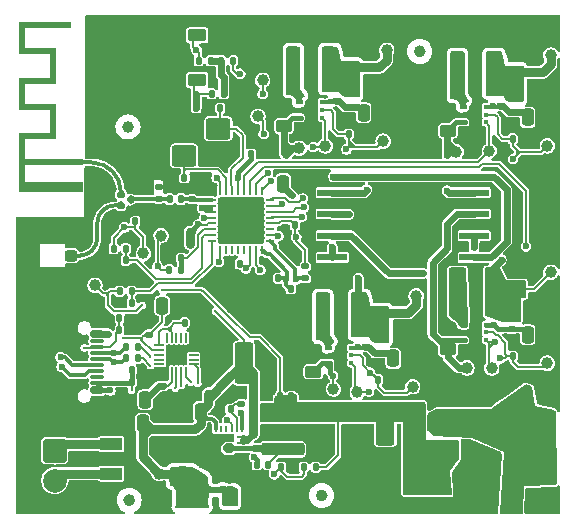
<source format=gbr>
%TF.GenerationSoftware,KiCad,Pcbnew,9.0.6*%
%TF.CreationDate,2025-12-24T13:44:06+01:00*%
%TF.ProjectId,10W-RGBW-Lars-v1,3130572d-5247-4425-972d-4c6172732d76,rev?*%
%TF.SameCoordinates,Original*%
%TF.FileFunction,Copper,L1,Top*%
%TF.FilePolarity,Positive*%
%FSLAX46Y46*%
G04 Gerber Fmt 4.6, Leading zero omitted, Abs format (unit mm)*
G04 Created by KiCad (PCBNEW 9.0.6) date 2025-12-24 13:44:06*
%MOMM*%
%LPD*%
G01*
G04 APERTURE LIST*
G04 Aperture macros list*
%AMRoundRect*
0 Rectangle with rounded corners*
0 $1 Rounding radius*
0 $2 $3 $4 $5 $6 $7 $8 $9 X,Y pos of 4 corners*
0 Add a 4 corners polygon primitive as box body*
4,1,4,$2,$3,$4,$5,$6,$7,$8,$9,$2,$3,0*
0 Add four circle primitives for the rounded corners*
1,1,$1+$1,$2,$3*
1,1,$1+$1,$4,$5*
1,1,$1+$1,$6,$7*
1,1,$1+$1,$8,$9*
0 Add four rect primitives between the rounded corners*
20,1,$1+$1,$2,$3,$4,$5,0*
20,1,$1+$1,$4,$5,$6,$7,0*
20,1,$1+$1,$6,$7,$8,$9,0*
20,1,$1+$1,$8,$9,$2,$3,0*%
%AMFreePoly0*
4,1,7,0.812800,0.076200,1.447800,0.076200,1.447800,-0.381000,-0.508000,-0.381000,-0.508000,0.381000,0.508000,0.381000,0.812800,0.076200,0.812800,0.076200,$1*%
%AMFreePoly1*
4,1,9,0.546100,0.114300,0.546100,-0.114300,0.241300,-0.419100,-0.241300,-0.419100,-0.546100,-0.114300,-0.546100,0.114300,-0.241300,0.419100,0.241300,0.419100,0.546100,0.114300,0.546100,0.114300,$1*%
%AMFreePoly2*
4,1,7,1.447800,-0.050800,0.812800,-0.050800,0.508000,-0.355600,-0.508000,-0.355600,-0.508000,0.355600,1.447800,0.355600,1.447800,-0.050800,1.447800,-0.050800,$1*%
G04 Aperture macros list end*
%TA.AperFunction,EtchedComponent*%
%ADD10C,0.500000*%
%TD*%
%TA.AperFunction,EtchedComponent*%
%ADD11C,0.000000*%
%TD*%
%TA.AperFunction,SMDPad,CuDef*%
%ADD12RoundRect,0.250000X0.450000X-0.262500X0.450000X0.262500X-0.450000X0.262500X-0.450000X-0.262500X0*%
%TD*%
%TA.AperFunction,SMDPad,CuDef*%
%ADD13RoundRect,0.150000X-0.425000X0.150000X-0.425000X-0.150000X0.425000X-0.150000X0.425000X0.150000X0*%
%TD*%
%TA.AperFunction,SMDPad,CuDef*%
%ADD14RoundRect,0.075000X-0.500000X0.075000X-0.500000X-0.075000X0.500000X-0.075000X0.500000X0.075000X0*%
%TD*%
%TA.AperFunction,HeatsinkPad*%
%ADD15O,2.100000X1.000000*%
%TD*%
%TA.AperFunction,HeatsinkPad*%
%ADD16O,1.800000X1.000000*%
%TD*%
%TA.AperFunction,SMDPad,CuDef*%
%ADD17RoundRect,0.050000X-0.375000X-0.050000X0.375000X-0.050000X0.375000X0.050000X-0.375000X0.050000X0*%
%TD*%
%TA.AperFunction,SMDPad,CuDef*%
%ADD18RoundRect,0.050000X-0.050000X-0.375000X0.050000X-0.375000X0.050000X0.375000X-0.050000X0.375000X0*%
%TD*%
%TA.AperFunction,HeatsinkPad*%
%ADD19C,0.500000*%
%TD*%
%TA.AperFunction,HeatsinkPad*%
%ADD20R,1.650000X1.650000*%
%TD*%
%TA.AperFunction,SMDPad,CuDef*%
%ADD21RoundRect,0.062500X-0.312500X-0.062500X0.312500X-0.062500X0.312500X0.062500X-0.312500X0.062500X0*%
%TD*%
%TA.AperFunction,SMDPad,CuDef*%
%ADD22RoundRect,0.062500X-0.062500X-0.312500X0.062500X-0.312500X0.062500X0.312500X-0.062500X0.312500X0*%
%TD*%
%TA.AperFunction,HeatsinkPad*%
%ADD23R,3.650000X3.650000*%
%TD*%
%TA.AperFunction,SMDPad,CuDef*%
%ADD24RoundRect,0.093750X0.093750X0.106250X-0.093750X0.106250X-0.093750X-0.106250X0.093750X-0.106250X0*%
%TD*%
%TA.AperFunction,HeatsinkPad*%
%ADD25R,1.000000X1.600000*%
%TD*%
%TA.AperFunction,SMDPad,CuDef*%
%ADD26RoundRect,0.135000X0.135000X0.185000X-0.135000X0.185000X-0.135000X-0.185000X0.135000X-0.185000X0*%
%TD*%
%TA.AperFunction,SMDPad,CuDef*%
%ADD27RoundRect,0.147500X-0.147500X-0.172500X0.147500X-0.172500X0.147500X0.172500X-0.147500X0.172500X0*%
%TD*%
%TA.AperFunction,SMDPad,CuDef*%
%ADD28R,0.254000X0.609600*%
%TD*%
%TA.AperFunction,SMDPad,CuDef*%
%ADD29R,1.092200X0.254000*%
%TD*%
%TA.AperFunction,SMDPad,CuDef*%
%ADD30R,1.092200X0.762000*%
%TD*%
%TA.AperFunction,SMDPad,CuDef*%
%ADD31FreePoly0,0.000000*%
%TD*%
%TA.AperFunction,SMDPad,CuDef*%
%ADD32FreePoly1,0.000000*%
%TD*%
%TA.AperFunction,SMDPad,CuDef*%
%ADD33FreePoly2,0.000000*%
%TD*%
%TA.AperFunction,SMDPad,CuDef*%
%ADD34RoundRect,0.135000X-0.135000X-0.185000X0.135000X-0.185000X0.135000X0.185000X-0.135000X0.185000X0*%
%TD*%
%TA.AperFunction,SMDPad,CuDef*%
%ADD35RoundRect,0.165000X0.610000X0.385000X-0.610000X0.385000X-0.610000X-0.385000X0.610000X-0.385000X0*%
%TD*%
%TA.AperFunction,SMDPad,CuDef*%
%ADD36RoundRect,0.250000X0.850000X0.275000X-0.850000X0.275000X-0.850000X-0.275000X0.850000X-0.275000X0*%
%TD*%
%TA.AperFunction,SMDPad,CuDef*%
%ADD37RoundRect,0.250000X0.275000X0.250000X-0.275000X0.250000X-0.275000X-0.250000X0.275000X-0.250000X0*%
%TD*%
%TA.AperFunction,SMDPad,CuDef*%
%ADD38RoundRect,0.250000X-0.550000X1.500000X-0.550000X-1.500000X0.550000X-1.500000X0.550000X1.500000X0*%
%TD*%
%TA.AperFunction,SMDPad,CuDef*%
%ADD39RoundRect,0.500000X-0.500000X-1.400000X0.500000X-1.400000X0.500000X1.400000X-0.500000X1.400000X0*%
%TD*%
%TA.AperFunction,SMDPad,CuDef*%
%ADD40RoundRect,0.375000X-0.625000X-0.375000X0.625000X-0.375000X0.625000X0.375000X-0.625000X0.375000X0*%
%TD*%
%TA.AperFunction,SMDPad,CuDef*%
%ADD41RoundRect,0.250000X1.600000X-0.300000X1.600000X0.300000X-1.600000X0.300000X-1.600000X-0.300000X0*%
%TD*%
%TA.AperFunction,SMDPad,CuDef*%
%ADD42RoundRect,0.250000X-0.300000X-1.600000X0.300000X-1.600000X0.300000X1.600000X-0.300000X1.600000X0*%
%TD*%
%TA.AperFunction,ComponentPad*%
%ADD43R,0.500000X0.900000*%
%TD*%
%TA.AperFunction,ConnectorPad*%
%ADD44R,0.500000X0.500000*%
%TD*%
%TA.AperFunction,SMDPad,CuDef*%
%ADD45RoundRect,0.135000X-0.185000X0.135000X-0.185000X-0.135000X0.185000X-0.135000X0.185000X0.135000X0*%
%TD*%
%TA.AperFunction,SMDPad,CuDef*%
%ADD46RoundRect,0.250000X0.550000X-1.500000X0.550000X1.500000X-0.550000X1.500000X-0.550000X-1.500000X0*%
%TD*%
%TA.AperFunction,SMDPad,CuDef*%
%ADD47R,1.875000X1.050000*%
%TD*%
%TA.AperFunction,SMDPad,CuDef*%
%ADD48RoundRect,0.250000X-0.800000X-0.650000X0.800000X-0.650000X0.800000X0.650000X-0.800000X0.650000X0*%
%TD*%
%TA.AperFunction,SMDPad,CuDef*%
%ADD49C,6.000000*%
%TD*%
%TA.AperFunction,SMDPad,CuDef*%
%ADD50R,2.500000X0.600000*%
%TD*%
%TA.AperFunction,ComponentPad*%
%ADD51C,2.000000*%
%TD*%
%TA.AperFunction,ComponentPad*%
%ADD52RoundRect,0.250000X-0.750000X0.750000X-0.750000X-0.750000X0.750000X-0.750000X0.750000X0.750000X0*%
%TD*%
%TA.AperFunction,SMDPad,CuDef*%
%ADD53C,1.000000*%
%TD*%
%TA.AperFunction,SMDPad,CuDef*%
%ADD54RoundRect,0.250000X-0.250000X-0.475000X0.250000X-0.475000X0.250000X0.475000X-0.250000X0.475000X0*%
%TD*%
%TA.AperFunction,SMDPad,CuDef*%
%ADD55RoundRect,0.250000X-0.475000X0.250000X-0.475000X-0.250000X0.475000X-0.250000X0.475000X0.250000X0*%
%TD*%
%TA.AperFunction,SMDPad,CuDef*%
%ADD56RoundRect,0.140000X-0.140000X-0.170000X0.140000X-0.170000X0.140000X0.170000X-0.140000X0.170000X0*%
%TD*%
%TA.AperFunction,SMDPad,CuDef*%
%ADD57RoundRect,0.140000X0.140000X0.170000X-0.140000X0.170000X-0.140000X-0.170000X0.140000X-0.170000X0*%
%TD*%
%TA.AperFunction,SMDPad,CuDef*%
%ADD58RoundRect,0.140000X0.170000X-0.140000X0.170000X0.140000X-0.170000X0.140000X-0.170000X-0.140000X0*%
%TD*%
%TA.AperFunction,SMDPad,CuDef*%
%ADD59RoundRect,0.250000X0.250000X0.475000X-0.250000X0.475000X-0.250000X-0.475000X0.250000X-0.475000X0*%
%TD*%
%TA.AperFunction,SMDPad,CuDef*%
%ADD60RoundRect,0.250000X0.475000X-0.250000X0.475000X0.250000X-0.475000X0.250000X-0.475000X-0.250000X0*%
%TD*%
%TA.AperFunction,SMDPad,CuDef*%
%ADD61RoundRect,0.140000X-0.036244X-0.217224X0.206244X-0.077224X0.036244X0.217224X-0.206244X0.077224X0*%
%TD*%
%TA.AperFunction,SMDPad,CuDef*%
%ADD62RoundRect,0.140000X-0.206244X-0.077224X0.036244X-0.217224X0.206244X0.077224X-0.036244X0.217224X0*%
%TD*%
%TA.AperFunction,SMDPad,CuDef*%
%ADD63RoundRect,0.140000X-0.170000X0.140000X-0.170000X-0.140000X0.170000X-0.140000X0.170000X0.140000X0*%
%TD*%
%TA.AperFunction,ViaPad*%
%ADD64C,0.300000*%
%TD*%
%TA.AperFunction,ViaPad*%
%ADD65C,0.600000*%
%TD*%
%TA.AperFunction,ViaPad*%
%ADD66C,1.000000*%
%TD*%
%TA.AperFunction,Conductor*%
%ADD67C,0.200000*%
%TD*%
%TA.AperFunction,Conductor*%
%ADD68C,0.600000*%
%TD*%
%TA.AperFunction,Conductor*%
%ADD69C,0.400000*%
%TD*%
%TA.AperFunction,Conductor*%
%ADD70C,0.349300*%
%TD*%
%TA.AperFunction,Conductor*%
%ADD71C,0.800000*%
%TD*%
%TA.AperFunction,Conductor*%
%ADD72C,0.334300*%
%TD*%
%TA.AperFunction,Conductor*%
%ADD73C,0.300000*%
%TD*%
G04 APERTURE END LIST*
%TO.C,FID4*%
D10*
X115450000Y-80100000D02*
G75*
G02*
X114950000Y-80100000I-250000J0D01*
G01*
X114950000Y-80100000D02*
G75*
G02*
X115450000Y-80100000I250000J0D01*
G01*
%TO.C,FID3*%
X131750000Y-79700000D02*
G75*
G02*
X131250000Y-79700000I-250000J0D01*
G01*
X131250000Y-79700000D02*
G75*
G02*
X131750000Y-79700000I250000J0D01*
G01*
%TO.C,FID2*%
X140050000Y-42100000D02*
G75*
G02*
X139550000Y-42100000I-250000J0D01*
G01*
X139550000Y-42100000D02*
G75*
G02*
X140050000Y-42100000I250000J0D01*
G01*
%TO.C,FID1*%
X115350000Y-48500000D02*
G75*
G02*
X114850000Y-48500000I-250000J0D01*
G01*
X114850000Y-48500000D02*
G75*
G02*
X115350000Y-48500000I250000J0D01*
G01*
D11*
%TA.AperFunction,EtchedComponent*%
%TO.C,AE101*%
G36*
X110290000Y-40150000D02*
G01*
X106350000Y-40150000D01*
X106350000Y-41850000D01*
X108990000Y-41850000D01*
X108990000Y-44850000D01*
X106350000Y-44850000D01*
X106350000Y-46550000D01*
X108990000Y-46550000D01*
X108990000Y-49550000D01*
X106350000Y-49550000D01*
X106350000Y-51250000D01*
X111250000Y-51250000D01*
X111250000Y-51750000D01*
X106350000Y-51750000D01*
X106350000Y-53150000D01*
X111250000Y-53150000D01*
X111250000Y-54050000D01*
X111006785Y-54050000D01*
X105850000Y-54050000D01*
X105850000Y-53607267D01*
X110852018Y-53607267D01*
X110859908Y-53655353D01*
X110876814Y-53688245D01*
X110913584Y-53723185D01*
X110958378Y-53742847D01*
X111006785Y-53747583D01*
X111054395Y-53737742D01*
X111096797Y-53713674D01*
X111129581Y-53675731D01*
X111133935Y-53667819D01*
X111146043Y-53625156D01*
X111145300Y-53576637D01*
X111132400Y-53531122D01*
X111121787Y-53512511D01*
X111086553Y-53478868D01*
X111041368Y-53458309D01*
X110991842Y-53451778D01*
X110943583Y-53460218D01*
X110911357Y-53477112D01*
X110878687Y-53512372D01*
X110858592Y-53557682D01*
X110852018Y-53607267D01*
X105850000Y-53607267D01*
X105850000Y-49050000D01*
X108490000Y-49050000D01*
X108490000Y-47050000D01*
X105850000Y-47050000D01*
X105850000Y-44350000D01*
X108490000Y-44350000D01*
X108490000Y-42350000D01*
X105850000Y-42350000D01*
X105850000Y-39650000D01*
X110290000Y-39650000D01*
X110290000Y-40150000D01*
G37*
%TD.AperFunction*%
%TD*%
D12*
%TO.P,R501,1*%
%TO.N,/LedDriverWhite/LED-*%
X142200000Y-48812500D03*
%TO.P,R501,2*%
%TO.N,GND*%
X142200000Y-46987500D03*
%TD*%
%TO.P,R401,1*%
%TO.N,/LedDriverBlue/LED-*%
X142200000Y-67312500D03*
%TO.P,R401,2*%
%TO.N,GND*%
X142200000Y-65487500D03*
%TD*%
%TO.P,R301,1*%
%TO.N,/LedDriverGreen/LED-*%
X130800000Y-69212500D03*
%TO.P,R301,2*%
%TO.N,GND*%
X130800000Y-67387500D03*
%TD*%
%TO.P,R201,1*%
%TO.N,/LedDriverRed/LED-*%
X128300000Y-48412500D03*
%TO.P,R201,2*%
%TO.N,GND*%
X128300000Y-46587500D03*
%TD*%
D13*
%TO.P,J1,A1,GND*%
%TO.N,GND*%
X112480000Y-65200000D03*
%TO.P,J1,A4,VBUS*%
%TO.N,Net-(D1-A)*%
X112480000Y-66000000D03*
D14*
%TO.P,J1,A5,CC1*%
%TO.N,Net-(J1-CC1)*%
X112480000Y-67150000D03*
%TO.P,J1,A6,D+*%
%TO.N,/USB_D+*%
X112480000Y-68150000D03*
%TO.P,J1,A7,D-*%
%TO.N,/USB_D-*%
X112480000Y-68650000D03*
%TO.P,J1,A8,SBU1*%
%TO.N,unconnected-(J1-SBU1-PadA8)*%
X112480000Y-69650000D03*
D13*
%TO.P,J1,A9,VBUS*%
%TO.N,Net-(D1-A)*%
X112480000Y-70800000D03*
%TO.P,J1,A12,GND*%
%TO.N,GND*%
X112480000Y-71600000D03*
%TO.P,J1,B1,GND*%
X112480000Y-71600000D03*
%TO.P,J1,B4,VBUS*%
%TO.N,Net-(D1-A)*%
X112480000Y-70800000D03*
D14*
%TO.P,J1,B5,CC2*%
%TO.N,Net-(J1-CC2)*%
X112480000Y-70150000D03*
%TO.P,J1,B6,D+*%
%TO.N,/USB_D+*%
X112480000Y-69150000D03*
%TO.P,J1,B7,D-*%
%TO.N,/USB_D-*%
X112480000Y-67650000D03*
%TO.P,J1,B8,SBU2*%
%TO.N,unconnected-(J1-SBU2-PadB8)*%
X112480000Y-66650000D03*
D13*
%TO.P,J1,B9,VBUS*%
%TO.N,Net-(D1-A)*%
X112480000Y-66000000D03*
%TO.P,J1,B12,GND*%
%TO.N,GND*%
X112480000Y-65200000D03*
D15*
%TO.P,J1,S1,SHIELD*%
X111905000Y-64080000D03*
D16*
X107725000Y-64080000D03*
D15*
X111905000Y-72720000D03*
D16*
X107725000Y-72720000D03*
%TD*%
D17*
%TO.P,U1,1,DRV*%
%TO.N,Net-(U1-DRV)*%
X117750000Y-67000000D03*
%TO.P,U1,2,VBUS*%
%TO.N,Net-(D1-A)*%
X117750000Y-67400000D03*
%TO.P,U1,3,NC*%
%TO.N,unconnected-(U1-NC-Pad3)*%
X117750000Y-67800000D03*
%TO.P,U1,4,NC*%
%TO.N,unconnected-(U1-NC-Pad4)*%
X117750000Y-68200000D03*
%TO.P,U1,5,GATE*%
%TO.N,unconnected-(U1-GATE-Pad5)*%
X117750000Y-68600000D03*
D18*
%TO.P,U1,6,NMOS*%
%TO.N,GND*%
X118400000Y-69250000D03*
%TO.P,U1,7,VDD*%
%TO.N,Net-(U1-VDD)*%
X118800000Y-69250000D03*
%TO.P,U1,8,DP*%
%TO.N,Net-(U1-DP)*%
X119200000Y-69250000D03*
%TO.P,U1,9,DN*%
%TO.N,Net-(U1-DN)*%
X119600000Y-69250000D03*
%TO.P,U1,10,CC1*%
%TO.N,Net-(J1-CC1)*%
X120000000Y-69250000D03*
D17*
%TO.P,U1,11,CC2*%
%TO.N,Net-(J1-CC2)*%
X120650000Y-68600000D03*
%TO.P,U1,12,GFGI3*%
%TO.N,unconnected-(U1-GFGI3-Pad12)*%
X120650000Y-68200000D03*
%TO.P,U1,13,GFGI2*%
%TO.N,unconnected-(U1-GFGI2-Pad13)*%
X120650000Y-67800000D03*
%TO.P,U1,14,ISP*%
%TO.N,GND*%
X120650000Y-67400000D03*
%TO.P,U1,15,ISN*%
X120650000Y-67000000D03*
D18*
%TO.P,U1,16,NC*%
%TO.N,unconnected-(U1-NC-Pad16)*%
X120000000Y-66350000D03*
%TO.P,U1,17,NC*%
%TO.N,unconnected-(U1-NC-Pad17)*%
X119600000Y-66350000D03*
%TO.P,U1,18,NC*%
%TO.N,unconnected-(U1-NC-Pad18)*%
X119200000Y-66350000D03*
%TO.P,U1,19,GFGI1*%
%TO.N,Net-(U1-DRV)*%
X118800000Y-66350000D03*
%TO.P,U1,20,NC*%
%TO.N,unconnected-(U1-NC-Pad20)*%
X118400000Y-66350000D03*
D19*
%TO.P,U1,21,GND*%
%TO.N,GND*%
X118625000Y-67225000D03*
X118625000Y-68375000D03*
D20*
X119200000Y-67800000D03*
D19*
X119775000Y-67225000D03*
X119775000Y-68375000D03*
%TD*%
D21*
%TO.P,U101,1,ANT*%
%TO.N,Net-(U101-ANT)*%
X122205000Y-54670000D03*
%TO.P,U101,2,VDDA3P3*%
%TO.N,+3V3*%
X122205000Y-55170000D03*
%TO.P,U101,3,VDDA3P3*%
X122205000Y-55670000D03*
%TO.P,U101,4,CHIP_PU*%
%TO.N,/ESP_CHIP_PU*%
X122205000Y-56170000D03*
%TO.P,U101,5,VDDPST1*%
%TO.N,+3V3*%
X122205000Y-56670000D03*
%TO.P,U101,6,XTAL_32K_P*%
%TO.N,/ADC1_CH0*%
X122205000Y-57170000D03*
%TO.P,U101,7,XTAL_32K_N*%
%TO.N,/ADC1_CH1*%
X122205000Y-57670000D03*
%TO.P,U101,8,GPIO2*%
%TO.N,/ADC1_CH2*%
X122205000Y-58170000D03*
D22*
%TO.P,U101,9,GPIO3*%
%TO.N,/ENB*%
X122930000Y-58895000D03*
%TO.P,U101,10,MTMS*%
%TO.N,unconnected-(U101-MTMS-Pad10)*%
X123430000Y-58895000D03*
%TO.P,U101,11,MTDI*%
%TO.N,unconnected-(U101-MTDI-Pad11)*%
X123930000Y-58895000D03*
%TO.P,U101,12,MTCk*%
%TO.N,unconnected-(U101-MTCk-Pad12)*%
X124430000Y-58895000D03*
%TO.P,U101,13,MTDO*%
%TO.N,unconnected-(U101-MTDO-Pad13)*%
X124930000Y-58895000D03*
%TO.P,U101,14,GPIO8*%
%TO.N,/GPIO8*%
X125430000Y-58895000D03*
%TO.P,U101,15,GPIO9*%
%TO.N,/GPIO9*%
X125930000Y-58895000D03*
%TO.P,U101,16,GPIO12*%
%TO.N,/USB_D-*%
X126430000Y-58895000D03*
D21*
%TO.P,U101,17,GPIO13*%
%TO.N,/USB_D+*%
X127155000Y-58170000D03*
%TO.P,U101,18,GPIO14*%
%TO.N,/ENW*%
X127155000Y-57670000D03*
%TO.P,U101,19,GPIO15*%
%TO.N,/GPIO15*%
X127155000Y-57170000D03*
%TO.P,U101,20,VDDPST2*%
%TO.N,+3V3*%
X127155000Y-56670000D03*
%TO.P,U101,21,UOTXD*%
%TO.N,Net-(U101-UOTXD)*%
X127155000Y-56170000D03*
%TO.P,U101,22,UORXD*%
%TO.N,Net-(U101-UORXD)*%
X127155000Y-55670000D03*
%TO.P,U101,23,SDIO_CMD*%
%TO.N,/ENG*%
X127155000Y-55170000D03*
%TO.P,U101,24,SDIO_CLK*%
%TO.N,/ENR*%
X127155000Y-54670000D03*
D22*
%TO.P,U101,25,SDIO_DATA0*%
%TO.N,/PWMR*%
X126430000Y-53945000D03*
%TO.P,U101,26,SDIO_DATA1*%
%TO.N,/PWMG*%
X125930000Y-53945000D03*
%TO.P,U101,27,SDIO_DATA2*%
%TO.N,/PWMB*%
X125430000Y-53945000D03*
%TO.P,U101,28,SDIO_DATA3*%
%TO.N,/PWMW*%
X124930000Y-53945000D03*
%TO.P,U101,29,VDDA1*%
%TO.N,+3V3*%
X124430000Y-53945000D03*
%TO.P,U101,30,XTAL_N*%
%TO.N,Net-(U101-XTAL_N)*%
X123930000Y-53945000D03*
%TO.P,U101,31,XTAL_P*%
%TO.N,Net-(U101-XTAL_P)*%
X123430000Y-53945000D03*
%TO.P,U101,32,VDDA2*%
%TO.N,+3V3*%
X122930000Y-53945000D03*
D19*
%TO.P,U101,33,GND*%
%TO.N,GND*%
X123680000Y-55420000D03*
X123680000Y-56420000D03*
X123680000Y-57420000D03*
X124680000Y-55420000D03*
X124680000Y-56420000D03*
D23*
X124680000Y-56420000D03*
D19*
X124680000Y-57420000D03*
X125680000Y-55420000D03*
X125680000Y-56420000D03*
X125680000Y-57420000D03*
%TD*%
D24*
%TO.P,U202,1,PWM*%
%TO.N,/PWMR*%
X131492500Y-47705000D03*
%TO.P,U202,2,EN*%
%TO.N,/ENR*%
X131492500Y-47055000D03*
%TO.P,U202,3,VIN*%
%TO.N,+5V*%
X131492500Y-46405000D03*
%TO.P,U202,4,SW*%
%TO.N,Net-(U202-SW)*%
X129717500Y-46405000D03*
%TO.P,U202,5,GND*%
%TO.N,GND*%
X129717500Y-47055000D03*
%TO.P,U202,6,FB*%
%TO.N,/LedDriverRed/LED-*%
X129717500Y-47705000D03*
D19*
%TO.P,U202,7,EP*%
%TO.N,GND*%
X130605000Y-47605000D03*
D25*
X130605000Y-47055000D03*
D19*
X130605000Y-46505000D03*
%TD*%
D24*
%TO.P,U302,1,PWM*%
%TO.N,/PWMG*%
X133987500Y-68500000D03*
%TO.P,U302,2,EN*%
%TO.N,/ENG*%
X133987500Y-67850000D03*
%TO.P,U302,3,VIN*%
%TO.N,+5V*%
X133987500Y-67200000D03*
%TO.P,U302,4,SW*%
%TO.N,Net-(U302-SW)*%
X132212500Y-67200000D03*
%TO.P,U302,5,GND*%
%TO.N,GND*%
X132212500Y-67850000D03*
%TO.P,U302,6,FB*%
%TO.N,/LedDriverGreen/LED-*%
X132212500Y-68500000D03*
D19*
%TO.P,U302,7,EP*%
%TO.N,GND*%
X133100000Y-68400000D03*
D25*
X133100000Y-67850000D03*
D19*
X133100000Y-67300000D03*
%TD*%
D24*
%TO.P,U402,1,PWM*%
%TO.N,/PWMB*%
X145387500Y-66550000D03*
%TO.P,U402,2,EN*%
%TO.N,/ENB*%
X145387500Y-65900000D03*
%TO.P,U402,3,VIN*%
%TO.N,+5V*%
X145387500Y-65250000D03*
%TO.P,U402,4,SW*%
%TO.N,Net-(U402-SW)*%
X143612500Y-65250000D03*
%TO.P,U402,5,GND*%
%TO.N,GND*%
X143612500Y-65900000D03*
%TO.P,U402,6,FB*%
%TO.N,/LedDriverBlue/LED-*%
X143612500Y-66550000D03*
D19*
%TO.P,U402,7,EP*%
%TO.N,GND*%
X144500000Y-66450000D03*
D25*
X144500000Y-65900000D03*
D19*
X144500000Y-65350000D03*
%TD*%
D24*
%TO.P,U502,1,PWM*%
%TO.N,/PWMW*%
X145387500Y-48100000D03*
%TO.P,U502,2,EN*%
%TO.N,/ENW*%
X145387500Y-47450000D03*
%TO.P,U502,3,VIN*%
%TO.N,+5V*%
X145387500Y-46800000D03*
%TO.P,U502,4,SW*%
%TO.N,Net-(U502-SW)*%
X143612500Y-46800000D03*
%TO.P,U502,5,GND*%
%TO.N,GND*%
X143612500Y-47450000D03*
%TO.P,U502,6,FB*%
%TO.N,/LedDriverWhite/LED-*%
X143612500Y-48100000D03*
D19*
%TO.P,U502,7,EP*%
%TO.N,GND*%
X144500000Y-48000000D03*
D25*
X144500000Y-47450000D03*
D19*
X144500000Y-46900000D03*
%TD*%
D26*
%TO.P,R3,2*%
%TO.N,Net-(J1-CC1)*%
X114380000Y-65700000D03*
%TO.P,R3,1*%
%TO.N,GND*%
X115400000Y-65700000D03*
%TD*%
D27*
%TO.P,L1,2,2*%
%TO.N,Net-(U101-ANT)*%
X119585000Y-54600000D03*
%TO.P,L1,1,1*%
%TO.N,Net-(C102-Pad2)*%
X118615000Y-54600000D03*
%TD*%
D26*
%TO.P,R8,2*%
%TO.N,/ESP_CHIP_PU*%
X122190000Y-45700000D03*
%TO.P,R8,1*%
%TO.N,+3V3*%
X123210000Y-45700000D03*
%TD*%
D28*
%TO.P,U602,12,EN*%
%TO.N,/Vbus*%
X122523525Y-74048900D03*
%TO.P,U602,11,PG*%
%TO.N,unconnected-(U602-PG-Pad11)*%
X122974375Y-74048900D03*
%TO.P,U602,10,ILIMIT*%
%TO.N,unconnected-(U602-ILIMIT-Pad10)*%
X123425225Y-74048900D03*
%TO.P,U602,9,FB*%
%TO.N,Net-(U602-FB)*%
X123876075Y-74048900D03*
%TO.P,U602,8,VCC*%
%TO.N,Net-(U602-VCC)*%
X124326925Y-74048900D03*
%TO.P,U602,7,BS*%
%TO.N,Net-(U602-BS)*%
X124777775Y-74048900D03*
D29*
%TO.P,U602,6,IN*%
%TO.N,/Vbus*%
X124800000Y-74772800D03*
%TO.P,U602,5,IN*%
X124800000Y-75223650D03*
D30*
%TO.P,U602,4,NC*%
%TO.N,GND*%
X124800000Y-76500000D03*
D31*
%TO.P,U602,3,NC*%
X122460660Y-76496825D03*
D32*
%TO.P,U602,2,LX*%
%TO.N,Net-(U602-LX)*%
X123650650Y-75722125D03*
D33*
%TO.P,U602,1,GND*%
%TO.N,GND*%
X122460660Y-74972825D03*
%TD*%
D26*
%TO.P,R4,2*%
%TO.N,Net-(J1-CC1)*%
X114380000Y-64700000D03*
%TO.P,R4,1*%
%TO.N,GND*%
X115400000Y-64700000D03*
%TD*%
%TO.P,R2,2*%
%TO.N,Net-(J1-CC2)*%
X115413995Y-69076394D03*
%TO.P,R2,1*%
%TO.N,GND*%
X116433995Y-69076394D03*
%TD*%
%TO.P,R10,2*%
%TO.N,/GPIO8*%
X121090000Y-42900000D03*
%TO.P,R10,1*%
%TO.N,+3V3*%
X122110000Y-42900000D03*
%TD*%
D34*
%TO.P,R18,2*%
%TO.N,Net-(U1-DN)*%
X115910000Y-67100000D03*
%TO.P,R18,1*%
%TO.N,/USB_D-*%
X114890000Y-67100000D03*
%TD*%
%TO.P,R302,2*%
%TO.N,GND*%
X137310000Y-69900000D03*
%TO.P,R302,1*%
%TO.N,/ENG*%
X136290000Y-69900000D03*
%TD*%
D35*
%TO.P,SW1,2,B*%
%TO.N,GND*%
X114020000Y-44530000D03*
%TO.P,SW1,1,A*%
%TO.N,/ESP_CHIP_PU*%
X120970000Y-44530000D03*
%TD*%
D34*
%TO.P,R602,2*%
%TO.N,GND*%
X129110000Y-77300000D03*
%TO.P,R602,1*%
%TO.N,Net-(U602-FB)*%
X128090000Y-77300000D03*
%TD*%
D35*
%TO.P,SW2,2,B*%
%TO.N,GND*%
X114020000Y-40730000D03*
%TO.P,SW2,1,A*%
%TO.N,/GPIO8*%
X120970000Y-40730000D03*
%TD*%
D34*
%TO.P,R16,2*%
%TO.N,/ADC1_CH2*%
X115400000Y-63400000D03*
%TO.P,R16,1*%
%TO.N,GND*%
X114380000Y-63400000D03*
%TD*%
%TO.P,R502,2*%
%TO.N,GND*%
X148710000Y-49500000D03*
%TO.P,R502,1*%
%TO.N,/ENW*%
X147690000Y-49500000D03*
%TD*%
D36*
%TO.P,J101,2,Ext*%
%TO.N,GND*%
X108775000Y-57925000D03*
X108775000Y-60875000D03*
D37*
%TO.P,J101,1,In*%
%TO.N,Net-(J101-In)*%
X110300000Y-59400000D03*
%TD*%
D34*
%TO.P,R6,2*%
%TO.N,/USB_D-*%
X127810000Y-61300000D03*
%TO.P,R6,1*%
%TO.N,GND*%
X126790000Y-61300000D03*
%TD*%
%TO.P,R14,2*%
%TO.N,/ADC1_CH1*%
X114910000Y-59800000D03*
%TO.P,R14,1*%
%TO.N,GND*%
X113890000Y-59800000D03*
%TD*%
D38*
%TO.P,C611,2*%
%TO.N,GND*%
X136900000Y-79300000D03*
%TO.P,C611,1*%
%TO.N,+5V*%
X136900000Y-73700000D03*
%TD*%
D26*
%TO.P,R601,2*%
%TO.N,Net-(U602-FB)*%
X129990000Y-77300000D03*
%TO.P,R601,1*%
%TO.N,+5V*%
X131010000Y-77300000D03*
%TD*%
%TO.P,R7,2*%
%TO.N,/USB_D-*%
X128890000Y-62200000D03*
%TO.P,R7,1*%
%TO.N,GND*%
X129910000Y-62200000D03*
%TD*%
D34*
%TO.P,R11,2*%
%TO.N,/ADC1_CH0*%
X119610000Y-59610000D03*
%TO.P,R11,1*%
%TO.N,GND*%
X118590000Y-59610000D03*
%TD*%
D39*
%TO.P,U603,4,Tab(Vout)*%
%TO.N,+3V3*%
X148250000Y-73500000D03*
D40*
%TO.P,U603,3,Vin*%
%TO.N,+5V*%
X141950000Y-75800000D03*
%TO.P,U603,2,Vout*%
%TO.N,+3V3*%
X141950000Y-73500000D03*
%TO.P,U603,1,GND*%
%TO.N,GND*%
X141950000Y-71200000D03*
%TD*%
D41*
%TO.P,L601,2,2*%
%TO.N,+5V*%
X128200000Y-72800000D03*
%TO.P,L601,1,1*%
%TO.N,Net-(U602-LX)*%
X128200000Y-75800000D03*
%TD*%
D34*
%TO.P,R202,2*%
%TO.N,GND*%
X134815000Y-49105000D03*
%TO.P,R202,1*%
%TO.N,/ENR*%
X133795000Y-49105000D03*
%TD*%
%TO.P,R402,2*%
%TO.N,GND*%
X148710000Y-67900000D03*
%TO.P,R402,1*%
%TO.N,/ENB*%
X147690000Y-67900000D03*
%TD*%
D42*
%TO.P,L201,2,2*%
%TO.N,/LedDriverRed/LED+*%
X132100000Y-43500000D03*
%TO.P,L201,1,1*%
%TO.N,Net-(U202-SW)*%
X129100000Y-43500000D03*
%TD*%
D43*
%TO.P,AE101,2,Shield*%
%TO.N,GND*%
X111000000Y-53600000D03*
D44*
%TO.P,AE101,1,A*%
%TO.N,Net-(AE101-A)*%
X111000000Y-51500000D03*
%TD*%
D45*
%TO.P,R5,2*%
%TO.N,/USB_D+*%
X130100000Y-61310000D03*
%TO.P,R5,1*%
%TO.N,+3V3*%
X130100000Y-60290000D03*
%TD*%
D34*
%TO.P,R9,2*%
%TO.N,/GPIO9*%
X124010000Y-42900000D03*
%TO.P,R9,1*%
%TO.N,+3V3*%
X122990000Y-42900000D03*
%TD*%
D26*
%TO.P,R12,2*%
%TO.N,+5V*%
X118590000Y-60600000D03*
%TO.P,R12,1*%
%TO.N,/ADC1_CH0*%
X119610000Y-60600000D03*
%TD*%
D46*
%TO.P,C601,2*%
%TO.N,GND*%
X124900000Y-62900000D03*
%TO.P,C601,1*%
%TO.N,/Vbus*%
X124900000Y-68500000D03*
%TD*%
D42*
%TO.P,L301,2,2*%
%TO.N,/LedDriverGreen/LED+*%
X134600000Y-64300000D03*
%TO.P,L301,1,1*%
%TO.N,Net-(U302-SW)*%
X131600000Y-64300000D03*
%TD*%
%TO.P,L501,2,2*%
%TO.N,/LedDriverWhite/LED+*%
X146000000Y-43900000D03*
%TO.P,L501,1,1*%
%TO.N,Net-(U502-SW)*%
X143000000Y-43900000D03*
%TD*%
D26*
%TO.P,R15,2*%
%TO.N,/Vbus*%
X114390000Y-62400000D03*
%TO.P,R15,1*%
%TO.N,/ADC1_CH2*%
X115410000Y-62400000D03*
%TD*%
D47*
%TO.P,U601,4*%
%TO.N,Net-(J601-Pin_2)*%
X113700000Y-77850000D03*
%TO.P,U601,3*%
%TO.N,Net-(J601-Pin_1)*%
X113700000Y-75350000D03*
%TO.P,U601,2,-*%
%TO.N,GND*%
X119700000Y-75350000D03*
%TO.P,U601,1,+*%
%TO.N,/Vbus*%
X119700000Y-77850000D03*
%TD*%
D48*
%TO.P,Y1,4,4*%
%TO.N,GND*%
X119850000Y-48650000D03*
%TO.P,Y1,3,3*%
%TO.N,Net-(U101-XTAL_N)*%
X122750000Y-48650000D03*
%TO.P,Y1,2,2*%
%TO.N,GND*%
X122750000Y-50950000D03*
%TO.P,Y1,1,1*%
%TO.N,Net-(U101-XTAL_P)*%
X119850000Y-50950000D03*
%TD*%
D26*
%TO.P,R1,2*%
%TO.N,Net-(J1-CC2)*%
X115413995Y-70076394D03*
%TO.P,R1,1*%
%TO.N,GND*%
X116433995Y-70076394D03*
%TD*%
%TO.P,R13,2*%
%TO.N,+3V3*%
X113900000Y-58800000D03*
%TO.P,R13,1*%
%TO.N,/ADC1_CH1*%
X114920000Y-58800000D03*
%TD*%
D49*
%TO.P,D2,9,EP*%
%TO.N,GND*%
X138400000Y-56800000D03*
D50*
%TO.P,D2,8,AW*%
%TO.N,/LedDriverWhite/LED+*%
X132400000Y-59545000D03*
%TO.P,D2,7,AB*%
%TO.N,/LedDriverBlue/LED+*%
X132400000Y-57715000D03*
%TO.P,D2,6,AG*%
%TO.N,/LedDriverGreen/LED+*%
X132400000Y-55885000D03*
%TO.P,D2,5,AR*%
%TO.N,/LedDriverRed/LED+*%
X132400000Y-54055000D03*
%TO.P,D2,4,KW*%
%TO.N,/LedDriverWhite/LED-*%
X144400000Y-54055000D03*
%TO.P,D2,3,KB*%
%TO.N,/LedDriverBlue/LED-*%
X144400000Y-55885000D03*
%TO.P,D2,2,KG*%
%TO.N,/LedDriverGreen/LED-*%
X144400000Y-57715000D03*
%TO.P,D2,1,KR*%
%TO.N,/LedDriverRed/LED-*%
X144400000Y-59545000D03*
%TD*%
D34*
%TO.P,R19,2*%
%TO.N,Net-(U1-DP)*%
X115910000Y-68100000D03*
%TO.P,R19,1*%
%TO.N,/USB_D+*%
X114890000Y-68100000D03*
%TD*%
%TO.P,R20,2*%
%TO.N,GND*%
X120910000Y-65100000D03*
%TO.P,R20,1*%
%TO.N,Net-(U1-DRV)*%
X119890000Y-65100000D03*
%TD*%
D51*
%TO.P,J601,2,Pin_2*%
%TO.N,Net-(J601-Pin_2)*%
X108900000Y-78440000D03*
D52*
%TO.P,J601,1,Pin_1*%
%TO.N,Net-(J601-Pin_1)*%
X108900000Y-75900000D03*
%TD*%
D42*
%TO.P,L401,2,2*%
%TO.N,/LedDriverBlue/LED+*%
X146000000Y-62400000D03*
%TO.P,L401,1,1*%
%TO.N,Net-(U402-SW)*%
X143000000Y-62400000D03*
%TD*%
D53*
%TO.P,TP21,1,1*%
%TO.N,/LedDriverWhite/LED+*%
X150900000Y-42400000D03*
%TD*%
%TO.P,TP20,1,1*%
%TO.N,/LedDriverBlue/LED+*%
X150900000Y-60800000D03*
%TD*%
%TO.P,TP19,1,1*%
%TO.N,/LedDriverGreen/LED+*%
X139500000Y-62800000D03*
%TD*%
%TO.P,TP18,1,1*%
%TO.N,/LedDriverRed/LED+*%
X137005000Y-42005000D03*
%TD*%
%TO.P,TP17,1,1*%
%TO.N,/LedDriverWhite/LED-*%
X142900000Y-50600000D03*
%TD*%
%TO.P,TP16,1,1*%
%TO.N,/LedDriverBlue/LED-*%
X143800000Y-68900000D03*
%TD*%
%TO.P,TP15,1,1*%
%TO.N,/LedDriverGreen/LED-*%
X132495445Y-70695445D03*
%TD*%
%TO.P,TP14,1,1*%
%TO.N,/LedDriverRed/LED-*%
X129600000Y-50300000D03*
%TD*%
%TO.P,TP13,1,1*%
%TO.N,/ENW*%
X150600000Y-50100000D03*
%TD*%
%TO.P,TP12,1,1*%
%TO.N,/ENB*%
X150600000Y-68500000D03*
%TD*%
%TO.P,TP11,1,1*%
%TO.N,/ENG*%
X139200000Y-70500000D03*
%TD*%
%TO.P,TP10,1,1*%
%TO.N,/ENR*%
X136705000Y-49705000D03*
%TD*%
%TO.P,TP9,1,1*%
%TO.N,/PWMW*%
X145700000Y-50500000D03*
%TD*%
%TO.P,TP8,1,1*%
%TO.N,/PWMB*%
X145900000Y-68900000D03*
%TD*%
%TO.P,TP7,1,1*%
%TO.N,/PWMG*%
X134509401Y-70970075D03*
%TD*%
%TO.P,TP6,1,1*%
%TO.N,/PWMR*%
X131805000Y-50105000D03*
%TD*%
%TO.P,TP5,1,1*%
%TO.N,+3V3*%
X116400000Y-59200000D03*
%TD*%
%TO.P,TP4,1,1*%
%TO.N,+5V*%
X117900000Y-57700000D03*
%TD*%
%TO.P,TP3,1,1*%
%TO.N,/Vbus*%
X112300000Y-61900000D03*
%TD*%
%TO.P,TP2,1,1*%
%TO.N,Net-(U101-UOTXD)*%
X126500000Y-44550000D03*
%TD*%
%TO.P,TP1,1,1*%
%TO.N,Net-(U101-UORXD)*%
X126100000Y-47600000D03*
%TD*%
D54*
%TO.P,C617,2*%
%TO.N,GND*%
X130150000Y-53300000D03*
%TO.P,C617,1*%
%TO.N,+3V3*%
X128250000Y-53300000D03*
%TD*%
D55*
%TO.P,C616,2*%
%TO.N,GND*%
X149500000Y-79750000D03*
%TO.P,C616,1*%
%TO.N,+3V3*%
X149500000Y-77850000D03*
%TD*%
D56*
%TO.P,C615,2*%
%TO.N,Net-(U602-LX)*%
X126980000Y-77100000D03*
%TO.P,C615,1*%
%TO.N,Net-(U602-BS)*%
X126020000Y-77100000D03*
%TD*%
%TO.P,C614,2*%
%TO.N,GND*%
X129880000Y-71300000D03*
%TO.P,C614,1*%
%TO.N,+5V*%
X128920000Y-71300000D03*
%TD*%
D57*
%TO.P,C613,2*%
%TO.N,GND*%
X127020000Y-71300000D03*
%TO.P,C613,1*%
%TO.N,+5V*%
X127980000Y-71300000D03*
%TD*%
D55*
%TO.P,C612,2*%
%TO.N,GND*%
X131500000Y-74450000D03*
%TO.P,C612,1*%
%TO.N,+5V*%
X131500000Y-72550000D03*
%TD*%
D54*
%TO.P,C610,2*%
%TO.N,GND*%
X143750000Y-78600000D03*
%TO.P,C610,1*%
%TO.N,+5V*%
X141850000Y-78600000D03*
%TD*%
D58*
%TO.P,C609,2*%
%TO.N,GND*%
X124700000Y-71020000D03*
%TO.P,C609,1*%
%TO.N,Net-(U602-VCC)*%
X124700000Y-71980000D03*
%TD*%
D57*
%TO.P,C608,2*%
%TO.N,GND*%
X122820000Y-72400000D03*
%TO.P,C608,1*%
%TO.N,Net-(U602-VCC)*%
X123780000Y-72400000D03*
%TD*%
D59*
%TO.P,C607,2*%
%TO.N,GND*%
X119350000Y-72600000D03*
%TO.P,C607,1*%
%TO.N,/Vbus*%
X121250000Y-72600000D03*
%TD*%
D56*
%TO.P,C606,2*%
%TO.N,GND*%
X122480000Y-78400000D03*
%TO.P,C606,1*%
%TO.N,/Vbus*%
X121520000Y-78400000D03*
%TD*%
%TO.P,C605,2*%
%TO.N,GND*%
X122480000Y-80200000D03*
%TO.P,C605,1*%
%TO.N,/Vbus*%
X121520000Y-80200000D03*
%TD*%
D57*
%TO.P,C604,2*%
%TO.N,GND*%
X120920000Y-71100000D03*
%TO.P,C604,1*%
%TO.N,/Vbus*%
X121880000Y-71100000D03*
%TD*%
D59*
%TO.P,C603,2*%
%TO.N,GND*%
X118350000Y-79900000D03*
%TO.P,C603,1*%
%TO.N,/Vbus*%
X120250000Y-79900000D03*
%TD*%
D58*
%TO.P,C504,2*%
%TO.N,+5V*%
X147600000Y-47220000D03*
%TO.P,C504,1*%
%TO.N,GND*%
X147600000Y-48180000D03*
%TD*%
D59*
%TO.P,C503,2*%
%TO.N,+5V*%
X148950000Y-47700000D03*
%TO.P,C503,1*%
%TO.N,GND*%
X150850000Y-47700000D03*
%TD*%
D60*
%TO.P,C502,2*%
%TO.N,GND*%
X147800000Y-41950000D03*
%TO.P,C502,1*%
%TO.N,/LedDriverWhite/LED+*%
X147800000Y-43850000D03*
%TD*%
D54*
%TO.P,C501,2*%
%TO.N,GND*%
X149450000Y-45600000D03*
%TO.P,C501,1*%
%TO.N,/LedDriverWhite/LED+*%
X147550000Y-45600000D03*
%TD*%
D58*
%TO.P,C404,2*%
%TO.N,+5V*%
X147600000Y-65620000D03*
%TO.P,C404,1*%
%TO.N,GND*%
X147600000Y-66580000D03*
%TD*%
D59*
%TO.P,C403,2*%
%TO.N,+5V*%
X148950000Y-66100000D03*
%TO.P,C403,1*%
%TO.N,GND*%
X150850000Y-66100000D03*
%TD*%
D60*
%TO.P,C402,2*%
%TO.N,GND*%
X147800000Y-60350000D03*
%TO.P,C402,1*%
%TO.N,/LedDriverBlue/LED+*%
X147800000Y-62250000D03*
%TD*%
D54*
%TO.P,C401,2*%
%TO.N,GND*%
X149450000Y-64000000D03*
%TO.P,C401,1*%
%TO.N,/LedDriverBlue/LED+*%
X147550000Y-64000000D03*
%TD*%
D58*
%TO.P,C304,2*%
%TO.N,+5V*%
X136200000Y-67620000D03*
%TO.P,C304,1*%
%TO.N,GND*%
X136200000Y-68580000D03*
%TD*%
D59*
%TO.P,C303,2*%
%TO.N,+5V*%
X137550000Y-68100000D03*
%TO.P,C303,1*%
%TO.N,GND*%
X139450000Y-68100000D03*
%TD*%
D60*
%TO.P,C302,2*%
%TO.N,GND*%
X136400000Y-62350000D03*
%TO.P,C302,1*%
%TO.N,/LedDriverGreen/LED+*%
X136400000Y-64250000D03*
%TD*%
D54*
%TO.P,C301,2*%
%TO.N,GND*%
X138050000Y-66000000D03*
%TO.P,C301,1*%
%TO.N,/LedDriverGreen/LED+*%
X136150000Y-66000000D03*
%TD*%
D58*
%TO.P,C204,2*%
%TO.N,+5V*%
X133705000Y-46825000D03*
%TO.P,C204,1*%
%TO.N,GND*%
X133705000Y-47785000D03*
%TD*%
D59*
%TO.P,C203,2*%
%TO.N,+5V*%
X135055000Y-47305000D03*
%TO.P,C203,1*%
%TO.N,GND*%
X136955000Y-47305000D03*
%TD*%
D60*
%TO.P,C202,2*%
%TO.N,GND*%
X133905000Y-41555000D03*
%TO.P,C202,1*%
%TO.N,/LedDriverRed/LED+*%
X133905000Y-43455000D03*
%TD*%
D54*
%TO.P,C201,2*%
%TO.N,GND*%
X135555000Y-45205000D03*
%TO.P,C201,1*%
%TO.N,/LedDriverRed/LED+*%
X133655000Y-45205000D03*
%TD*%
D61*
%TO.P,C103,2*%
%TO.N,Net-(C102-Pad2)*%
X115315692Y-54660000D03*
%TO.P,C103,1*%
%TO.N,Net-(J101-In)*%
X114484308Y-55140000D03*
%TD*%
D62*
%TO.P,C102,2*%
%TO.N,Net-(C102-Pad2)*%
X115315692Y-54640000D03*
%TO.P,C102,1*%
%TO.N,Net-(AE101-A)*%
X114484308Y-54160000D03*
%TD*%
D63*
%TO.P,C101,2*%
%TO.N,Net-(J101-In)*%
X114500000Y-55180000D03*
%TO.P,C101,1*%
%TO.N,Net-(AE101-A)*%
X114500000Y-54220000D03*
%TD*%
D59*
%TO.P,C20,2*%
%TO.N,GND*%
X114650000Y-71600000D03*
%TO.P,C20,1*%
%TO.N,Net-(U1-VDD)*%
X116550000Y-71600000D03*
%TD*%
D63*
%TO.P,C19,2*%
%TO.N,GND*%
X118100000Y-71380000D03*
%TO.P,C19,1*%
%TO.N,Net-(U1-VDD)*%
X118100000Y-70420000D03*
%TD*%
D54*
%TO.P,C18,2*%
%TO.N,GND*%
X119883005Y-63639666D03*
%TO.P,C18,1*%
%TO.N,Net-(D1-A)*%
X117983005Y-63639666D03*
%TD*%
D58*
%TO.P,C17,2*%
%TO.N,GND*%
X116900000Y-65120000D03*
%TO.P,C17,1*%
%TO.N,Net-(D1-A)*%
X116900000Y-66080000D03*
%TD*%
D59*
%TO.P,C16,2*%
%TO.N,GND*%
X114450000Y-73600000D03*
%TO.P,C16,1*%
%TO.N,/Vbus*%
X116350000Y-73600000D03*
%TD*%
D54*
%TO.P,C15,2*%
%TO.N,GND*%
X125650000Y-79700000D03*
%TO.P,C15,1*%
%TO.N,/Vbus*%
X123750000Y-79700000D03*
%TD*%
D63*
%TO.P,C14,2*%
%TO.N,GND*%
X120500000Y-55580000D03*
%TO.P,C14,1*%
%TO.N,Net-(U101-ANT)*%
X120500000Y-54620000D03*
%TD*%
D58*
%TO.P,C13,2*%
%TO.N,GND*%
X117700000Y-53620000D03*
%TO.P,C13,1*%
%TO.N,Net-(C102-Pad2)*%
X117700000Y-54580000D03*
%TD*%
D57*
%TO.P,C12,2*%
%TO.N,GND*%
X119420000Y-58400000D03*
%TO.P,C12,1*%
%TO.N,+3V3*%
X120380000Y-58400000D03*
%TD*%
D60*
%TO.P,C11,2*%
%TO.N,GND*%
X150600000Y-71400000D03*
%TO.P,C11,1*%
%TO.N,+3V3*%
X150600000Y-73300000D03*
%TD*%
D59*
%TO.P,C10,2*%
%TO.N,GND*%
X145650000Y-78400000D03*
%TO.P,C10,1*%
%TO.N,+3V3*%
X147550000Y-78400000D03*
%TD*%
%TO.P,C9,2*%
%TO.N,GND*%
X145650000Y-80500000D03*
%TO.P,C9,1*%
%TO.N,+3V3*%
X147550000Y-80500000D03*
%TD*%
D57*
%TO.P,C8,2*%
%TO.N,GND*%
X119420000Y-57400000D03*
%TO.P,C8,1*%
%TO.N,+3V3*%
X120380000Y-57400000D03*
%TD*%
D56*
%TO.P,C7,2*%
%TO.N,GND*%
X116680000Y-56500000D03*
%TO.P,C7,1*%
%TO.N,+3V3*%
X115720000Y-56500000D03*
%TD*%
%TO.P,C6,2*%
%TO.N,GND*%
X126480000Y-50800000D03*
%TO.P,C6,1*%
%TO.N,+3V3*%
X125520000Y-50800000D03*
%TD*%
%TO.P,C5,2*%
%TO.N,GND*%
X130200000Y-56800000D03*
%TO.P,C5,1*%
%TO.N,+3V3*%
X129240000Y-56800000D03*
%TD*%
%TO.P,C4,2*%
%TO.N,/GPIO8*%
X124560000Y-60100000D03*
%TO.P,C4,1*%
%TO.N,GND*%
X123600000Y-60100000D03*
%TD*%
%TO.P,C3,2*%
%TO.N,/ESP_CHIP_PU*%
X120880000Y-46900000D03*
%TO.P,C3,1*%
%TO.N,GND*%
X119920000Y-46900000D03*
%TD*%
%TO.P,C2,2*%
%TO.N,Net-(U101-XTAL_P)*%
X119880000Y-52800000D03*
%TO.P,C2,1*%
%TO.N,GND*%
X118920000Y-52800000D03*
%TD*%
D57*
%TO.P,C1,2*%
%TO.N,Net-(U101-XTAL_N)*%
X122920000Y-46900000D03*
%TO.P,C1,1*%
%TO.N,GND*%
X123880000Y-46900000D03*
%TD*%
D64*
%TO.N,GND*%
X118200000Y-52600000D03*
X118300000Y-53000000D03*
X118000000Y-53000000D03*
X116600000Y-52400000D03*
X117100000Y-53200000D03*
X117100000Y-53600000D03*
X117100000Y-54000000D03*
X116700000Y-54000000D03*
X116300000Y-54000000D03*
X115600000Y-54000000D03*
X115200000Y-53900000D03*
X115100000Y-53500000D03*
X114900000Y-53000000D03*
X114700000Y-52600000D03*
X114400000Y-52200000D03*
X114100000Y-51800000D03*
X113700000Y-51500000D03*
X113300000Y-51200000D03*
X112800000Y-51100000D03*
X112300000Y-51000000D03*
X111800000Y-50900000D03*
X112100000Y-52100000D03*
X111600000Y-52100000D03*
X112500000Y-52300000D03*
X113000000Y-52500000D03*
X113400000Y-52800000D03*
X113700000Y-53200000D03*
X113900000Y-53600000D03*
X113800000Y-54200000D03*
X113600000Y-54600000D03*
X113100000Y-54800000D03*
X112600000Y-55200000D03*
X112300000Y-55500000D03*
X112000000Y-56000000D03*
X111900000Y-56600000D03*
X111900000Y-57100000D03*
X111900000Y-57600000D03*
X111900000Y-58100000D03*
X111500000Y-58500000D03*
X110700000Y-60300000D03*
X111100000Y-60100000D03*
X111500000Y-59900000D03*
X112000000Y-59700000D03*
X112500000Y-59400000D03*
X112800000Y-58900000D03*
X113000000Y-58500000D03*
X113100000Y-57900000D03*
X113100000Y-57400000D03*
X113100000Y-56900000D03*
X113200000Y-56300000D03*
X113600000Y-55900000D03*
X114200000Y-55900000D03*
X114900000Y-55800000D03*
X115300000Y-55600000D03*
X116000000Y-55500000D03*
X116700000Y-55500000D03*
X117300000Y-55500000D03*
X117900000Y-55500000D03*
%TO.N,Net-(U1-DP)*%
X119100000Y-70600000D03*
X117000000Y-68700000D03*
%TO.N,Net-(U1-DN)*%
X117000000Y-68000000D03*
X119600000Y-70400000D03*
D65*
%TO.N,/PWMB*%
X148800000Y-58600000D03*
X146200000Y-66700000D03*
%TO.N,/PWMG*%
X135500000Y-70900000D03*
X126921488Y-52401000D03*
%TO.N,/PWMR*%
X127200000Y-53100000D03*
X130800000Y-50200000D03*
%TO.N,Net-(U101-UOTXD)*%
X126500000Y-45700000D03*
X129799071Y-56098199D03*
%TO.N,Net-(U101-UORXD)*%
X130000000Y-55300000D03*
X126600000Y-49100000D03*
%TO.N,Net-(U602-FB)*%
X123500000Y-73294098D03*
X127500000Y-77900000D03*
%TO.N,/ENW*%
X147700000Y-51200000D03*
X127830000Y-57743486D03*
%TO.N,/ENB*%
X122800000Y-59900000D03*
X146600000Y-68100000D03*
%TO.N,/ENG*%
X135600000Y-69300000D03*
X128100000Y-55050000D03*
%TO.N,/ENR*%
X129893934Y-54557535D03*
X133600000Y-50400000D03*
%TO.N,/GPIO9*%
X124600000Y-44000000D03*
X126300000Y-60600000D03*
%TO.N,/USB_D+*%
X113900000Y-68400000D03*
X109475741Y-68800000D03*
X129350000Y-61400000D03*
D64*
%TO.N,Net-(J1-CC2)*%
X121000000Y-70200000D03*
X115400000Y-70800000D03*
D65*
%TO.N,/USB_D-*%
X109400000Y-68000000D03*
X128450000Y-61400000D03*
X113900000Y-67600000D03*
D64*
%TO.N,Net-(J1-CC1)*%
X120400000Y-70100000D03*
X111400000Y-67200000D03*
D65*
%TO.N,/LedDriverGreen/LED-*%
X132449293Y-69550707D03*
X144400000Y-58700000D03*
%TO.N,/LedDriverRed/LED-*%
X132500000Y-52700000D03*
X128500000Y-50900000D03*
%TO.N,/LedDriverWhite/LED-*%
X142100000Y-53900000D03*
X142100000Y-50900000D03*
D64*
%TO.N,Net-(D1-A)*%
X114700000Y-66400000D03*
D65*
X113600000Y-70800000D03*
X113400000Y-66000000D03*
%TO.N,Net-(U602-BS)*%
X125800000Y-76472125D03*
X124673959Y-72750000D03*
%TO.N,/Vbus*%
X123350000Y-70050000D03*
X125700000Y-73000000D03*
D66*
X117750000Y-77850000D03*
D64*
X116300000Y-63600000D03*
X122500000Y-64100000D03*
D65*
%TO.N,/LedDriverWhite/LED+*%
X132400000Y-58700000D03*
X149000000Y-43850000D03*
%TO.N,/LedDriverBlue/LED+*%
X146727080Y-59734883D03*
X140100000Y-60900000D03*
%TO.N,/LedDriverGreen/LED+*%
X134600000Y-61300000D03*
X133800000Y-55900000D03*
D64*
%TO.N,+5V*%
X118000000Y-62301000D03*
D65*
X132705000Y-46305000D03*
X134600000Y-67100000D03*
X146600000Y-46700000D03*
X146100000Y-65300000D03*
X146000000Y-46700000D03*
X117600000Y-60300000D03*
X135200000Y-67100000D03*
X138600000Y-72500000D03*
%TO.N,/LedDriverRed/LED+*%
X135300000Y-53800000D03*
X135100000Y-43455000D03*
%TO.N,+3V3*%
X121400000Y-55400000D03*
X129000000Y-54300000D03*
X123210000Y-44800000D03*
X114800000Y-57000000D03*
X129342873Y-57800000D03*
X121046772Y-56756637D03*
X122600000Y-52800000D03*
X124400000Y-52800000D03*
X150600000Y-74600000D03*
%TO.N,/GPIO8*%
X125080000Y-60480000D03*
X120900000Y-42000000D03*
%TO.N,/ESP_CHIP_PU*%
X120900000Y-45700000D03*
X121560402Y-56210114D03*
D64*
%TO.N,GND*%
X121400000Y-64200000D03*
D65*
X127500000Y-64200000D03*
X129700000Y-63200000D03*
D64*
X110400000Y-57500000D03*
X116992654Y-69241593D03*
X109000000Y-61800000D03*
X120300000Y-71800000D03*
D65*
X130600000Y-58100000D03*
X124500000Y-78500000D03*
X117000000Y-80300000D03*
D64*
X119200000Y-64500000D03*
D65*
X138900000Y-46200000D03*
X143800000Y-76000000D03*
X123800000Y-63934300D03*
X140400000Y-69900000D03*
X117200000Y-79100000D03*
X132100000Y-75600000D03*
X149500000Y-41700000D03*
D64*
X126600000Y-69900000D03*
X116300000Y-62900000D03*
D65*
X118600000Y-55500000D03*
D64*
X121600000Y-65800000D03*
D65*
X136700000Y-54800000D03*
X130700000Y-43400000D03*
X119800000Y-53700000D03*
X145400000Y-70600000D03*
X137100000Y-76700000D03*
X125669669Y-65330331D03*
X140200000Y-57200000D03*
X144600000Y-70100000D03*
X133400000Y-56900000D03*
X118600000Y-56400000D03*
X126900000Y-79000000D03*
X121625003Y-70200000D03*
D64*
X123400000Y-71500000D03*
D65*
X142900000Y-65900000D03*
X140900000Y-47800000D03*
D64*
X126400000Y-68200000D03*
D65*
X132400000Y-56800000D03*
X150800000Y-45700000D03*
X113400000Y-42200000D03*
X138800000Y-49500000D03*
X118000000Y-47500000D03*
X140900000Y-56600000D03*
X132800000Y-40200000D03*
D64*
X107200000Y-61000000D03*
X115400000Y-74700000D03*
X130200000Y-74400000D03*
D65*
X143400000Y-80400000D03*
X124200000Y-49900000D03*
D64*
X123100000Y-66400000D03*
D65*
X118085873Y-72456878D03*
D64*
X130700000Y-75800000D03*
X128175840Y-58692654D03*
D65*
X142600000Y-54900000D03*
D64*
X118100000Y-51300000D03*
D65*
X136300000Y-57800000D03*
X151300000Y-63200000D03*
X130000000Y-48900000D03*
X150300000Y-49100000D03*
X135500000Y-42100000D03*
D64*
X115612467Y-58949508D03*
D65*
X135500000Y-41100000D03*
X139980331Y-65380331D03*
X140200000Y-55800000D03*
X123900000Y-61100000D03*
X131200000Y-76400000D03*
D64*
X115300000Y-73200000D03*
D65*
X145100000Y-67900000D03*
D64*
X117000000Y-64100000D03*
D65*
X140900000Y-50600000D03*
X123983591Y-45516409D03*
X122300000Y-77700000D03*
X144700000Y-44100000D03*
D64*
X131200000Y-75600000D03*
D65*
X123700000Y-78400000D03*
X126100000Y-61900000D03*
X150200000Y-59100000D03*
X131400000Y-56800000D03*
X124300000Y-77700000D03*
X150700000Y-44800000D03*
X112800000Y-43400000D03*
D64*
X107200000Y-58100000D03*
X107200000Y-59500000D03*
D65*
X144400000Y-80200000D03*
X147000000Y-40300000D03*
X143800000Y-71700000D03*
D64*
X127100000Y-69000000D03*
D65*
X112600000Y-39800000D03*
D64*
X109300000Y-57000000D03*
D65*
X113400000Y-80800000D03*
X137800000Y-57700000D03*
X144000000Y-49100000D03*
X139200000Y-55200000D03*
D64*
X115400000Y-73900000D03*
D65*
X137600000Y-54100000D03*
X121400000Y-77100000D03*
X118900000Y-53700000D03*
X140000000Y-48200000D03*
X119300000Y-56400000D03*
X139000000Y-80400000D03*
X150600000Y-62400000D03*
X117500000Y-73100000D03*
X150800000Y-64100000D03*
X144100000Y-50200000D03*
X138400000Y-50600000D03*
X135600000Y-49000000D03*
X131600000Y-55000000D03*
X120100000Y-56400000D03*
X138400000Y-56700000D03*
X118200000Y-48600000D03*
X141800000Y-63900000D03*
X127000000Y-80300000D03*
X119500000Y-55500000D03*
X139300000Y-54000000D03*
X135700000Y-77200000D03*
X116800000Y-57400000D03*
D64*
X118783393Y-57857475D03*
D65*
X140400000Y-54300000D03*
D64*
X107800000Y-57000000D03*
D65*
X145500000Y-76500000D03*
D64*
X107300000Y-57600000D03*
D65*
X135400000Y-79200000D03*
D64*
X109700000Y-61800000D03*
D65*
X136500000Y-53800000D03*
X112100000Y-45200000D03*
D64*
X129700000Y-70300000D03*
X130600000Y-71400000D03*
D65*
X135700000Y-54800000D03*
X141800000Y-55700000D03*
D64*
X107200000Y-58700000D03*
D65*
X121600000Y-61800000D03*
X139900000Y-50600000D03*
X144600000Y-71100000D03*
X121500000Y-53700000D03*
X142300000Y-80500000D03*
D64*
X113945266Y-63008018D03*
D65*
X139700000Y-49400000D03*
X149500000Y-60700000D03*
D64*
X108200000Y-61700000D03*
D65*
X148300000Y-40200000D03*
X137400000Y-43900000D03*
X119100000Y-76600000D03*
X132500000Y-55000000D03*
D64*
X124300000Y-50900000D03*
D65*
X151400000Y-69400000D03*
X130700000Y-45200000D03*
X117305630Y-69782587D03*
D64*
X108400000Y-57000000D03*
D65*
X139200000Y-57100000D03*
X137600000Y-55200000D03*
X130800000Y-48900000D03*
D64*
X117011122Y-70184635D03*
D65*
X136405000Y-48705000D03*
X140900000Y-49500000D03*
D64*
X110000000Y-57100000D03*
D65*
X112500000Y-41300000D03*
X135200000Y-75800000D03*
X139300000Y-50600000D03*
X118000000Y-52000000D03*
D64*
X127300000Y-70500000D03*
X110500000Y-58200000D03*
D65*
X120600000Y-53700000D03*
D64*
X113000000Y-74000000D03*
X117100000Y-62900000D03*
D65*
X144300000Y-77000000D03*
X143800000Y-70600000D03*
X133100000Y-48300000D03*
D64*
X110200000Y-61600000D03*
X122200000Y-65000000D03*
X110300000Y-61000000D03*
D65*
X144300000Y-42900000D03*
D64*
X110300000Y-60500000D03*
D65*
X149800000Y-81000000D03*
X138900000Y-47200000D03*
X129300000Y-79600000D03*
X138000000Y-63000000D03*
X124400000Y-47900000D03*
X127800000Y-45500000D03*
X143500000Y-67400000D03*
X151100000Y-57000000D03*
X134600000Y-77100000D03*
X138200000Y-48000000D03*
X123300000Y-77700000D03*
X134200000Y-79600000D03*
X136500000Y-56400000D03*
X137000000Y-57200000D03*
X138900000Y-69500000D03*
D64*
X118097154Y-59702172D03*
X111100000Y-58500000D03*
X107500000Y-61500000D03*
X117800000Y-50900000D03*
D65*
X133900000Y-40300000D03*
X120800000Y-66100000D03*
X140700000Y-69200000D03*
X122300000Y-62000000D03*
X121200000Y-76000000D03*
D64*
X115470201Y-71721779D03*
X115841182Y-64529532D03*
D65*
X150700000Y-70000000D03*
X139400000Y-66000000D03*
X129700000Y-80400000D03*
X145400000Y-71700000D03*
X149900000Y-67500000D03*
X118000000Y-76500000D03*
D64*
X113400000Y-72700000D03*
D65*
X117700000Y-56400000D03*
X141100000Y-55100000D03*
X138400000Y-55700000D03*
X113300000Y-46400000D03*
D64*
X122900000Y-71600000D03*
D65*
X118700000Y-46700000D03*
X149300000Y-42500000D03*
X117800000Y-81000000D03*
X135000000Y-40100000D03*
X136900000Y-55800000D03*
X139200000Y-56100000D03*
X151100000Y-80000000D03*
D64*
X107200000Y-60100000D03*
X118700000Y-57400000D03*
D65*
X138000000Y-62000000D03*
X138400000Y-54800000D03*
X147500000Y-69600000D03*
D64*
X115500000Y-72600000D03*
X113500000Y-71800000D03*
D65*
X140500000Y-53500000D03*
X120300000Y-76700000D03*
X141200000Y-54300000D03*
X137600000Y-56300000D03*
X120900000Y-53000000D03*
X126700000Y-64000000D03*
X146200000Y-71100000D03*
X115500000Y-61400000D03*
X121200000Y-75000000D03*
%TD*%
D67*
%TO.N,/PWMB*%
X145700000Y-68700000D02*
X145700000Y-67200000D01*
X145900000Y-68900000D02*
X145700000Y-68700000D01*
D68*
%TO.N,/LedDriverBlue/LED-*%
X143800000Y-68900000D02*
X143100000Y-68900000D01*
X143100000Y-68900000D02*
X142200000Y-68000000D01*
X142200000Y-68000000D02*
X142200000Y-67312500D01*
D67*
%TO.N,Net-(U101-UORXD)*%
X126100000Y-47600000D02*
X126500000Y-48000000D01*
X126500000Y-48000000D02*
X126500000Y-49000000D01*
X126500000Y-49000000D02*
X126600000Y-49100000D01*
D68*
%TO.N,/LedDriverRed/LED-*%
X129600000Y-50300000D02*
X129100000Y-50300000D01*
X129100000Y-50300000D02*
X128500000Y-50900000D01*
X128300000Y-48412500D02*
X128300000Y-49900000D01*
X129600000Y-50300000D02*
X128700000Y-50300000D01*
X128700000Y-50300000D02*
X128300000Y-49900000D01*
X128300000Y-49900000D02*
X128300000Y-50700000D01*
X128300000Y-50700000D02*
X128500000Y-50900000D01*
D69*
X129717500Y-47705000D02*
X129007500Y-47705000D01*
X129007500Y-47705000D02*
X128300000Y-48412500D01*
D68*
%TO.N,/LedDriverWhite/LED-*%
X142100000Y-50900000D02*
X142100000Y-49800000D01*
X142900000Y-50600000D02*
X142100000Y-49800000D01*
X142100000Y-49800000D02*
X142100000Y-48912500D01*
X142100000Y-48912500D02*
X142200000Y-48812500D01*
D69*
X143612500Y-48100000D02*
X142912500Y-48100000D01*
X142912500Y-48100000D02*
X142200000Y-48812500D01*
D68*
X142400000Y-50600000D02*
X142900000Y-50600000D01*
X142100000Y-50900000D02*
X142400000Y-50600000D01*
%TO.N,/LedDriverBlue/LED-*%
X142200000Y-67312500D02*
X141437500Y-66550000D01*
D69*
X142450000Y-66550000D02*
X141437500Y-66550000D01*
X143612500Y-66550000D02*
X142450000Y-66550000D01*
X142450000Y-66550000D02*
X142200000Y-66800000D01*
X142200000Y-66800000D02*
X142200000Y-67312500D01*
D68*
X141437500Y-66550000D02*
X140900000Y-66012500D01*
X140900000Y-66012500D02*
X140900000Y-59990226D01*
X140900000Y-59990226D02*
X142100000Y-58790226D01*
X142100000Y-58790226D02*
X142100000Y-56700000D01*
X142100000Y-56700000D02*
X142915000Y-55885000D01*
X142915000Y-55885000D02*
X144400000Y-55885000D01*
D69*
%TO.N,/LedDriverGreen/LED-*%
X131950000Y-68650000D02*
X131800000Y-68500000D01*
X131950000Y-68650000D02*
X132212500Y-68912500D01*
X132212500Y-68912500D02*
X132212500Y-69313914D01*
X132212500Y-68800000D02*
X132212500Y-69313914D01*
X132100000Y-68800000D02*
X131950000Y-68650000D01*
X132212500Y-68500000D02*
X131800000Y-68500000D01*
X132212500Y-68800000D02*
X132100000Y-68800000D01*
X132212500Y-68500000D02*
X132212500Y-68800000D01*
X132212500Y-69313914D02*
X132449293Y-69550707D01*
X131800000Y-68500000D02*
X131512500Y-68500000D01*
X131512500Y-68500000D02*
X130800000Y-69212500D01*
D67*
X130800000Y-69212500D02*
X131012500Y-69212500D01*
X132495445Y-70695445D02*
X132495445Y-69596859D01*
X132495445Y-69596859D02*
X132449293Y-69550707D01*
%TO.N,/PWMG*%
X135500000Y-70900000D02*
X134579476Y-70900000D01*
X133987500Y-68500000D02*
X134300000Y-68812500D01*
X134300000Y-68812500D02*
X134300000Y-70760674D01*
X134300000Y-70760674D02*
X134509401Y-70970075D01*
X134579476Y-70900000D02*
X134509401Y-70970075D01*
%TO.N,+3V3*%
X115600000Y-57000000D02*
X115720000Y-57120000D01*
X115720000Y-56500000D02*
X115720000Y-57120000D01*
X115720000Y-56500000D02*
X115720000Y-56880000D01*
X115720000Y-56880000D02*
X115600000Y-57000000D01*
%TO.N,Net-(U1-DRV)*%
X118701032Y-65401032D02*
X118701032Y-65698968D01*
X118800000Y-65897936D02*
X118800000Y-66350000D01*
X117750000Y-65850000D02*
X118000000Y-65600000D01*
X118651032Y-65748968D02*
X118800000Y-65897936D01*
X118701032Y-65401032D02*
X118502064Y-65600000D01*
X118502064Y-65600000D02*
X118651032Y-65748968D01*
X119890000Y-65100000D02*
X119002064Y-65100000D01*
X118000000Y-65600000D02*
X118502064Y-65600000D01*
X119002064Y-65100000D02*
X118701032Y-65401032D01*
X117750000Y-67000000D02*
X117750000Y-65850000D01*
X118701032Y-65698968D02*
X118651032Y-65748968D01*
%TO.N,Net-(U1-DP)*%
X117000000Y-68700000D02*
X116400000Y-68100000D01*
X119200000Y-69250000D02*
X119174000Y-69276000D01*
X119174000Y-70526000D02*
X119100000Y-70600000D01*
X116400000Y-68100000D02*
X115910000Y-68100000D01*
X119174000Y-69276000D02*
X119174000Y-70526000D01*
%TO.N,Net-(U1-DN)*%
X117000000Y-67900000D02*
X116200000Y-67100000D01*
X116200000Y-67100000D02*
X115910000Y-67100000D01*
X117000000Y-68000000D02*
X117000000Y-67900000D01*
X119600000Y-70400000D02*
X119600000Y-69250000D01*
D68*
%TO.N,Net-(U1-VDD)*%
X117730000Y-70420000D02*
X118100000Y-70420000D01*
D67*
X118480000Y-70420000D02*
X118800000Y-70100000D01*
D68*
X116550000Y-71600000D02*
X117730000Y-70420000D01*
D67*
X118100000Y-70420000D02*
X118480000Y-70420000D01*
X118800000Y-70100000D02*
X118800000Y-69250000D01*
D70*
%TO.N,Net-(U101-ANT)*%
X122205000Y-54670000D02*
X120550000Y-54670000D01*
X120500000Y-54620000D02*
X119605000Y-54620000D01*
D67*
%TO.N,/PWMW*%
X124951000Y-53924000D02*
X124951000Y-52668239D01*
X124951000Y-52668239D02*
X126119239Y-51500000D01*
X145387500Y-48100000D02*
X145700000Y-48412500D01*
X144700000Y-51500000D02*
X145700000Y-50500000D01*
X126119239Y-51500000D02*
X144700000Y-51500000D01*
X145700000Y-48412500D02*
X145700000Y-50500000D01*
%TO.N,/PWMB*%
X145700000Y-67100000D02*
X145700000Y-66812500D01*
X148800000Y-53900000D02*
X148800000Y-58600000D01*
X145700000Y-67200000D02*
X146200000Y-66700000D01*
X126000000Y-52465158D02*
X126614158Y-51851000D01*
X126614158Y-51851000D02*
X144845388Y-51851000D01*
X144845388Y-51851000D02*
X145096388Y-51600000D01*
X126000000Y-52500000D02*
X126000000Y-52465158D01*
X145700000Y-66812500D02*
X145587500Y-66700000D01*
X125430000Y-53070000D02*
X126000000Y-52500000D01*
X145437500Y-66550000D02*
X145387500Y-66550000D01*
X146200000Y-66700000D02*
X145900000Y-66700000D01*
X145096388Y-51600000D02*
X146500000Y-51600000D01*
X145900000Y-66700000D02*
X145587500Y-66700000D01*
X145900000Y-66900000D02*
X145700000Y-67100000D01*
X145587500Y-66700000D02*
X145437500Y-66550000D01*
X146500000Y-51600000D02*
X148800000Y-53900000D01*
X145700000Y-67200000D02*
X145700000Y-67100000D01*
X145900000Y-66700000D02*
X145900000Y-66900000D01*
X125430000Y-53945000D02*
X125430000Y-53070000D01*
%TO.N,/PWMG*%
X126921488Y-52401000D02*
X126663744Y-52658744D01*
X126663744Y-52658744D02*
X126620488Y-52658744D01*
X125930000Y-53349232D02*
X125930000Y-53945000D01*
X126620488Y-52658744D02*
X125930000Y-53349232D01*
%TO.N,/PWMR*%
X131492500Y-47705000D02*
X131805000Y-48017500D01*
X126430000Y-53870000D02*
X127200000Y-53100000D01*
X130800000Y-50200000D02*
X131710000Y-50200000D01*
X131805000Y-48017500D02*
X131805000Y-50105000D01*
%TO.N,Net-(U101-UOTXD)*%
X127155000Y-56170000D02*
X127226801Y-56098199D01*
X127226801Y-56098199D02*
X129799071Y-56098199D01*
X126500000Y-45700000D02*
X126500000Y-44550000D01*
%TO.N,Net-(U101-UORXD)*%
X129300000Y-55400000D02*
X129900000Y-55400000D01*
X129900000Y-55400000D02*
X130000000Y-55300000D01*
X127155000Y-55670000D02*
X129030000Y-55670000D01*
X129030000Y-55670000D02*
X129300000Y-55400000D01*
%TO.N,Net-(U602-FB)*%
X128600000Y-78100000D02*
X129800000Y-78100000D01*
X127500000Y-77900000D02*
X127500000Y-77890000D01*
X128090000Y-77590000D02*
X128600000Y-78100000D01*
X127500000Y-77890000D02*
X128090000Y-77300000D01*
X123876075Y-73670173D02*
X123500000Y-73294098D01*
X129800000Y-78100000D02*
X129990000Y-77910000D01*
X129990000Y-77910000D02*
X129990000Y-77300000D01*
X128090000Y-77300000D02*
X128090000Y-77590000D01*
X123876075Y-74048900D02*
X123876075Y-73670173D01*
%TO.N,/ENW*%
X148100000Y-50800000D02*
X148300001Y-50599999D01*
X148100000Y-50800000D02*
X148199999Y-50700001D01*
X148300001Y-50599999D02*
X148500000Y-50599999D01*
X148050000Y-50850000D02*
X148100000Y-50800000D01*
X146395000Y-47695000D02*
X146150000Y-47450000D01*
X148050000Y-50450000D02*
X147690000Y-50090000D01*
X148050000Y-50450000D02*
X148050000Y-50850000D01*
X146395000Y-49095000D02*
X146395000Y-47695000D01*
X147700000Y-51200000D02*
X148050000Y-50850000D01*
X150600000Y-50100000D02*
X150100001Y-50599999D01*
X147690000Y-50090000D02*
X147690000Y-49500000D01*
X147690000Y-49500000D02*
X146800000Y-49500000D01*
X127756514Y-57670000D02*
X127830000Y-57743486D01*
X127155000Y-57670000D02*
X127756514Y-57670000D01*
X148199999Y-50599999D02*
X148050000Y-50450000D01*
X146800000Y-49500000D02*
X146395000Y-49095000D01*
X150100001Y-50599999D02*
X148500000Y-50599999D01*
X146150000Y-47450000D02*
X145387500Y-47450000D01*
X148500000Y-50599999D02*
X148199999Y-50599999D01*
X148199999Y-50700001D02*
X148199999Y-50599999D01*
%TO.N,/ENB*%
X146000000Y-65900000D02*
X146249000Y-66149000D01*
X147039000Y-67739000D02*
X147200000Y-67900000D01*
X150300000Y-68800000D02*
X150600000Y-68500000D01*
X147690000Y-67900000D02*
X147690000Y-68390000D01*
X148100000Y-68800000D02*
X150300000Y-68800000D01*
X147690000Y-68390000D02*
X148100000Y-68800000D01*
X147039000Y-66759768D02*
X147039000Y-67739000D01*
X146249000Y-66149000D02*
X146428232Y-66149000D01*
X146428232Y-66149000D02*
X147039000Y-66759768D01*
X147200000Y-67900000D02*
X147000000Y-68100000D01*
X145387500Y-65900000D02*
X146000000Y-65900000D01*
X122930000Y-58895000D02*
X122930000Y-59770000D01*
X122930000Y-59770000D02*
X122800000Y-59900000D01*
X147000000Y-68100000D02*
X146600000Y-68100000D01*
X147200000Y-67900000D02*
X147690000Y-67900000D01*
%TO.N,/ENG*%
X127980000Y-55170000D02*
X128100000Y-55050000D01*
X136290000Y-69900000D02*
X135890000Y-69500000D01*
X136799999Y-70999999D02*
X136290000Y-70490000D01*
X135890000Y-69500000D02*
X135800000Y-69500000D01*
X135600000Y-69300000D02*
X135690000Y-69300000D01*
X136290000Y-70490000D02*
X136290000Y-69900000D01*
X138700001Y-70999999D02*
X136799999Y-70999999D01*
X134995000Y-68695000D02*
X134995000Y-68095000D01*
X139200000Y-70500000D02*
X138700001Y-70999999D01*
X135800000Y-69500000D02*
X134995000Y-68695000D01*
X134750000Y-67850000D02*
X133987500Y-67850000D01*
X135690000Y-69300000D02*
X136290000Y-69900000D01*
X127155000Y-55170000D02*
X127980000Y-55170000D01*
X134995000Y-68095000D02*
X134750000Y-67850000D01*
X135800000Y-69500000D02*
X135600000Y-69300000D01*
%TO.N,/ENR*%
X132905000Y-49105000D02*
X132500000Y-48700000D01*
X133795000Y-50205000D02*
X133795000Y-50000000D01*
X128771768Y-54851000D02*
X129600469Y-54851000D01*
X129600469Y-54851000D02*
X129893934Y-54557535D01*
X133900000Y-49800000D02*
X133795000Y-49695000D01*
X133795000Y-49105000D02*
X132905000Y-49105000D01*
X136705000Y-49705000D02*
X136205001Y-50204999D01*
X132500000Y-48700000D02*
X132500000Y-47300000D01*
X134700000Y-50204999D02*
X134304999Y-50204999D01*
X134150000Y-50050000D02*
X134054999Y-50050000D01*
X128419768Y-54499000D02*
X128771768Y-54851000D01*
X136205001Y-50204999D02*
X134700000Y-50204999D01*
X134304999Y-50204999D02*
X134150000Y-50050000D01*
X127155000Y-54670000D02*
X127326000Y-54499000D01*
X134700000Y-50204999D02*
X133900000Y-50204999D01*
X133900000Y-50204999D02*
X133795001Y-50204999D01*
X134054999Y-50050000D02*
X133900000Y-50204999D01*
X133795000Y-49905000D02*
X133795000Y-50000000D01*
X132255000Y-47055000D02*
X131492500Y-47055000D01*
X127326000Y-54499000D02*
X128419768Y-54499000D01*
X132500000Y-47300000D02*
X132255000Y-47055000D01*
X133900000Y-49800000D02*
X133795000Y-49905000D01*
X134150000Y-50050000D02*
X134050000Y-49950000D01*
X134050000Y-49950000D02*
X133600000Y-50400000D01*
X133795000Y-49695000D02*
X133795000Y-49105000D01*
X133600000Y-50400000D02*
X133795000Y-50205000D01*
X133900000Y-50204999D02*
X133900000Y-49800000D01*
X133795001Y-50204999D02*
X133600000Y-50400000D01*
X133795000Y-50000000D02*
X133795000Y-49695000D01*
X134050000Y-49950000D02*
X133900000Y-49800000D01*
%TO.N,/ADC1_CH2*%
X117000000Y-62400000D02*
X115410000Y-62400000D01*
X115400000Y-63400000D02*
X115400000Y-62410000D01*
X122200000Y-60096388D02*
X120545389Y-61751000D01*
X122205000Y-58170000D02*
X122205000Y-58895000D01*
X122205000Y-58895000D02*
X122200000Y-58900000D01*
X117649000Y-61751000D02*
X117000000Y-62400000D01*
X120545389Y-61751000D02*
X117649000Y-61751000D01*
X122200000Y-58900000D02*
X122200000Y-60096388D01*
%TO.N,/ADC1_CH1*%
X114920000Y-58800000D02*
X114920000Y-59790000D01*
X121382000Y-57838451D02*
X121410225Y-57810225D01*
X121382000Y-57838450D02*
X121410225Y-57810225D01*
X121550450Y-57670000D02*
X122205000Y-57670000D01*
X121410225Y-57810225D02*
X121550450Y-57670000D01*
X117500000Y-61400000D02*
X120400000Y-61400000D01*
X114910000Y-59800000D02*
X115900000Y-59800000D01*
X115900000Y-59800000D02*
X117500000Y-61400000D01*
X120400000Y-61400000D02*
X121382000Y-60418000D01*
X121382000Y-60418000D02*
X121382000Y-57838450D01*
%TO.N,/ADC1_CH0*%
X121054409Y-57645591D02*
X121054409Y-57669653D01*
X121530000Y-57170000D02*
X121054409Y-57645591D01*
X121054409Y-57669653D02*
X121031000Y-57693062D01*
X122205000Y-57170000D02*
X121530000Y-57170000D01*
X121031000Y-58669653D02*
X120090653Y-59610000D01*
X120090653Y-59610000D02*
X119610000Y-59610000D01*
D69*
X119610000Y-60600000D02*
X119610000Y-59610000D01*
D67*
X121031000Y-57693062D02*
X121031000Y-58669653D01*
%TO.N,/GPIO9*%
X124010000Y-43710000D02*
X124010000Y-42900000D01*
X125930000Y-60230000D02*
X126300000Y-60600000D01*
X124300000Y-44000000D02*
X124010000Y-43710000D01*
X124600000Y-44000000D02*
X124300000Y-44000000D01*
X125930000Y-58895000D02*
X125930000Y-60230000D01*
D71*
%TO.N,Net-(J601-Pin_2)*%
X109090000Y-77850000D02*
X108900000Y-78040000D01*
X108900000Y-78040000D02*
X108900000Y-78440000D01*
X113700000Y-77850000D02*
X109090000Y-77850000D01*
%TO.N,Net-(J601-Pin_1)*%
X113700000Y-75350000D02*
X109050000Y-75350000D01*
D70*
%TO.N,Net-(J101-In)*%
X112500000Y-57900000D02*
G75*
G02*
X111000000Y-59400000I-1500000J0D01*
G01*
X112500000Y-56640000D02*
G75*
G02*
X114000000Y-55140000I1500000J0D01*
G01*
X112500000Y-56640000D02*
X112500000Y-57900000D01*
X114484308Y-55140000D02*
X114000000Y-55140000D01*
X111000000Y-59400000D02*
X110300000Y-59400000D01*
D72*
%TO.N,/USB_D+*%
X111815072Y-69181850D02*
X111496922Y-69500000D01*
X113900000Y-68400000D02*
X114590000Y-68400000D01*
X127552748Y-58844230D02*
X129217150Y-60508632D01*
X129217150Y-60508632D02*
X129217150Y-61267150D01*
X111496922Y-69500000D02*
X110175741Y-69500000D01*
X110175741Y-69500000D02*
X109475741Y-68800000D01*
X129217150Y-61267150D02*
X129350000Y-61400000D01*
X112480000Y-68150000D02*
X113575803Y-68150000D01*
X113575803Y-68150000D02*
X113825803Y-68400000D01*
X114590000Y-68400000D02*
X114890000Y-68100000D01*
X127552748Y-58567748D02*
X127552748Y-58844230D01*
X112448150Y-69181850D02*
X111815072Y-69181850D01*
X112480000Y-69150000D02*
X112448150Y-69181850D01*
X127155000Y-58170000D02*
X127552748Y-58567748D01*
X113825803Y-68400000D02*
X113900000Y-68400000D01*
X129440000Y-61310000D02*
X129350000Y-61400000D01*
X130100000Y-61310000D02*
X129440000Y-61310000D01*
D69*
%TO.N,Net-(J1-CC2)*%
X112480000Y-70150000D02*
X115340389Y-70150000D01*
D67*
X115400000Y-70800000D02*
X115400000Y-70090389D01*
X121000000Y-68950000D02*
X120650000Y-68600000D01*
X121000000Y-70200000D02*
X121000000Y-68950000D01*
X115400000Y-70090389D02*
X115413995Y-70076394D01*
D69*
X115413995Y-69076394D02*
X115413995Y-70076394D01*
D72*
%TO.N,/USB_D-*%
X128450000Y-61400000D02*
X128450000Y-61860000D01*
X126827748Y-59292748D02*
X127104230Y-59292748D01*
X128790000Y-62200000D02*
X128890000Y-62200000D01*
X114390000Y-67600000D02*
X114890000Y-67100000D01*
X109748518Y-68000000D02*
X110398518Y-68650000D01*
X113850000Y-67650000D02*
X113900000Y-67600000D01*
X128450000Y-61860000D02*
X128790000Y-62200000D01*
X112480000Y-67650000D02*
X113850000Y-67650000D01*
X128582850Y-61267150D02*
X128450000Y-61400000D01*
X109400000Y-68000000D02*
X109748518Y-68000000D01*
X110398518Y-68650000D02*
X112480000Y-68650000D01*
X128450000Y-61400000D02*
X128350000Y-61300000D01*
X113900000Y-67600000D02*
X114390000Y-67600000D01*
X127104230Y-59292748D02*
X128582850Y-60771368D01*
X128582850Y-60771368D02*
X128582850Y-61267150D01*
X128350000Y-61300000D02*
X127810000Y-61300000D01*
X126430000Y-58895000D02*
X126827748Y-59292748D01*
D67*
%TO.N,Net-(J1-CC1)*%
X114120768Y-65959232D02*
X114380000Y-65700000D01*
X113570768Y-67150000D02*
X114120768Y-66600000D01*
X120400000Y-70100000D02*
X120000000Y-69700000D01*
X112430000Y-67200000D02*
X112480000Y-67150000D01*
X114120768Y-66600000D02*
X114120768Y-65959232D01*
X112480000Y-67150000D02*
X113570768Y-67150000D01*
X120000000Y-69700000D02*
X120000000Y-69250000D01*
X111400000Y-67200000D02*
X112430000Y-67200000D01*
X114380000Y-64700000D02*
X114380000Y-65700000D01*
D68*
%TO.N,/LedDriverGreen/LED-*%
X144400000Y-58700000D02*
X144400000Y-57715000D01*
%TO.N,/LedDriverRed/LED-*%
X147151000Y-53751000D02*
X146100000Y-52700000D01*
X144400000Y-59545000D02*
X145817074Y-59545000D01*
X145817074Y-59545000D02*
X147151000Y-58211074D01*
X147151000Y-58211074D02*
X147151000Y-53751000D01*
X146100000Y-52700000D02*
X132500000Y-52700000D01*
%TO.N,/LedDriverWhite/LED-*%
X142255000Y-54055000D02*
X142100000Y-53900000D01*
X144400000Y-54055000D02*
X142255000Y-54055000D01*
D67*
%TO.N,Net-(D1-A)*%
X116900000Y-66080000D02*
X117983005Y-64996995D01*
X116100000Y-66400000D02*
X116300000Y-66600000D01*
X116100000Y-66400000D02*
X116200000Y-66400000D01*
X114700000Y-66400000D02*
X116100000Y-66400000D01*
D68*
X112480000Y-66000000D02*
X113400000Y-66000000D01*
D67*
X116300000Y-66300000D02*
X116300000Y-66600000D01*
X116520000Y-66080000D02*
X116900000Y-66080000D01*
X117983005Y-64996995D02*
X117983005Y-63639666D01*
X116300000Y-66300000D02*
X116520000Y-66080000D01*
X116200000Y-66400000D02*
X116200000Y-66500000D01*
X116300000Y-66300000D02*
X116200000Y-66400000D01*
X116300000Y-66600000D02*
X117100000Y-67400000D01*
X117100000Y-67400000D02*
X117750000Y-67400000D01*
X116200000Y-66500000D02*
X116300000Y-66600000D01*
D69*
X112480000Y-70800000D02*
X113600000Y-70800000D01*
%TO.N,Net-(U602-LX)*%
X123650650Y-75722125D02*
X127622125Y-75722125D01*
D68*
X126300000Y-75722125D02*
X125797100Y-75722125D01*
X127477875Y-75722125D02*
X126300000Y-75722125D01*
D67*
X126980000Y-77020000D02*
X128200000Y-75800000D01*
D73*
X123650650Y-75722125D02*
X125797100Y-75722125D01*
D69*
%TO.N,Net-(U602-BS)*%
X126020000Y-76692125D02*
X125800000Y-76472125D01*
X126020000Y-77100000D02*
X126020000Y-76692125D01*
D73*
X124673959Y-72750000D02*
X124777775Y-72853816D01*
X124777775Y-72853816D02*
X124777775Y-74048900D01*
D67*
%TO.N,Net-(U602-VCC)*%
X124700000Y-71980000D02*
X124200000Y-71980000D01*
X124326925Y-73182198D02*
X123780000Y-72635273D01*
X123780000Y-72635273D02*
X123780000Y-72400000D01*
X124326925Y-74048900D02*
X124326925Y-73182198D01*
X124200000Y-71980000D02*
X123780000Y-72400000D01*
D71*
%TO.N,/Vbus*%
X121880000Y-71520000D02*
X121880000Y-71970000D01*
D67*
X113200000Y-62600000D02*
X113400000Y-62800000D01*
D71*
X123350000Y-70050000D02*
X121880000Y-71520000D01*
X116350000Y-74600000D02*
X116350000Y-73600000D01*
D73*
X122000000Y-73200000D02*
X121700000Y-73200000D01*
D71*
X125700000Y-74500000D02*
X125700000Y-73000000D01*
D67*
X113000000Y-62600000D02*
X113200000Y-62600000D01*
D71*
X117750000Y-77850000D02*
X116350000Y-76450000D01*
X123350000Y-70050000D02*
X122300000Y-71100000D01*
D73*
X122523525Y-73523525D02*
X122200000Y-73200000D01*
D67*
X113900000Y-64100000D02*
X115700000Y-64100000D01*
X113400000Y-62600000D02*
X113400000Y-62800000D01*
X114390000Y-62400000D02*
X113600000Y-62400000D01*
X115700000Y-64100000D02*
X115800000Y-64100000D01*
D68*
X125200000Y-75000000D02*
X125700000Y-74500000D01*
D71*
X121880000Y-71970000D02*
X121880000Y-71100000D01*
X125700000Y-73000000D02*
X125700000Y-69300000D01*
D69*
X124800000Y-75000000D02*
X124800000Y-75171125D01*
D73*
X122200000Y-73200000D02*
X122000000Y-73200000D01*
D71*
X123350000Y-70050000D02*
X124900000Y-68500000D01*
X121250000Y-73650000D02*
X121250000Y-72600000D01*
X116550000Y-73600000D02*
X116350000Y-73600000D01*
D67*
X113400000Y-62800000D02*
X113400000Y-63600000D01*
X124900000Y-66500000D02*
X124900000Y-68500000D01*
D68*
X124800000Y-75000000D02*
X125200000Y-75000000D01*
D71*
X117050000Y-74100000D02*
X116550000Y-73600000D01*
X116350000Y-76450000D02*
X116350000Y-74600000D01*
D73*
X122000000Y-73200000D02*
X121850000Y-73200000D01*
D71*
X119700000Y-77850000D02*
X118300000Y-77850000D01*
X121250000Y-72600000D02*
X121880000Y-71970000D01*
X122300000Y-71100000D02*
X121880000Y-71100000D01*
X116850000Y-74100000D02*
X117400000Y-74100000D01*
D73*
X121700000Y-73200000D02*
X121250000Y-73650000D01*
D67*
X113400000Y-63600000D02*
X113900000Y-64100000D01*
D71*
X120800000Y-74100000D02*
X121250000Y-73650000D01*
D69*
X124800000Y-74772800D02*
X124800000Y-75000000D01*
D67*
X112300000Y-61900000D02*
X113000000Y-62600000D01*
D73*
X121850000Y-73200000D02*
X121250000Y-72600000D01*
D71*
X117400000Y-74100000D02*
X117050000Y-74100000D01*
D67*
X115800000Y-64100000D02*
X116300000Y-63600000D01*
D71*
X118300000Y-77850000D02*
X117750000Y-77850000D01*
D67*
X113600000Y-62400000D02*
X113400000Y-62600000D01*
X113200000Y-62600000D02*
X113400000Y-62600000D01*
D71*
X125700000Y-69300000D02*
X124900000Y-68500000D01*
X117400000Y-74100000D02*
X120800000Y-74100000D01*
X116350000Y-74600000D02*
X116850000Y-74100000D01*
D73*
X122523525Y-74048900D02*
X122523525Y-73523525D01*
D67*
X122500000Y-64100000D02*
X124900000Y-66500000D01*
D71*
%TO.N,/LedDriverWhite/LED+*%
X147800000Y-43850000D02*
X149000000Y-43850000D01*
X150900000Y-43200000D02*
X150900000Y-42400000D01*
D68*
X132400000Y-59545000D02*
X132400000Y-58700000D01*
D71*
X149000000Y-43850000D02*
X150250000Y-43850000D01*
X150250000Y-43850000D02*
X150900000Y-43200000D01*
D68*
%TO.N,/LedDriverBlue/LED+*%
X134015000Y-57715000D02*
X137200000Y-60900000D01*
X146000000Y-62400000D02*
X146000000Y-60461963D01*
X146000000Y-60461963D02*
X146727080Y-59734883D01*
X137200000Y-60900000D02*
X140100000Y-60900000D01*
D67*
X147800000Y-62250000D02*
X149450000Y-62250000D01*
D68*
X132400000Y-57715000D02*
X134015000Y-57715000D01*
D67*
X149450000Y-62250000D02*
X150900000Y-60800000D01*
D71*
%TO.N,/LedDriverGreen/LED+*%
X138850000Y-64250000D02*
X139500000Y-63600000D01*
D68*
X133800000Y-55900000D02*
X132415000Y-55900000D01*
X132415000Y-55900000D02*
X132400000Y-55885000D01*
D71*
X139500000Y-63600000D02*
X139500000Y-62800000D01*
D68*
X134600000Y-64300000D02*
X134600000Y-61300000D01*
D71*
X136400000Y-64250000D02*
X138850000Y-64250000D01*
D73*
%TO.N,+5V*%
X131492500Y-46405000D02*
X132005000Y-46405000D01*
D69*
X146420000Y-65620000D02*
X146100000Y-65300000D01*
D73*
X134500000Y-67200000D02*
X134600000Y-67100000D01*
D69*
X145387500Y-65250000D02*
X146050000Y-65250000D01*
D67*
X131010000Y-77300000D02*
X131900000Y-77300000D01*
X123249000Y-64149000D02*
X123249000Y-64162532D01*
X117600000Y-58000000D02*
X117900000Y-57700000D01*
D68*
X147600000Y-47220000D02*
X148470000Y-47220000D01*
D67*
X118000000Y-62301000D02*
X121321768Y-62301000D01*
X117600000Y-60300000D02*
X117600000Y-58000000D01*
D68*
X135455998Y-67100000D02*
X135975998Y-67620000D01*
D73*
X132705000Y-46305000D02*
X132105000Y-46305000D01*
D67*
X132900000Y-76300000D02*
X132900000Y-73000000D01*
D73*
X132005000Y-46405000D02*
X132105000Y-46305000D01*
D67*
X123585300Y-64485300D02*
X125400000Y-66300000D01*
D73*
X145387500Y-46800000D02*
X145900000Y-46800000D01*
X135100000Y-67200000D02*
X135200000Y-67100000D01*
D67*
X132900000Y-73000000D02*
X132900000Y-72900000D01*
D68*
X134575000Y-46825000D02*
X135055000Y-47305000D01*
D67*
X117900000Y-60600000D02*
X117600000Y-60300000D01*
D69*
X148470000Y-65620000D02*
X147600000Y-65620000D01*
D68*
X146855998Y-46700000D02*
X147375998Y-47220000D01*
D67*
X132900000Y-73000000D02*
X132450000Y-72550000D01*
D69*
X146050000Y-65250000D02*
X146100000Y-65300000D01*
D68*
X147375998Y-47220000D02*
X147600000Y-47220000D01*
D67*
X121321768Y-62301000D02*
X121371768Y-62351000D01*
D73*
X131492500Y-46405000D02*
X132605000Y-46405000D01*
X145387500Y-46800000D02*
X146500000Y-46800000D01*
D68*
X137070000Y-67620000D02*
X137550000Y-68100000D01*
D67*
X125400000Y-66300000D02*
X126257164Y-66300000D01*
X126257164Y-66300000D02*
X127980000Y-68022836D01*
D68*
X136200000Y-67620000D02*
X137070000Y-67620000D01*
X132960998Y-46305000D02*
X133480998Y-46825000D01*
D73*
X146500000Y-46800000D02*
X146600000Y-46700000D01*
X133987500Y-67200000D02*
X134500000Y-67200000D01*
X145900000Y-46800000D02*
X146000000Y-46700000D01*
D67*
X123571768Y-64485300D02*
X123585300Y-64485300D01*
X118590000Y-60600000D02*
X117900000Y-60600000D01*
X127980000Y-68022836D02*
X127980000Y-71300000D01*
D68*
X133480998Y-46825000D02*
X133705000Y-46825000D01*
D67*
X131900000Y-77300000D02*
X132900000Y-76300000D01*
D68*
X132705000Y-46305000D02*
X132960998Y-46305000D01*
X146600000Y-46700000D02*
X146855998Y-46700000D01*
D67*
X123249000Y-64162532D02*
X123571768Y-64485300D01*
X121451000Y-62351000D02*
X123249000Y-64149000D01*
X132450000Y-72550000D02*
X131500000Y-72550000D01*
D68*
X135975998Y-67620000D02*
X136200000Y-67620000D01*
X135200000Y-67100000D02*
X135455998Y-67100000D01*
D69*
X147600000Y-65620000D02*
X146420000Y-65620000D01*
D67*
X117988909Y-62301000D02*
X118000000Y-62301000D01*
D73*
X133987500Y-67200000D02*
X135100000Y-67200000D01*
D68*
X133705000Y-46825000D02*
X134575000Y-46825000D01*
D73*
X132605000Y-46405000D02*
X132705000Y-46305000D01*
D68*
X148470000Y-47220000D02*
X148950000Y-47700000D01*
D69*
X148950000Y-66100000D02*
X148470000Y-65620000D01*
D67*
X121371768Y-62351000D02*
X121451000Y-62351000D01*
D71*
%TO.N,/LedDriverRed/LED+*%
X133905000Y-43455000D02*
X135100000Y-43455000D01*
D68*
X135045000Y-54055000D02*
X135300000Y-53800000D01*
D71*
X137005000Y-42805000D02*
X137005000Y-42005000D01*
D68*
X132400000Y-54055000D02*
X135045000Y-54055000D01*
D71*
X136355000Y-43455000D02*
X137005000Y-42805000D01*
X135100000Y-43455000D02*
X136355000Y-43455000D01*
D67*
%TO.N,+3V3*%
X128939000Y-56499000D02*
X129240000Y-56800000D01*
X121241056Y-56670000D02*
X121133409Y-56670000D01*
D69*
X125520000Y-51180000D02*
X124400000Y-52300000D01*
D67*
X128033481Y-56499000D02*
X128939000Y-56499000D01*
X121800000Y-55400000D02*
X122205000Y-55400000D01*
D68*
X123210000Y-44800000D02*
X123210000Y-44310000D01*
D67*
X127862481Y-56670000D02*
X128033481Y-56499000D01*
D71*
X120380000Y-58400000D02*
X120380000Y-57400000D01*
D67*
X129240000Y-57697127D02*
X129240000Y-56800000D01*
X121879748Y-56670000D02*
X121788634Y-56761114D01*
X121700000Y-55170000D02*
X121630000Y-55170000D01*
X129342873Y-57800000D02*
X129240000Y-57697127D01*
X122205000Y-55500000D02*
X121500000Y-55500000D01*
X122930000Y-53130000D02*
X122600000Y-52800000D01*
X121400000Y-55400000D02*
X121800000Y-55400000D01*
X122930000Y-53945000D02*
X122930000Y-53130000D01*
D68*
X129000000Y-54300000D02*
X128250000Y-53550000D01*
D69*
X120403409Y-57400000D02*
X120975101Y-56828308D01*
D67*
X127155000Y-56670000D02*
X127862481Y-56670000D01*
D68*
X122110000Y-42900000D02*
X122990000Y-42900000D01*
D67*
X121332170Y-56761114D02*
X121241056Y-56670000D01*
X114800000Y-57000000D02*
X115600000Y-57000000D01*
X113900000Y-57900000D02*
X114800000Y-57000000D01*
X116400000Y-57800000D02*
X116400000Y-59200000D01*
X129342873Y-58142873D02*
X130100000Y-58900000D01*
X122205000Y-55170000D02*
X122205000Y-55400000D01*
X121500000Y-55500000D02*
X121400000Y-55400000D01*
X113900000Y-58800000D02*
X113900000Y-57900000D01*
X122205000Y-55400000D02*
X121930000Y-55400000D01*
X121670000Y-55670000D02*
X121400000Y-55400000D01*
X121630000Y-55170000D02*
X121400000Y-55400000D01*
X121975000Y-55400000D02*
X122205000Y-55170000D01*
X122205000Y-56670000D02*
X121879748Y-56670000D01*
D69*
X124400000Y-52300000D02*
X124400000Y-52800000D01*
D67*
X122205000Y-55670000D02*
X121670000Y-55670000D01*
X122205000Y-55500000D02*
X122205000Y-55670000D01*
X129342873Y-57800000D02*
X129342873Y-58142873D01*
D71*
X120380000Y-57400000D02*
X120403409Y-57400000D01*
D68*
X123210000Y-44310000D02*
X122990000Y-44090000D01*
D67*
X122205000Y-55170000D02*
X121700000Y-55170000D01*
X130100000Y-58900000D02*
X130100000Y-60290000D01*
X121133409Y-56670000D02*
X121046772Y-56756637D01*
D68*
X123210000Y-44800000D02*
X123210000Y-45700000D01*
D69*
X125520000Y-50800000D02*
X125520000Y-51180000D01*
D67*
X121930000Y-55400000D02*
X121700000Y-55170000D01*
X121800000Y-55400000D02*
X121975000Y-55400000D01*
X121788634Y-56761114D02*
X121332170Y-56761114D01*
X124430000Y-52830000D02*
X124400000Y-52800000D01*
X124430000Y-53945000D02*
X124430000Y-52830000D01*
X115720000Y-57120000D02*
X116400000Y-57800000D01*
X122205000Y-55400000D02*
X122205000Y-55500000D01*
D68*
X122990000Y-44090000D02*
X122990000Y-42900000D01*
D67*
%TO.N,/GPIO8*%
X125080000Y-60480000D02*
X124840000Y-60240000D01*
X120600000Y-41700000D02*
X120600000Y-41100000D01*
X125120000Y-60480000D02*
X125400000Y-60200000D01*
X124840000Y-60240000D02*
X124700000Y-60240000D01*
X121090000Y-42900000D02*
X121090000Y-42190000D01*
X125080000Y-60480000D02*
X125120000Y-60480000D01*
X120900000Y-42000000D02*
X120600000Y-41700000D01*
X121090000Y-42190000D02*
X120900000Y-42000000D01*
X125400000Y-60200000D02*
X125400000Y-58925000D01*
X125400000Y-58925000D02*
X125430000Y-58895000D01*
%TO.N,/ESP_CHIP_PU*%
X122190000Y-45700000D02*
X120900000Y-45700000D01*
X122205000Y-56170000D02*
X121600516Y-56170000D01*
X120700000Y-45500000D02*
X120900000Y-45700000D01*
X121600516Y-56170000D02*
X121560402Y-56210114D01*
D68*
X120880000Y-46900000D02*
X120880000Y-45720000D01*
D67*
X120700000Y-44800000D02*
X120700000Y-45500000D01*
D68*
X120880000Y-45720000D02*
X120900000Y-45700000D01*
D67*
%TO.N,Net-(U101-XTAL_P)*%
X119850000Y-51950000D02*
X120001000Y-52101000D01*
X119850000Y-52530000D02*
X119880000Y-52560000D01*
X119850000Y-50950000D02*
X119850000Y-51950000D01*
X120001000Y-52101000D02*
X122680232Y-52101000D01*
X119850000Y-50950000D02*
X119850000Y-52300000D01*
X119850000Y-52300000D02*
X119850000Y-52252000D01*
X119880000Y-52560000D02*
X119880000Y-52800000D01*
X122680232Y-52101000D02*
X123430000Y-52850768D01*
X119850000Y-52300000D02*
X119850000Y-52530000D01*
X119850000Y-52252000D02*
X120001000Y-52101000D01*
X123430000Y-52850768D02*
X123430000Y-53945000D01*
%TO.N,Net-(U101-XTAL_N)*%
X124800000Y-51100000D02*
X124800000Y-49200000D01*
X123800000Y-52100000D02*
X124800000Y-51100000D01*
X123930000Y-53945000D02*
X123930000Y-53570001D01*
X124250000Y-48650000D02*
X122750000Y-48650000D01*
X123800000Y-53440001D02*
X123800000Y-52100000D01*
X124800000Y-49200000D02*
X124250000Y-48650000D01*
X122920000Y-46900000D02*
X122920000Y-48480000D01*
X123930000Y-53570001D02*
X123800000Y-53440001D01*
D70*
%TO.N,Net-(AE101-A)*%
X114500000Y-54000000D02*
G75*
G03*
X112000000Y-51500000I-2500000J0D01*
G01*
X112000000Y-51500000D02*
X111000000Y-51500000D01*
X114500000Y-54220000D02*
X114500000Y-54000000D01*
D67*
%TO.N,GND*%
X129681000Y-76729000D02*
X130871000Y-76729000D01*
X129110000Y-77300000D02*
X129681000Y-76729000D01*
X130871000Y-76729000D02*
X131200000Y-76400000D01*
D70*
%TO.N,Net-(C102-Pad2)*%
X115335692Y-54620000D02*
X115315692Y-54640000D01*
X118615000Y-54600000D02*
X117720000Y-54600000D01*
X117700000Y-54620000D02*
X115335692Y-54620000D01*
%TD*%
%TA.AperFunction,Conductor*%
%TO.N,/Vbus*%
G36*
X120043125Y-77245095D02*
G01*
X120043975Y-77245582D01*
X120068212Y-77259575D01*
X120068216Y-77259577D01*
X120220943Y-77300500D01*
X120220945Y-77300500D01*
X120379054Y-77300500D01*
X120379057Y-77300500D01*
X120521770Y-77262260D01*
X120591615Y-77263923D01*
X120620908Y-77277726D01*
X120720362Y-77341661D01*
X120910933Y-77464171D01*
X120931560Y-77480796D01*
X121031284Y-77580520D01*
X121031286Y-77580521D01*
X121031290Y-77580524D01*
X121168213Y-77659576D01*
X121168215Y-77659576D01*
X121168216Y-77659577D01*
X121229582Y-77676020D01*
X121264526Y-77691481D01*
X121775384Y-78019890D01*
X121801187Y-78042016D01*
X121809466Y-78051371D01*
X121819480Y-78068716D01*
X121865859Y-78115095D01*
X121868360Y-78117921D01*
X121881665Y-78146268D01*
X121896666Y-78173740D01*
X121897291Y-78179561D01*
X121898047Y-78181170D01*
X121897724Y-78183588D01*
X121899500Y-78200098D01*
X121899500Y-78623070D01*
X121902289Y-78652814D01*
X121902291Y-78652826D01*
X121929921Y-78731784D01*
X121946148Y-78778157D01*
X121992644Y-78841157D01*
X122000000Y-78900000D01*
X122045327Y-78900000D01*
X122086459Y-78930357D01*
X122086461Y-78930359D01*
X122131841Y-78963851D01*
X122131842Y-78963852D01*
X122257173Y-79007708D01*
X122257177Y-79007708D01*
X122257181Y-79007710D01*
X122272057Y-79009105D01*
X122286930Y-79010500D01*
X122286934Y-79010500D01*
X122673070Y-79010500D01*
X122686289Y-79009260D01*
X122702819Y-79007710D01*
X122702823Y-79007708D01*
X122702826Y-79007708D01*
X122828157Y-78963852D01*
X122828158Y-78963851D01*
X122881844Y-78924230D01*
X122947473Y-78900259D01*
X122955477Y-78900000D01*
X123331800Y-78900000D01*
X123393799Y-78916612D01*
X123468216Y-78959577D01*
X123620943Y-79000500D01*
X123620945Y-79000500D01*
X123779055Y-79000500D01*
X123779057Y-79000500D01*
X123931784Y-78959577D01*
X123962582Y-78941795D01*
X124030479Y-78925321D01*
X124096506Y-78948171D01*
X124112264Y-78961500D01*
X124131284Y-78980520D01*
X124131286Y-78980521D01*
X124131290Y-78980524D01*
X124183211Y-79010500D01*
X124268216Y-79059577D01*
X124308094Y-79070262D01*
X124367753Y-79106625D01*
X124398283Y-79169471D01*
X124400000Y-79190036D01*
X124400000Y-80476000D01*
X124380315Y-80543039D01*
X124327511Y-80588794D01*
X124276000Y-80600000D01*
X123224000Y-80600000D01*
X123156961Y-80580315D01*
X123111206Y-80527511D01*
X123100000Y-80476000D01*
X123100000Y-79500000D01*
X122000000Y-79500000D01*
X122000000Y-79708072D01*
X121980315Y-79775111D01*
X121975771Y-79781705D01*
X121946147Y-79821844D01*
X121902291Y-79947173D01*
X121902289Y-79947185D01*
X121899500Y-79976929D01*
X121899500Y-80423070D01*
X121902289Y-80452814D01*
X121902291Y-80452826D01*
X121946147Y-80578155D01*
X121946148Y-80578157D01*
X121962269Y-80600000D01*
X121964016Y-80602367D01*
X121987986Y-80667996D01*
X121972670Y-80736166D01*
X121922930Y-80785234D01*
X121864245Y-80800000D01*
X119206353Y-80800000D01*
X119139314Y-80780315D01*
X119093559Y-80727511D01*
X119083615Y-80658353D01*
X119090999Y-80630510D01*
X119125493Y-80543039D01*
X119139877Y-80506564D01*
X119150500Y-80418102D01*
X119150500Y-79381898D01*
X119139877Y-79293436D01*
X119084361Y-79152658D01*
X119084360Y-79152657D01*
X119084360Y-79152656D01*
X118992922Y-79032077D01*
X118872343Y-78940639D01*
X118754632Y-78894220D01*
X118731564Y-78885123D01*
X118731562Y-78885122D01*
X118731558Y-78885121D01*
X118724368Y-78884258D01*
X118660154Y-78856721D01*
X118621022Y-78798838D01*
X118615263Y-78766317D01*
X118600341Y-78408194D01*
X118600743Y-78391824D01*
X118619894Y-78181170D01*
X118690305Y-77406642D01*
X118715978Y-77341661D01*
X118772708Y-77300874D01*
X118806917Y-77294060D01*
X119975101Y-77229161D01*
X120043125Y-77245095D01*
G37*
%TD.AperFunction*%
%TD*%
%TA.AperFunction,Conductor*%
%TO.N,/LedDriverRed/LED+*%
G36*
X132822539Y-41724685D02*
G01*
X132868294Y-41777489D01*
X132879500Y-41829000D01*
X132879500Y-41848102D01*
X132885126Y-41894954D01*
X132890122Y-41936561D01*
X132945639Y-42077343D01*
X132954607Y-42089168D01*
X132978118Y-42143709D01*
X133105000Y-42905000D01*
X134581000Y-42905000D01*
X134648039Y-42924685D01*
X134693794Y-42977489D01*
X134705000Y-43029000D01*
X134705000Y-45881000D01*
X134685315Y-45948039D01*
X134632511Y-45993794D01*
X134581000Y-46005000D01*
X133561595Y-46005000D01*
X133532154Y-45996355D01*
X133502168Y-45989832D01*
X133497152Y-45986077D01*
X133494556Y-45985315D01*
X133473914Y-45968681D01*
X133448588Y-45943355D01*
X133448586Y-45943352D01*
X133329715Y-45824481D01*
X133329714Y-45824480D01*
X133303583Y-45809393D01*
X133249216Y-45778005D01*
X133249213Y-45778004D01*
X133242902Y-45774360D01*
X133192783Y-45745423D01*
X133141493Y-45731679D01*
X133133253Y-45728136D01*
X133112972Y-45711338D01*
X133090485Y-45697631D01*
X133084096Y-45687421D01*
X133079444Y-45683568D01*
X133077128Y-45676285D01*
X133067110Y-45660275D01*
X133005000Y-45505000D01*
X131629000Y-45505000D01*
X131561961Y-45485315D01*
X131516206Y-45432511D01*
X131505000Y-45381000D01*
X131505000Y-41829000D01*
X131524685Y-41761961D01*
X131577489Y-41716206D01*
X131629000Y-41705000D01*
X132755500Y-41705000D01*
X132822539Y-41724685D01*
G37*
%TD.AperFunction*%
%TD*%
%TA.AperFunction,Conductor*%
%TO.N,Net-(U402-SW)*%
G36*
X143648547Y-60419685D02*
G01*
X143694302Y-60472489D01*
X143705380Y-60518369D01*
X143899872Y-64797184D01*
X143900000Y-64802815D01*
X143900000Y-64941154D01*
X143880315Y-65008193D01*
X143879103Y-65010044D01*
X143858232Y-65041279D01*
X143858231Y-65041282D01*
X143849500Y-65085177D01*
X143849500Y-65376000D01*
X143829815Y-65443039D01*
X143777011Y-65488794D01*
X143725500Y-65500000D01*
X143351362Y-65500000D01*
X143284323Y-65480315D01*
X143263681Y-65463681D01*
X143086818Y-65286818D01*
X143053333Y-65225495D01*
X143050499Y-65199137D01*
X143050499Y-65193482D01*
X143050499Y-65193481D01*
X143035646Y-65099696D01*
X142978050Y-64986658D01*
X142978046Y-64986654D01*
X142978045Y-64986652D01*
X142888347Y-64896954D01*
X142888344Y-64896952D01*
X142888342Y-64896950D01*
X142811517Y-64857805D01*
X142775301Y-64839352D01*
X142681524Y-64824500D01*
X142675862Y-64824500D01*
X142608823Y-64804815D01*
X142588181Y-64788181D01*
X142336319Y-64536319D01*
X142302834Y-64474996D01*
X142300000Y-64448638D01*
X142300000Y-60524000D01*
X142319685Y-60456961D01*
X142372489Y-60411206D01*
X142424000Y-60400000D01*
X143581508Y-60400000D01*
X143648547Y-60419685D01*
G37*
%TD.AperFunction*%
%TD*%
%TA.AperFunction,Conductor*%
%TO.N,+3V3*%
G36*
X148826878Y-70303080D02*
G01*
X149194832Y-70446506D01*
X149235740Y-70462452D01*
X149291053Y-70505140D01*
X149312614Y-70555304D01*
X149599999Y-72099999D01*
X149600000Y-72100000D01*
X151205951Y-72477871D01*
X151266699Y-72512386D01*
X151299143Y-72574266D01*
X151301533Y-72596606D01*
X151398070Y-78678449D01*
X151379452Y-78745792D01*
X151327381Y-78792380D01*
X151278512Y-78804338D01*
X148600000Y-78900000D01*
X148508782Y-81180456D01*
X148486434Y-81246655D01*
X148431843Y-81290263D01*
X148384881Y-81299500D01*
X146741884Y-81299500D01*
X146674845Y-81279815D01*
X146629090Y-81227011D01*
X146618068Y-81168746D01*
X146900000Y-76000000D01*
X146899998Y-75999999D01*
X146899999Y-75999999D01*
X145774997Y-75499999D01*
X144200000Y-74800000D01*
X144199998Y-74799999D01*
X144199996Y-74799999D01*
X141042695Y-74701334D01*
X140976303Y-74679566D01*
X140967185Y-74672654D01*
X140500117Y-74283430D01*
X140461218Y-74225391D01*
X140455500Y-74188171D01*
X140455500Y-72848886D01*
X140475185Y-72781847D01*
X140524046Y-72737977D01*
X141173818Y-72413091D01*
X141229272Y-72400000D01*
X145800000Y-72400000D01*
X147400000Y-71300000D01*
X148707450Y-70319412D01*
X148772889Y-70294938D01*
X148826878Y-70303080D01*
G37*
%TD.AperFunction*%
%TD*%
%TA.AperFunction,Conductor*%
%TO.N,/LedDriverBlue/LED+*%
G36*
X146587194Y-60419685D02*
G01*
X146632949Y-60472489D01*
X146633040Y-60472688D01*
X147099999Y-61499999D01*
X147100000Y-61500000D01*
X148676000Y-61500000D01*
X148743039Y-61519685D01*
X148788794Y-61572489D01*
X148800000Y-61624000D01*
X148800000Y-62876000D01*
X148780315Y-62943039D01*
X148727511Y-62988794D01*
X148676000Y-63000000D01*
X148400000Y-63000000D01*
X148400000Y-64876000D01*
X148380315Y-64943039D01*
X148327511Y-64988794D01*
X148276000Y-65000000D01*
X146820123Y-65000000D01*
X146780911Y-64993637D01*
X145384788Y-64528262D01*
X145327413Y-64488388D01*
X145300705Y-64423824D01*
X145300000Y-64410625D01*
X145300000Y-60524000D01*
X145319685Y-60456961D01*
X145372489Y-60411206D01*
X145424000Y-60400000D01*
X146520155Y-60400000D01*
X146587194Y-60419685D01*
G37*
%TD.AperFunction*%
%TD*%
%TA.AperFunction,Conductor*%
%TO.N,Net-(U202-SW)*%
G36*
X129648039Y-41724685D02*
G01*
X129693794Y-41777489D01*
X129705000Y-41829000D01*
X129705000Y-45305000D01*
X130034300Y-45798951D01*
X130055108Y-45865650D01*
X130036553Y-45933011D01*
X129984525Y-45979647D01*
X129981213Y-45981168D01*
X129932234Y-46002794D01*
X129852794Y-46082234D01*
X129807415Y-46185006D01*
X129807415Y-46185008D01*
X129804500Y-46210131D01*
X129804500Y-46430500D01*
X129784815Y-46497539D01*
X129732011Y-46543294D01*
X129680500Y-46554500D01*
X129592719Y-46554500D01*
X129500404Y-46569120D01*
X129500403Y-46569121D01*
X129480793Y-46579113D01*
X129412124Y-46592008D01*
X129347384Y-46565730D01*
X129307128Y-46508623D01*
X129300500Y-46468627D01*
X129300500Y-46281903D01*
X129300500Y-46281898D01*
X129289877Y-46193436D01*
X129234361Y-46052658D01*
X129234360Y-46052657D01*
X129234360Y-46052656D01*
X129142922Y-45932077D01*
X129022343Y-45840639D01*
X128881561Y-45785122D01*
X128835926Y-45779642D01*
X128793102Y-45774500D01*
X128793097Y-45774500D01*
X128629000Y-45774500D01*
X128561961Y-45754815D01*
X128516206Y-45702011D01*
X128505000Y-45650500D01*
X128505000Y-41829000D01*
X128524685Y-41761961D01*
X128577489Y-41716206D01*
X128629000Y-41705000D01*
X129581000Y-41705000D01*
X129648039Y-41724685D01*
G37*
%TD.AperFunction*%
%TD*%
%TA.AperFunction,Conductor*%
%TO.N,/LedDriverGreen/LED+*%
G36*
X135317539Y-62519685D02*
G01*
X135363294Y-62572489D01*
X135374500Y-62624000D01*
X135374500Y-62643102D01*
X135380126Y-62689954D01*
X135385122Y-62731561D01*
X135440639Y-62872343D01*
X135449607Y-62884168D01*
X135473118Y-62938709D01*
X135600000Y-63700000D01*
X137076000Y-63700000D01*
X137143039Y-63719685D01*
X137188794Y-63772489D01*
X137200000Y-63824000D01*
X137200000Y-66676000D01*
X137180315Y-66743039D01*
X137127511Y-66788794D01*
X137076000Y-66800000D01*
X136056595Y-66800000D01*
X136027154Y-66791355D01*
X135997168Y-66784832D01*
X135992152Y-66781077D01*
X135989556Y-66780315D01*
X135968914Y-66763681D01*
X135943588Y-66738355D01*
X135943586Y-66738352D01*
X135824715Y-66619481D01*
X135824714Y-66619480D01*
X135798583Y-66604393D01*
X135744216Y-66573005D01*
X135744213Y-66573004D01*
X135737902Y-66569360D01*
X135687783Y-66540423D01*
X135636493Y-66526679D01*
X135628253Y-66523136D01*
X135607972Y-66506338D01*
X135585485Y-66492631D01*
X135579096Y-66482421D01*
X135574444Y-66478568D01*
X135572128Y-66471285D01*
X135562110Y-66455275D01*
X135500000Y-66300000D01*
X134124000Y-66300000D01*
X134056961Y-66280315D01*
X134011206Y-66227511D01*
X134000000Y-66176000D01*
X134000000Y-62624000D01*
X134019685Y-62556961D01*
X134072489Y-62511206D01*
X134124000Y-62500000D01*
X135250500Y-62500000D01*
X135317539Y-62519685D01*
G37*
%TD.AperFunction*%
%TD*%
%TA.AperFunction,Conductor*%
%TO.N,+5V*%
G36*
X129331751Y-71126978D02*
G01*
X129382782Y-71174702D01*
X129400000Y-71237738D01*
X129400000Y-71800000D01*
X137700000Y-71800000D01*
X140176000Y-71800000D01*
X140243039Y-71819685D01*
X140288794Y-71872489D01*
X140300000Y-71924000D01*
X140300000Y-75000000D01*
X142976000Y-75000000D01*
X143043039Y-75019685D01*
X143088794Y-75072489D01*
X143100000Y-75124000D01*
X143100000Y-76643505D01*
X143080315Y-76710544D01*
X143074464Y-76718876D01*
X142400000Y-77600000D01*
X142400000Y-77600001D01*
X142493814Y-79570102D01*
X142477340Y-79638002D01*
X142426772Y-79686217D01*
X142369954Y-79700000D01*
X138524000Y-79700000D01*
X138456961Y-79680315D01*
X138411206Y-79627511D01*
X138400000Y-79576000D01*
X138400000Y-73500000D01*
X126374500Y-73500000D01*
X126307461Y-73480315D01*
X126261706Y-73427511D01*
X126250500Y-73376000D01*
X126250500Y-72024000D01*
X126270185Y-71956961D01*
X126322989Y-71911206D01*
X126374500Y-71900000D01*
X127500000Y-71900000D01*
X127500000Y-71411632D01*
X127519685Y-71344593D01*
X127572489Y-71298838D01*
X127611014Y-71288314D01*
X129263019Y-71114419D01*
X129331751Y-71126978D01*
G37*
%TD.AperFunction*%
%TD*%
%TA.AperFunction,Conductor*%
%TO.N,Net-(U502-SW)*%
G36*
X143543039Y-42119685D02*
G01*
X143588794Y-42172489D01*
X143600000Y-42224000D01*
X143600000Y-45700000D01*
X143929300Y-46193951D01*
X143950108Y-46260650D01*
X143931553Y-46328011D01*
X143879525Y-46374647D01*
X143876213Y-46376168D01*
X143827234Y-46397794D01*
X143747794Y-46477234D01*
X143702415Y-46580006D01*
X143702415Y-46580008D01*
X143699500Y-46605131D01*
X143699500Y-46825500D01*
X143679815Y-46892539D01*
X143627011Y-46938294D01*
X143575500Y-46949500D01*
X143487719Y-46949500D01*
X143395404Y-46964120D01*
X143384118Y-46969871D01*
X143380794Y-46971565D01*
X143312126Y-46984461D01*
X143247385Y-46958185D01*
X143207128Y-46901078D01*
X143200500Y-46861080D01*
X143200500Y-46681903D01*
X143200500Y-46681898D01*
X143189877Y-46593436D01*
X143134361Y-46452658D01*
X143134360Y-46452657D01*
X143134360Y-46452656D01*
X143042922Y-46332077D01*
X142922343Y-46240639D01*
X142781561Y-46185122D01*
X142735926Y-46179642D01*
X142693102Y-46174500D01*
X142524000Y-46174500D01*
X142456961Y-46154815D01*
X142411206Y-46102011D01*
X142400000Y-46050500D01*
X142400000Y-42224000D01*
X142419685Y-42156961D01*
X142472489Y-42111206D01*
X142524000Y-42100000D01*
X143476000Y-42100000D01*
X143543039Y-42119685D01*
G37*
%TD.AperFunction*%
%TD*%
%TA.AperFunction,Conductor*%
%TO.N,Net-(U302-SW)*%
G36*
X132143039Y-62519685D02*
G01*
X132188794Y-62572489D01*
X132200000Y-62624000D01*
X132200000Y-66100000D01*
X132529300Y-66593951D01*
X132550108Y-66660650D01*
X132531553Y-66728011D01*
X132479525Y-66774647D01*
X132476213Y-66776168D01*
X132427234Y-66797794D01*
X132347794Y-66877234D01*
X132302415Y-66980006D01*
X132302415Y-66980008D01*
X132299500Y-67005131D01*
X132299500Y-67225500D01*
X132279815Y-67292539D01*
X132227011Y-67338294D01*
X132175500Y-67349500D01*
X132087719Y-67349500D01*
X131995404Y-67364120D01*
X131984118Y-67369871D01*
X131980794Y-67371565D01*
X131912126Y-67384461D01*
X131847385Y-67358185D01*
X131807128Y-67301078D01*
X131800500Y-67261080D01*
X131800500Y-67081903D01*
X131800500Y-67081898D01*
X131789877Y-66993436D01*
X131734361Y-66852658D01*
X131734360Y-66852657D01*
X131734360Y-66852656D01*
X131642922Y-66732077D01*
X131522343Y-66640639D01*
X131381561Y-66585122D01*
X131335926Y-66579642D01*
X131293102Y-66574500D01*
X131124000Y-66574500D01*
X131056961Y-66554815D01*
X131011206Y-66502011D01*
X131000000Y-66450500D01*
X131000000Y-62624000D01*
X131019685Y-62556961D01*
X131072489Y-62511206D01*
X131124000Y-62500000D01*
X132076000Y-62500000D01*
X132143039Y-62519685D01*
G37*
%TD.AperFunction*%
%TD*%
%TA.AperFunction,Conductor*%
%TO.N,/LedDriverWhite/LED+*%
G36*
X146717539Y-42119685D02*
G01*
X146763294Y-42172489D01*
X146774500Y-42224000D01*
X146774500Y-42243102D01*
X146777516Y-42268216D01*
X146785122Y-42331561D01*
X146840639Y-42472343D01*
X146849607Y-42484168D01*
X146873118Y-42538709D01*
X147000000Y-43300000D01*
X148476000Y-43300000D01*
X148543039Y-43319685D01*
X148588794Y-43372489D01*
X148600000Y-43424000D01*
X148600000Y-46276000D01*
X148580315Y-46343039D01*
X148527511Y-46388794D01*
X148476000Y-46400000D01*
X147456595Y-46400000D01*
X147427154Y-46391355D01*
X147397168Y-46384832D01*
X147392152Y-46381077D01*
X147389556Y-46380315D01*
X147368914Y-46363681D01*
X147343588Y-46338355D01*
X147343586Y-46338352D01*
X147224715Y-46219481D01*
X147224714Y-46219480D01*
X147198583Y-46204393D01*
X147144216Y-46173005D01*
X147144213Y-46173004D01*
X147137902Y-46169360D01*
X147087783Y-46140423D01*
X147036493Y-46126679D01*
X147028253Y-46123136D01*
X147007972Y-46106338D01*
X146985485Y-46092631D01*
X146979096Y-46082421D01*
X146974444Y-46078568D01*
X146972128Y-46071285D01*
X146962110Y-46055275D01*
X146900000Y-45900000D01*
X145524000Y-45900000D01*
X145456961Y-45880315D01*
X145411206Y-45827511D01*
X145400000Y-45776000D01*
X145400000Y-42224000D01*
X145419685Y-42156961D01*
X145472489Y-42111206D01*
X145524000Y-42100000D01*
X146650500Y-42100000D01*
X146717539Y-42119685D01*
G37*
%TD.AperFunction*%
%TD*%
%TA.AperFunction,Conductor*%
%TO.N,GND*%
G36*
X112003736Y-51825376D02*
G01*
X112254664Y-51840554D01*
X112269526Y-51842359D01*
X112338510Y-51855000D01*
X112513104Y-51886996D01*
X112527633Y-51890577D01*
X112764051Y-51964248D01*
X112778044Y-51969555D01*
X113003870Y-52071191D01*
X113017116Y-52078143D01*
X113229043Y-52206257D01*
X113241354Y-52214755D01*
X113403379Y-52341693D01*
X113436290Y-52367477D01*
X113447498Y-52377407D01*
X113622592Y-52552501D01*
X113632522Y-52563709D01*
X113771178Y-52740691D01*
X113785240Y-52758639D01*
X113793744Y-52770959D01*
X113854286Y-52871108D01*
X113921853Y-52982877D01*
X113928812Y-52996136D01*
X114030443Y-53221952D01*
X114035752Y-53235952D01*
X114109420Y-53472359D01*
X114113004Y-53486899D01*
X114157640Y-53730473D01*
X114159445Y-53745338D01*
X114161459Y-53778637D01*
X114145857Y-53846742D01*
X114125367Y-53873803D01*
X114086187Y-53912982D01*
X114086187Y-53912983D01*
X114042318Y-54012335D01*
X114042318Y-54012337D01*
X114039500Y-54036625D01*
X114039294Y-54040195D01*
X114039087Y-54040183D01*
X114039087Y-54040186D01*
X114039036Y-54040180D01*
X114038444Y-54040145D01*
X114022888Y-54098204D01*
X114004800Y-54129533D01*
X114004796Y-54129540D01*
X113995093Y-54151980D01*
X113995092Y-54151982D01*
X113983408Y-54259958D01*
X114011518Y-54364866D01*
X114020155Y-54376677D01*
X114036924Y-54419458D01*
X114039868Y-54418658D01*
X114042318Y-54427662D01*
X114086186Y-54527015D01*
X114162340Y-54603169D01*
X114195825Y-54664492D01*
X114190841Y-54734184D01*
X114148969Y-54790117D01*
X114083505Y-54814534D01*
X114074659Y-54814850D01*
X113880365Y-54814850D01*
X113654585Y-54844575D01*
X113643167Y-54846079D01*
X113624395Y-54851109D01*
X113412067Y-54908001D01*
X113191031Y-54999557D01*
X113191021Y-54999562D01*
X112983825Y-55119186D01*
X112794014Y-55264833D01*
X112794007Y-55264839D01*
X112624839Y-55434007D01*
X112624833Y-55434014D01*
X112479186Y-55623825D01*
X112359562Y-55831021D01*
X112359557Y-55831031D01*
X112268001Y-56052067D01*
X112234630Y-56176612D01*
X112206079Y-56283167D01*
X112205623Y-56286628D01*
X112174850Y-56520365D01*
X112174850Y-57895124D01*
X112174468Y-57904853D01*
X112161151Y-58074059D01*
X112158107Y-58093277D01*
X112119627Y-58253559D01*
X112113614Y-58272065D01*
X112050534Y-58424351D01*
X112041701Y-58441687D01*
X111955571Y-58582240D01*
X111944133Y-58597983D01*
X111837081Y-58723323D01*
X111823323Y-58737081D01*
X111697983Y-58844133D01*
X111682240Y-58855571D01*
X111541687Y-58941701D01*
X111524351Y-58950534D01*
X111372065Y-59013614D01*
X111353559Y-59019627D01*
X111193277Y-59058107D01*
X111174059Y-59061151D01*
X111069330Y-59069393D01*
X111000952Y-59055029D01*
X110951196Y-59005977D01*
X110949137Y-59002109D01*
X110903050Y-58911658D01*
X110903047Y-58911655D01*
X110903045Y-58911652D01*
X110813347Y-58821954D01*
X110813344Y-58821952D01*
X110813342Y-58821950D01*
X110736517Y-58782805D01*
X110700301Y-58764352D01*
X110606524Y-58749500D01*
X109993481Y-58749500D01*
X109908396Y-58762976D01*
X109839103Y-58754020D01*
X109785652Y-58709023D01*
X109765013Y-58642271D01*
X109765000Y-58640502D01*
X109765000Y-58450000D01*
X107675000Y-58450000D01*
X107675000Y-60350000D01*
X109765000Y-60350000D01*
X109765000Y-60159497D01*
X109784685Y-60092458D01*
X109837489Y-60046703D01*
X109906647Y-60036759D01*
X109908341Y-60037015D01*
X109993481Y-60050500D01*
X110606518Y-60050499D01*
X110700304Y-60035646D01*
X110813342Y-59978050D01*
X110903050Y-59888342D01*
X110951703Y-59792854D01*
X110999678Y-59742059D01*
X111062188Y-59725150D01*
X111119620Y-59725150D01*
X111119627Y-59725150D01*
X111356833Y-59693921D01*
X111587934Y-59631998D01*
X111794970Y-59546240D01*
X111808968Y-59540442D01*
X111808969Y-59540441D01*
X111808975Y-59540439D01*
X112016175Y-59420813D01*
X112205987Y-59275165D01*
X112375165Y-59105987D01*
X112520813Y-58916175D01*
X112640439Y-58708975D01*
X112642149Y-58704848D01*
X112659481Y-58663004D01*
X112731998Y-58487934D01*
X112793921Y-58256833D01*
X112825150Y-58019627D01*
X112825150Y-57900000D01*
X112825150Y-57848501D01*
X112825150Y-56644875D01*
X112825532Y-56635147D01*
X112832403Y-56547836D01*
X112838848Y-56465935D01*
X112841890Y-56446729D01*
X112880375Y-56286429D01*
X112886381Y-56267944D01*
X112949466Y-56115645D01*
X112958298Y-56098312D01*
X113044428Y-55957759D01*
X113055861Y-55942022D01*
X113162922Y-55816671D01*
X113176671Y-55802922D01*
X113302022Y-55695861D01*
X113317759Y-55684428D01*
X113458312Y-55598298D01*
X113475648Y-55589465D01*
X113482758Y-55586520D01*
X113627944Y-55526381D01*
X113646429Y-55520375D01*
X113806729Y-55481890D01*
X113825935Y-55478848D01*
X113970424Y-55467477D01*
X113995147Y-55465532D01*
X114004875Y-55465150D01*
X114012958Y-55465150D01*
X114079997Y-55484835D01*
X114100639Y-55501468D01*
X114162984Y-55563813D01*
X114262335Y-55607681D01*
X114262338Y-55607682D01*
X114274074Y-55609043D01*
X114313345Y-55620380D01*
X114320420Y-55623768D01*
X114320424Y-55623771D01*
X114425331Y-55651881D01*
X114533308Y-55640195D01*
X114555752Y-55630491D01*
X114561604Y-55627111D01*
X114623604Y-55610499D01*
X114713366Y-55610499D01*
X114713372Y-55610499D01*
X114737662Y-55607682D01*
X114837016Y-55563813D01*
X114913813Y-55487016D01*
X114957682Y-55387662D01*
X114960500Y-55363373D01*
X114960499Y-55348493D01*
X114964679Y-55316565D01*
X114985208Y-55239958D01*
X114985175Y-55239658D01*
X114988190Y-55228348D01*
X115000608Y-55207912D01*
X115009057Y-55185551D01*
X115018419Y-55178604D01*
X115024475Y-55168639D01*
X115045969Y-55158161D01*
X115065167Y-55143917D01*
X115076798Y-55143134D01*
X115087281Y-55138025D01*
X115111029Y-55140832D01*
X115134879Y-55139228D01*
X115140599Y-55141204D01*
X115140709Y-55140797D01*
X115151807Y-55143770D01*
X115151808Y-55143771D01*
X115256715Y-55171881D01*
X115364692Y-55160195D01*
X115387136Y-55150491D01*
X115387136Y-55150490D01*
X115390425Y-55149069D01*
X115390634Y-55149554D01*
X115407702Y-55143029D01*
X115479576Y-55123771D01*
X115567244Y-55059662D01*
X115569065Y-55057211D01*
X115575925Y-55051082D01*
X115578589Y-55045877D01*
X115605611Y-55024559D01*
X115606266Y-55023975D01*
X115704746Y-54967118D01*
X115707217Y-54965281D01*
X115712946Y-54961951D01*
X115743712Y-54954388D01*
X115774009Y-54945156D01*
X115775271Y-54945150D01*
X117297342Y-54945150D01*
X117351627Y-54961090D01*
X117352474Y-54959172D01*
X117362983Y-54963812D01*
X117362984Y-54963813D01*
X117462338Y-55007682D01*
X117486627Y-55010500D01*
X117913372Y-55010499D01*
X117937662Y-55007682D01*
X118037016Y-54963813D01*
X118039360Y-54961469D01*
X118044672Y-54958568D01*
X118046496Y-54957319D01*
X118046622Y-54957503D01*
X118066287Y-54946765D01*
X118092106Y-54930173D01*
X118098306Y-54929281D01*
X118100683Y-54927984D01*
X118127041Y-54925150D01*
X118147352Y-54925150D01*
X118214391Y-54944835D01*
X118235033Y-54961469D01*
X118296172Y-55022608D01*
X118398091Y-55067609D01*
X118423009Y-55070500D01*
X118806990Y-55070499D01*
X118815020Y-55069567D01*
X118831903Y-55067610D01*
X118831905Y-55067609D01*
X118831909Y-55067609D01*
X118933828Y-55022608D01*
X119012319Y-54944117D01*
X119073642Y-54910632D01*
X119143334Y-54915616D01*
X119187681Y-54944117D01*
X119266172Y-55022608D01*
X119368091Y-55067609D01*
X119393009Y-55070500D01*
X119776990Y-55070499D01*
X119785020Y-55069567D01*
X119801903Y-55067610D01*
X119801905Y-55067609D01*
X119801909Y-55067609D01*
X119903828Y-55022608D01*
X119944967Y-54981469D01*
X119971894Y-54966765D01*
X119997713Y-54950173D01*
X120003913Y-54949281D01*
X120006290Y-54947984D01*
X120032648Y-54945150D01*
X120052959Y-54945150D01*
X120119998Y-54964835D01*
X120140640Y-54981469D01*
X120162984Y-55003813D01*
X120262338Y-55047682D01*
X120286627Y-55050500D01*
X120713372Y-55050499D01*
X120737662Y-55047682D01*
X120832706Y-55005715D01*
X120842420Y-55003666D01*
X120847857Y-55000173D01*
X120882792Y-54995150D01*
X120898774Y-54995150D01*
X120965813Y-55014835D01*
X121011568Y-55067639D01*
X121021512Y-55136797D01*
X121006161Y-55181149D01*
X120997642Y-55195906D01*
X120981486Y-55223889D01*
X120980201Y-55226114D01*
X120949500Y-55340691D01*
X120949500Y-55459309D01*
X120980201Y-55573886D01*
X121039511Y-55676613D01*
X121123387Y-55760489D01*
X121148310Y-55774878D01*
X121196525Y-55825444D01*
X121209749Y-55894051D01*
X121193697Y-55944265D01*
X121140604Y-56036224D01*
X121140603Y-56036228D01*
X121109902Y-56150805D01*
X121109902Y-56150807D01*
X121109902Y-56182137D01*
X121090217Y-56249176D01*
X121037413Y-56294931D01*
X120995390Y-56304072D01*
X120995523Y-56305076D01*
X120987466Y-56306136D01*
X120972751Y-56310079D01*
X120872886Y-56336838D01*
X120872884Y-56336838D01*
X120872884Y-56336839D01*
X120770159Y-56396148D01*
X120770156Y-56396150D01*
X120686285Y-56480021D01*
X120686283Y-56480024D01*
X120638759Y-56562338D01*
X120626973Y-56582751D01*
X120599701Y-56684532D01*
X120591683Y-56698418D01*
X120588759Y-56711864D01*
X120567608Y-56740119D01*
X120494544Y-56813182D01*
X120433224Y-56846666D01*
X120406865Y-56849500D01*
X120307525Y-56849500D01*
X120217961Y-56873499D01*
X120167511Y-56887017D01*
X120041988Y-56959488D01*
X120041982Y-56959493D01*
X119939493Y-57061982D01*
X119939488Y-57061988D01*
X119867017Y-57187511D01*
X119867016Y-57187515D01*
X119829500Y-57327525D01*
X119829500Y-58472475D01*
X119867016Y-58612485D01*
X119867017Y-58612488D01*
X119939488Y-58738011D01*
X119939490Y-58738013D01*
X119939491Y-58738015D01*
X120041985Y-58840509D01*
X120041986Y-58840510D01*
X120041988Y-58840511D01*
X120167511Y-58912982D01*
X120167512Y-58912982D01*
X120167515Y-58912984D01*
X120169757Y-58913584D01*
X120171436Y-58914608D01*
X120175019Y-58916092D01*
X120174787Y-58916650D01*
X120174941Y-58916744D01*
X120181001Y-58917178D01*
X120204431Y-58934717D01*
X120229418Y-58949946D01*
X120232071Y-58955408D01*
X120236935Y-58959049D01*
X120247163Y-58986473D01*
X120259950Y-59012792D01*
X120259229Y-59018821D01*
X120261352Y-59024513D01*
X120255131Y-59053109D01*
X120251658Y-59082168D01*
X120247460Y-59088370D01*
X120246500Y-59092786D01*
X120225350Y-59121041D01*
X120204122Y-59142269D01*
X120122754Y-59223636D01*
X120061433Y-59257121D01*
X119991741Y-59252137D01*
X119947393Y-59223636D01*
X119909143Y-59185386D01*
X119909141Y-59185384D01*
X119909138Y-59185383D01*
X119909136Y-59185381D01*
X119811500Y-59142270D01*
X119811501Y-59142270D01*
X119787623Y-59139500D01*
X119432384Y-59139500D01*
X119432361Y-59139502D01*
X119408504Y-59142269D01*
X119408501Y-59142269D01*
X119310864Y-59185380D01*
X119310856Y-59185386D01*
X119235386Y-59260856D01*
X119235381Y-59260863D01*
X119192270Y-59358499D01*
X119189500Y-59382375D01*
X119189500Y-59837615D01*
X119189502Y-59837638D01*
X119192269Y-59861495D01*
X119192269Y-59861498D01*
X119235382Y-59959139D01*
X119237798Y-59962665D01*
X119243873Y-59981309D01*
X119254477Y-59997809D01*
X119258604Y-60026513D01*
X119259446Y-60029097D01*
X119259500Y-60032744D01*
X119259500Y-60177255D01*
X119239815Y-60244294D01*
X119237801Y-60247330D01*
X119235382Y-60250861D01*
X119213432Y-60300571D01*
X119168345Y-60353947D01*
X119101559Y-60374473D01*
X119034277Y-60355634D01*
X118987862Y-60303409D01*
X118986590Y-60300624D01*
X118964616Y-60250859D01*
X118889141Y-60175384D01*
X118889138Y-60175383D01*
X118889136Y-60175381D01*
X118791500Y-60132270D01*
X118791501Y-60132270D01*
X118767623Y-60129500D01*
X118412384Y-60129500D01*
X118412361Y-60129502D01*
X118388504Y-60132269D01*
X118388501Y-60132269D01*
X118290864Y-60175380D01*
X118290858Y-60175384D01*
X118239360Y-60226883D01*
X118178036Y-60260367D01*
X118108344Y-60255382D01*
X118052411Y-60213511D01*
X118031905Y-60171296D01*
X118019799Y-60126114D01*
X117960489Y-60023387D01*
X117886818Y-59949716D01*
X117853334Y-59888392D01*
X117850500Y-59862035D01*
X117850500Y-58474072D01*
X117870185Y-58407033D01*
X117922989Y-58361278D01*
X117958118Y-58351810D01*
X117958094Y-58351689D01*
X117959913Y-58351327D01*
X117962359Y-58350668D01*
X117964065Y-58350500D01*
X117964069Y-58350500D01*
X117964073Y-58350499D01*
X117964075Y-58350499D01*
X118028764Y-58337631D01*
X118089744Y-58325501D01*
X118208127Y-58276465D01*
X118314669Y-58205276D01*
X118405276Y-58114669D01*
X118476465Y-58008127D01*
X118525501Y-57889744D01*
X118542797Y-57802795D01*
X118550500Y-57764071D01*
X118550500Y-57635928D01*
X118525502Y-57510261D01*
X118525501Y-57510260D01*
X118525501Y-57510256D01*
X118476465Y-57391873D01*
X118476464Y-57391872D01*
X118476461Y-57391866D01*
X118405276Y-57285331D01*
X118405273Y-57285327D01*
X118314672Y-57194726D01*
X118314668Y-57194723D01*
X118208133Y-57123538D01*
X118208124Y-57123533D01*
X118089744Y-57074499D01*
X118089738Y-57074497D01*
X117964071Y-57049500D01*
X117964069Y-57049500D01*
X117835931Y-57049500D01*
X117835929Y-57049500D01*
X117710261Y-57074497D01*
X117710255Y-57074499D01*
X117591875Y-57123533D01*
X117591866Y-57123538D01*
X117485331Y-57194723D01*
X117485327Y-57194726D01*
X117394726Y-57285327D01*
X117394723Y-57285331D01*
X117323538Y-57391866D01*
X117323533Y-57391875D01*
X117274499Y-57510255D01*
X117274497Y-57510261D01*
X117249500Y-57635928D01*
X117249500Y-57635931D01*
X117249500Y-57764069D01*
X117249500Y-57764071D01*
X117249499Y-57764071D01*
X117274497Y-57889738D01*
X117274499Y-57889744D01*
X117323533Y-58008124D01*
X117323534Y-58008126D01*
X117323535Y-58008127D01*
X117328600Y-58015708D01*
X117349480Y-58082383D01*
X117349500Y-58084600D01*
X117349500Y-59862035D01*
X117329815Y-59929074D01*
X117313182Y-59949716D01*
X117239511Y-60023387D01*
X117188132Y-60112378D01*
X117180201Y-60126114D01*
X117149500Y-60240691D01*
X117149500Y-60240693D01*
X117149500Y-60359310D01*
X117152685Y-60371196D01*
X117151022Y-60441046D01*
X117111858Y-60498908D01*
X117047630Y-60526411D01*
X116978728Y-60514824D01*
X116945229Y-60490969D01*
X116495230Y-60040970D01*
X116461745Y-59979647D01*
X116466729Y-59909955D01*
X116508601Y-59854022D01*
X116558718Y-59831672D01*
X116589744Y-59825501D01*
X116708127Y-59776465D01*
X116814669Y-59705276D01*
X116905276Y-59614669D01*
X116976465Y-59508127D01*
X117025501Y-59389744D01*
X117041160Y-59311025D01*
X117050500Y-59264071D01*
X117050500Y-59135928D01*
X117025502Y-59010261D01*
X117025501Y-59010260D01*
X117025501Y-59010256D01*
X116985458Y-58913584D01*
X116976466Y-58891875D01*
X116976461Y-58891866D01*
X116905276Y-58785331D01*
X116905273Y-58785327D01*
X116814672Y-58694726D01*
X116814668Y-58694723D01*
X116705609Y-58621851D01*
X116660804Y-58568238D01*
X116650500Y-58518749D01*
X116650500Y-57750173D01*
X116650499Y-57750170D01*
X116612364Y-57658103D01*
X116541897Y-57587636D01*
X116035226Y-57080965D01*
X116001741Y-57019642D01*
X116006725Y-56949950D01*
X116035226Y-56905603D01*
X116067330Y-56873499D01*
X116103813Y-56837016D01*
X116147682Y-56737662D01*
X116150500Y-56713373D01*
X116150499Y-56286628D01*
X116147682Y-56262338D01*
X116103813Y-56162984D01*
X116027016Y-56086187D01*
X115999157Y-56073886D01*
X115927663Y-56042318D01*
X115903373Y-56039500D01*
X115536634Y-56039500D01*
X115536611Y-56039502D01*
X115512340Y-56042317D01*
X115512337Y-56042318D01*
X115412984Y-56086186D01*
X115336187Y-56162983D01*
X115292318Y-56262335D01*
X115292318Y-56262337D01*
X115289500Y-56286625D01*
X115289500Y-56553036D01*
X115269815Y-56620075D01*
X115217011Y-56665830D01*
X115147853Y-56675774D01*
X115084297Y-56646749D01*
X115077819Y-56640717D01*
X115076615Y-56639513D01*
X115076613Y-56639511D01*
X114973886Y-56580201D01*
X114859309Y-56549500D01*
X114740691Y-56549500D01*
X114626114Y-56580201D01*
X114626112Y-56580201D01*
X114626112Y-56580202D01*
X114523387Y-56639511D01*
X114523384Y-56639513D01*
X114439513Y-56723384D01*
X114439511Y-56723387D01*
X114382583Y-56821989D01*
X114380201Y-56826114D01*
X114349500Y-56940691D01*
X114349500Y-56940693D01*
X114349500Y-57044876D01*
X114329815Y-57111915D01*
X114313181Y-57132557D01*
X113758103Y-57687636D01*
X113687637Y-57758101D01*
X113687636Y-57758102D01*
X113649500Y-57850170D01*
X113649500Y-58276702D01*
X113629815Y-58343741D01*
X113607967Y-58366242D01*
X113608984Y-58367259D01*
X113525384Y-58450859D01*
X113525381Y-58450863D01*
X113482270Y-58548499D01*
X113479500Y-58572375D01*
X113479500Y-59027615D01*
X113479502Y-59027638D01*
X113482269Y-59051495D01*
X113482269Y-59051498D01*
X113525380Y-59149135D01*
X113525383Y-59149139D01*
X113525384Y-59149141D01*
X113600859Y-59224616D01*
X113600862Y-59224617D01*
X113600863Y-59224618D01*
X113698499Y-59267729D01*
X113698500Y-59267729D01*
X113698502Y-59267730D01*
X113722377Y-59270500D01*
X114077622Y-59270499D01*
X114101498Y-59267730D01*
X114199135Y-59224619D01*
X114199136Y-59224618D01*
X114199141Y-59224616D01*
X114274616Y-59149141D01*
X114293671Y-59105987D01*
X114296566Y-59099430D01*
X114341651Y-59046054D01*
X114408438Y-59025526D01*
X114475720Y-59044364D01*
X114510259Y-59076549D01*
X114518070Y-59087282D01*
X114545384Y-59149141D01*
X114610428Y-59214185D01*
X114616139Y-59222032D01*
X114624768Y-59246156D01*
X114637046Y-59268641D01*
X114636340Y-59278506D01*
X114639672Y-59287820D01*
X114633889Y-59312778D01*
X114632062Y-59338333D01*
X114625661Y-59348292D01*
X114623902Y-59355886D01*
X114615566Y-59364000D01*
X114603562Y-59382679D01*
X114535387Y-59450855D01*
X114535381Y-59450863D01*
X114492270Y-59548499D01*
X114489500Y-59572375D01*
X114489500Y-60027615D01*
X114489502Y-60027638D01*
X114492269Y-60051495D01*
X114492269Y-60051498D01*
X114535380Y-60149135D01*
X114535383Y-60149139D01*
X114535384Y-60149141D01*
X114610859Y-60224616D01*
X114610862Y-60224617D01*
X114610863Y-60224618D01*
X114708499Y-60267729D01*
X114708500Y-60267729D01*
X114708502Y-60267730D01*
X114732377Y-60270500D01*
X115087622Y-60270499D01*
X115111498Y-60267730D01*
X115209135Y-60224619D01*
X115209136Y-60224618D01*
X115209141Y-60224616D01*
X115284616Y-60149141D01*
X115289912Y-60137147D01*
X115295535Y-60124413D01*
X115340622Y-60071037D01*
X115407408Y-60050510D01*
X115408969Y-60050500D01*
X115744877Y-60050500D01*
X115811916Y-60070185D01*
X115832558Y-60086819D01*
X116558103Y-60812363D01*
X117287635Y-61541895D01*
X117287636Y-61541897D01*
X117308060Y-61562321D01*
X117341543Y-61623643D01*
X117339041Y-61658618D01*
X117336558Y-61693333D01*
X117308057Y-61737680D01*
X116932558Y-62113181D01*
X116871235Y-62146666D01*
X116844877Y-62149500D01*
X115908969Y-62149500D01*
X115841930Y-62129815D01*
X115796175Y-62077011D01*
X115795535Y-62075587D01*
X115784618Y-62050863D01*
X115784617Y-62050861D01*
X115784616Y-62050859D01*
X115709141Y-61975384D01*
X115709138Y-61975383D01*
X115709136Y-61975381D01*
X115611500Y-61932270D01*
X115611501Y-61932270D01*
X115587623Y-61929500D01*
X115232384Y-61929500D01*
X115232361Y-61929502D01*
X115208504Y-61932269D01*
X115208501Y-61932269D01*
X115110864Y-61975380D01*
X115110856Y-61975386D01*
X115035386Y-62050856D01*
X115035380Y-62050866D01*
X115013432Y-62100571D01*
X114968345Y-62153947D01*
X114901559Y-62174473D01*
X114834277Y-62155634D01*
X114787862Y-62103409D01*
X114786590Y-62100624D01*
X114764616Y-62050859D01*
X114689141Y-61975384D01*
X114689138Y-61975383D01*
X114689136Y-61975381D01*
X114591500Y-61932270D01*
X114591501Y-61932270D01*
X114567623Y-61929500D01*
X114212384Y-61929500D01*
X114212361Y-61929502D01*
X114188504Y-61932269D01*
X114188501Y-61932269D01*
X114090864Y-61975380D01*
X114090856Y-61975386D01*
X114015386Y-62050856D01*
X114015381Y-62050863D01*
X114004465Y-62075587D01*
X113992468Y-62089789D01*
X113984744Y-62106703D01*
X113970387Y-62115929D01*
X113959378Y-62128963D01*
X113941607Y-62134424D01*
X113925966Y-62144477D01*
X113893902Y-62149087D01*
X113892592Y-62149490D01*
X113891031Y-62149500D01*
X113664270Y-62149500D01*
X113664262Y-62149499D01*
X113649828Y-62149499D01*
X113550173Y-62149499D01*
X113550172Y-62149499D01*
X113523206Y-62160669D01*
X113496240Y-62171839D01*
X113458103Y-62187636D01*
X113458101Y-62187637D01*
X113332558Y-62313181D01*
X113305630Y-62327884D01*
X113279812Y-62344477D01*
X113273611Y-62345368D01*
X113271235Y-62346666D01*
X113244877Y-62349500D01*
X113155123Y-62349500D01*
X113088084Y-62329815D01*
X113067442Y-62313181D01*
X112958846Y-62204585D01*
X112925361Y-62143262D01*
X112924910Y-62092711D01*
X112925499Y-62089747D01*
X112925501Y-62089744D01*
X112950500Y-61964069D01*
X112950500Y-61835931D01*
X112950500Y-61835928D01*
X112925502Y-61710261D01*
X112925501Y-61710260D01*
X112925501Y-61710256D01*
X112884953Y-61612364D01*
X112876466Y-61591875D01*
X112876461Y-61591866D01*
X112805276Y-61485331D01*
X112805273Y-61485327D01*
X112714672Y-61394726D01*
X112714668Y-61394723D01*
X112608133Y-61323538D01*
X112608124Y-61323533D01*
X112489744Y-61274499D01*
X112489738Y-61274497D01*
X112364071Y-61249500D01*
X112364069Y-61249500D01*
X112235931Y-61249500D01*
X112235929Y-61249500D01*
X112110261Y-61274497D01*
X112110255Y-61274499D01*
X111991875Y-61323533D01*
X111991866Y-61323538D01*
X111885331Y-61394723D01*
X111885327Y-61394726D01*
X111794726Y-61485327D01*
X111794723Y-61485331D01*
X111723538Y-61591866D01*
X111723533Y-61591875D01*
X111674499Y-61710255D01*
X111674497Y-61710261D01*
X111649500Y-61835928D01*
X111649500Y-61835931D01*
X111649500Y-61964069D01*
X111649500Y-61964071D01*
X111649499Y-61964071D01*
X111674497Y-62089738D01*
X111674499Y-62089744D01*
X111723533Y-62208124D01*
X111723538Y-62208133D01*
X111794723Y-62314668D01*
X111794726Y-62314672D01*
X111885327Y-62405273D01*
X111885331Y-62405276D01*
X111991866Y-62476461D01*
X111991872Y-62476464D01*
X111991873Y-62476465D01*
X112110256Y-62525501D01*
X112110260Y-62525501D01*
X112110261Y-62525502D01*
X112235928Y-62550500D01*
X112235931Y-62550500D01*
X112364070Y-62550500D01*
X112389413Y-62545458D01*
X112489744Y-62525501D01*
X112489747Y-62525499D01*
X112492711Y-62524910D01*
X112562303Y-62531137D01*
X112604585Y-62558846D01*
X112858103Y-62812364D01*
X112950172Y-62850500D01*
X113025500Y-62850500D01*
X113092539Y-62870185D01*
X113138294Y-62922989D01*
X113149500Y-62974500D01*
X113149500Y-63649829D01*
X113161921Y-63679815D01*
X113187636Y-63741897D01*
X113687635Y-64241895D01*
X113687636Y-64241897D01*
X113758103Y-64312364D01*
X113782511Y-64322474D01*
X113850172Y-64350501D01*
X113850179Y-64350501D01*
X113859690Y-64352393D01*
X113921601Y-64384778D01*
X113956176Y-64445493D01*
X113959500Y-64474011D01*
X113959500Y-64927615D01*
X113959502Y-64927638D01*
X113962269Y-64951495D01*
X113962269Y-64951498D01*
X114005380Y-65049135D01*
X114005386Y-65049143D01*
X114068561Y-65112318D01*
X114102046Y-65173641D01*
X114097062Y-65243333D01*
X114068562Y-65287679D01*
X114005387Y-65350855D01*
X114005381Y-65350863D01*
X113962270Y-65448499D01*
X113959500Y-65472375D01*
X113959500Y-65623036D01*
X113939815Y-65690075D01*
X113887011Y-65735830D01*
X113817853Y-65745774D01*
X113754297Y-65716749D01*
X113747819Y-65710717D01*
X113676615Y-65639513D01*
X113676613Y-65639511D01*
X113573886Y-65580201D01*
X113459309Y-65549500D01*
X112420691Y-65549500D01*
X112420688Y-65549500D01*
X112104420Y-65549500D01*
X112037381Y-65529815D01*
X111991626Y-65477011D01*
X111981481Y-65441687D01*
X111980500Y-65434241D01*
X111980500Y-65434234D01*
X111941281Y-65287865D01*
X111865515Y-65156635D01*
X111758365Y-65049485D01*
X111692750Y-65011602D01*
X111627136Y-64973719D01*
X111553602Y-64954016D01*
X111480766Y-64934500D01*
X111329234Y-64934500D01*
X111182863Y-64973719D01*
X111051635Y-65049485D01*
X111051632Y-65049487D01*
X110944487Y-65156632D01*
X110944485Y-65156635D01*
X110868719Y-65287863D01*
X110839535Y-65396783D01*
X110829500Y-65434234D01*
X110829500Y-65585766D01*
X110848185Y-65655499D01*
X110868719Y-65732136D01*
X110893198Y-65774534D01*
X110944485Y-65863365D01*
X111051635Y-65970515D01*
X111182865Y-66046281D01*
X111329234Y-66085500D01*
X111329236Y-66085500D01*
X111480763Y-66085500D01*
X111480766Y-66085500D01*
X111598412Y-66053977D01*
X111668256Y-66055640D01*
X111726118Y-66094802D01*
X111749300Y-66138220D01*
X111754500Y-66155608D01*
X111754501Y-66194864D01*
X111757415Y-66219991D01*
X111802794Y-66322765D01*
X111805221Y-66325192D01*
X111810296Y-66342158D01*
X111810434Y-66369632D01*
X111814002Y-66396883D01*
X111810614Y-66405559D01*
X111810647Y-66412027D01*
X111804016Y-66422459D01*
X111794599Y-66446580D01*
X111767583Y-66487012D01*
X111761254Y-66518834D01*
X111754893Y-66550816D01*
X111754500Y-66552790D01*
X111754500Y-66747208D01*
X111754501Y-66747212D01*
X111764391Y-66796940D01*
X111758161Y-66866531D01*
X111715296Y-66921707D01*
X111649406Y-66944949D01*
X111581409Y-66928879D01*
X111580773Y-66928514D01*
X111525640Y-66896683D01*
X111525639Y-66896682D01*
X111525638Y-66896682D01*
X111442853Y-66874500D01*
X111357147Y-66874500D01*
X111274362Y-66896682D01*
X111274355Y-66896685D01*
X111200144Y-66939530D01*
X111200136Y-66939536D01*
X111139536Y-67000136D01*
X111139530Y-67000144D01*
X111096685Y-67074355D01*
X111096682Y-67074362D01*
X111074500Y-67157147D01*
X111074500Y-67242853D01*
X111088996Y-67296951D01*
X111096682Y-67325637D01*
X111096685Y-67325644D01*
X111139530Y-67399855D01*
X111139534Y-67399860D01*
X111139535Y-67399862D01*
X111200138Y-67460465D01*
X111200140Y-67460466D01*
X111200144Y-67460469D01*
X111268088Y-67499696D01*
X111274362Y-67503318D01*
X111357147Y-67525500D01*
X111357149Y-67525500D01*
X111442851Y-67525500D01*
X111442853Y-67525500D01*
X111525638Y-67503318D01*
X111568502Y-67478570D01*
X111636399Y-67462098D01*
X111702426Y-67484950D01*
X111745617Y-67539871D01*
X111754500Y-67585957D01*
X111754500Y-67747207D01*
X111767583Y-67812986D01*
X111767584Y-67812988D01*
X111767824Y-67813347D01*
X111776353Y-67826112D01*
X111779692Y-67831108D01*
X111800570Y-67897785D01*
X111782086Y-67965165D01*
X111779693Y-67968889D01*
X111767583Y-67987012D01*
X111758861Y-68030864D01*
X111754500Y-68052789D01*
X111754500Y-68149500D01*
X111754501Y-68208349D01*
X111734817Y-68275389D01*
X111682013Y-68321144D01*
X111630501Y-68332350D01*
X110581455Y-68332350D01*
X110514416Y-68312665D01*
X110493774Y-68296031D01*
X109943562Y-67745819D01*
X109943560Y-67745817D01*
X109943557Y-67745815D01*
X109943553Y-67745812D01*
X109871132Y-67703999D01*
X109871128Y-67703997D01*
X109790338Y-67682350D01*
X109790337Y-67682350D01*
X109770814Y-67682350D01*
X109703775Y-67662665D01*
X109683133Y-67646031D01*
X109676615Y-67639513D01*
X109676613Y-67639511D01*
X109573886Y-67580201D01*
X109459309Y-67549500D01*
X109340691Y-67549500D01*
X109226114Y-67580201D01*
X109226112Y-67580201D01*
X109226112Y-67580202D01*
X109123387Y-67639511D01*
X109123384Y-67639513D01*
X109039513Y-67723384D01*
X109039511Y-67723387D01*
X108987781Y-67812986D01*
X108980201Y-67826114D01*
X108949500Y-67940691D01*
X108949500Y-68059309D01*
X108980201Y-68173886D01*
X109039511Y-68276613D01*
X109039512Y-68276614D01*
X109039513Y-68276615D01*
X109113087Y-68350189D01*
X109146572Y-68411512D01*
X109141588Y-68481204D01*
X109119144Y-68516131D01*
X109120199Y-68516941D01*
X109115252Y-68523387D01*
X109057507Y-68623404D01*
X109055942Y-68626114D01*
X109025241Y-68740691D01*
X109025241Y-68859309D01*
X109055942Y-68973886D01*
X109115252Y-69076613D01*
X109199128Y-69160489D01*
X109301855Y-69219799D01*
X109416432Y-69250500D01*
X109425654Y-69250500D01*
X109492693Y-69270185D01*
X109513335Y-69286819D01*
X109921558Y-69695042D01*
X109980699Y-69754183D01*
X110025095Y-69779815D01*
X110050607Y-69794545D01*
X110053133Y-69796003D01*
X110133922Y-69817650D01*
X110133924Y-69817650D01*
X111538738Y-69817650D01*
X111538741Y-69817650D01*
X111619531Y-69796003D01*
X111619536Y-69796000D01*
X111623050Y-69794545D01*
X111626260Y-69794199D01*
X111627383Y-69793899D01*
X111627429Y-69794074D01*
X111692519Y-69787075D01*
X111754999Y-69818349D01*
X111790653Y-69878437D01*
X111788160Y-69948262D01*
X111773610Y-69977992D01*
X111767583Y-69987011D01*
X111754500Y-70052790D01*
X111754500Y-70247207D01*
X111762045Y-70285140D01*
X111767583Y-70312986D01*
X111771986Y-70319575D01*
X111794599Y-70353419D01*
X111795039Y-70354825D01*
X111796147Y-70355795D01*
X111805441Y-70388048D01*
X111815476Y-70420097D01*
X111815218Y-70421975D01*
X111815494Y-70422932D01*
X111814354Y-70428266D01*
X111810296Y-70457841D01*
X111805221Y-70474807D01*
X111802794Y-70477235D01*
X111757415Y-70580009D01*
X111754500Y-70605135D01*
X111754500Y-70644392D01*
X111749300Y-70661778D01*
X111739751Y-70676472D01*
X111734815Y-70693285D01*
X111721112Y-70705158D01*
X111711231Y-70720366D01*
X111695252Y-70727566D01*
X111682011Y-70739040D01*
X111664063Y-70741620D01*
X111647530Y-70749071D01*
X111630197Y-70746490D01*
X111612853Y-70748984D01*
X111598408Y-70746021D01*
X111480767Y-70714500D01*
X111480766Y-70714500D01*
X111329234Y-70714500D01*
X111182863Y-70753719D01*
X111051635Y-70829485D01*
X111051632Y-70829487D01*
X110944487Y-70936632D01*
X110944487Y-70936633D01*
X110944485Y-70936635D01*
X110922906Y-70974011D01*
X110868719Y-71067863D01*
X110829500Y-71214234D01*
X110829500Y-71365765D01*
X110868719Y-71512136D01*
X110901543Y-71568987D01*
X110944485Y-71643365D01*
X111051635Y-71750515D01*
X111182865Y-71826281D01*
X111329234Y-71865500D01*
X111329236Y-71865500D01*
X111480764Y-71865500D01*
X111480766Y-71865500D01*
X111627135Y-71826281D01*
X111758365Y-71750515D01*
X111865515Y-71643365D01*
X111941281Y-71512135D01*
X111980500Y-71365766D01*
X111980500Y-71365757D01*
X111981481Y-71358313D01*
X112009748Y-71294417D01*
X112068072Y-71255946D01*
X112104413Y-71250499D01*
X112949864Y-71250499D01*
X112949879Y-71250497D01*
X112949882Y-71250497D01*
X112974987Y-71247586D01*
X112974988Y-71247585D01*
X112974991Y-71247585D01*
X113077765Y-71202206D01*
X113093152Y-71186819D01*
X113120079Y-71172115D01*
X113145898Y-71155523D01*
X113152098Y-71154631D01*
X113154475Y-71153334D01*
X113180833Y-71150500D01*
X113272860Y-71150500D01*
X113334859Y-71167112D01*
X113426114Y-71219799D01*
X113540691Y-71250500D01*
X113540694Y-71250500D01*
X113659306Y-71250500D01*
X113659309Y-71250500D01*
X113773886Y-71219799D01*
X113876613Y-71160489D01*
X113960489Y-71076613D01*
X114019799Y-70973886D01*
X114050500Y-70859309D01*
X114050500Y-70740691D01*
X114029054Y-70660654D01*
X114027966Y-70656593D01*
X114029629Y-70586743D01*
X114068792Y-70528881D01*
X114133020Y-70501377D01*
X114147741Y-70500500D01*
X114983119Y-70500500D01*
X115050158Y-70520185D01*
X115095913Y-70572989D01*
X115105857Y-70642147D01*
X115097681Y-70671951D01*
X115096682Y-70674362D01*
X115074500Y-70757147D01*
X115074500Y-70842853D01*
X115090702Y-70903318D01*
X115096682Y-70925637D01*
X115096685Y-70925644D01*
X115139530Y-70999855D01*
X115139534Y-70999860D01*
X115139535Y-70999862D01*
X115200138Y-71060465D01*
X115200140Y-71060466D01*
X115200144Y-71060469D01*
X115271440Y-71101631D01*
X115274362Y-71103318D01*
X115357147Y-71125500D01*
X115357149Y-71125500D01*
X115442851Y-71125500D01*
X115442853Y-71125500D01*
X115525638Y-71103318D01*
X115542680Y-71093479D01*
X115899500Y-71093479D01*
X115899500Y-72106517D01*
X115908341Y-72162335D01*
X115914354Y-72200304D01*
X115971950Y-72313342D01*
X115971952Y-72313344D01*
X115971954Y-72313347D01*
X116061652Y-72403045D01*
X116061654Y-72403046D01*
X116061658Y-72403050D01*
X116174694Y-72460645D01*
X116174698Y-72460647D01*
X116268475Y-72475499D01*
X116268481Y-72475500D01*
X116831518Y-72475499D01*
X116925304Y-72460646D01*
X117038342Y-72403050D01*
X117128050Y-72313342D01*
X117185646Y-72200304D01*
X117185646Y-72200302D01*
X117185647Y-72200301D01*
X117200499Y-72106524D01*
X117200500Y-72106519D01*
X117200499Y-71637963D01*
X117220183Y-71570925D01*
X117236813Y-71550288D01*
X117880284Y-70906819D01*
X117941607Y-70873334D01*
X117967965Y-70870500D01*
X118159307Y-70870500D01*
X118159309Y-70870500D01*
X118218184Y-70854723D01*
X118250278Y-70850499D01*
X118313366Y-70850499D01*
X118313372Y-70850499D01*
X118337662Y-70847682D01*
X118437016Y-70803813D01*
X118513813Y-70727016D01*
X118520697Y-70711423D01*
X118539608Y-70689034D01*
X118556325Y-70664959D01*
X118563579Y-70660654D01*
X118565779Y-70658051D01*
X118586666Y-70646956D01*
X118621897Y-70632364D01*
X118621899Y-70632361D01*
X118626095Y-70630624D01*
X118695564Y-70623157D01*
X118758043Y-70654432D01*
X118793320Y-70713091D01*
X118796645Y-70725499D01*
X118796682Y-70725637D01*
X118796685Y-70725644D01*
X118839530Y-70799855D01*
X118839534Y-70799860D01*
X118839535Y-70799862D01*
X118900138Y-70860465D01*
X118900140Y-70860466D01*
X118900144Y-70860469D01*
X118946983Y-70887511D01*
X118974362Y-70903318D01*
X119057147Y-70925500D01*
X119057149Y-70925500D01*
X119142851Y-70925500D01*
X119142853Y-70925500D01*
X119225638Y-70903318D01*
X119299862Y-70860465D01*
X119360465Y-70799862D01*
X119376421Y-70772224D01*
X119426987Y-70724008D01*
X119495594Y-70710784D01*
X119515893Y-70714446D01*
X119557147Y-70725500D01*
X119557150Y-70725500D01*
X119642851Y-70725500D01*
X119642853Y-70725500D01*
X119725638Y-70703318D01*
X119799862Y-70660465D01*
X119860465Y-70599862D01*
X119903318Y-70525638D01*
X119925500Y-70442853D01*
X119925500Y-70385189D01*
X119945185Y-70318150D01*
X119997989Y-70272395D01*
X120067147Y-70262451D01*
X120130703Y-70291476D01*
X120137181Y-70297508D01*
X120139535Y-70299862D01*
X120200138Y-70360465D01*
X120200140Y-70360466D01*
X120200144Y-70360469D01*
X120257547Y-70393610D01*
X120274362Y-70403318D01*
X120357147Y-70425500D01*
X120357149Y-70425500D01*
X120442851Y-70425500D01*
X120442853Y-70425500D01*
X120525638Y-70403318D01*
X120581530Y-70371048D01*
X120649429Y-70354576D01*
X120715456Y-70377428D01*
X120733277Y-70394625D01*
X120733788Y-70394115D01*
X120739535Y-70399862D01*
X120800138Y-70460465D01*
X120800140Y-70460466D01*
X120800144Y-70460469D01*
X120874355Y-70503314D01*
X120874362Y-70503318D01*
X120957147Y-70525500D01*
X120957149Y-70525500D01*
X121042851Y-70525500D01*
X121042853Y-70525500D01*
X121125638Y-70503318D01*
X121199862Y-70460465D01*
X121260465Y-70399862D01*
X121303318Y-70325638D01*
X121325500Y-70242853D01*
X121325500Y-70157147D01*
X121303318Y-70074362D01*
X121267112Y-70011651D01*
X121250500Y-69949652D01*
X121250500Y-69024838D01*
X121250500Y-68999830D01*
X121250501Y-68999828D01*
X121250501Y-68900172D01*
X121219237Y-68824696D01*
X121213931Y-68811887D01*
X121211586Y-68798228D01*
X121212924Y-68786695D01*
X121208761Y-68747963D01*
X121212424Y-68735487D01*
X121221408Y-68690322D01*
X121225500Y-68669748D01*
X121225500Y-68530252D01*
X121225500Y-68530249D01*
X121225499Y-68530247D01*
X121213868Y-68471770D01*
X121213867Y-68471768D01*
X121211945Y-68468892D01*
X121209681Y-68461664D01*
X121209194Y-68460487D01*
X121209299Y-68460443D01*
X121191066Y-68402215D01*
X121209550Y-68334835D01*
X121211945Y-68331108D01*
X121213867Y-68328231D01*
X121213868Y-68328229D01*
X121225499Y-68269752D01*
X121225500Y-68269750D01*
X121225500Y-68130249D01*
X121225499Y-68130247D01*
X121213868Y-68071770D01*
X121213867Y-68071768D01*
X121211945Y-68068892D01*
X121209681Y-68061664D01*
X121209194Y-68060487D01*
X121209299Y-68060443D01*
X121191066Y-68002215D01*
X121209550Y-67934835D01*
X121211945Y-67931108D01*
X121213867Y-67928231D01*
X121213868Y-67928229D01*
X121225499Y-67869752D01*
X121225500Y-67869750D01*
X121225500Y-67730249D01*
X121225499Y-67730247D01*
X121213868Y-67671770D01*
X121213867Y-67671769D01*
X121169552Y-67605447D01*
X121103230Y-67561132D01*
X121103229Y-67561131D01*
X121044752Y-67549500D01*
X121044748Y-67549500D01*
X120255252Y-67549500D01*
X120255247Y-67549500D01*
X120196770Y-67561131D01*
X120196769Y-67561132D01*
X120130447Y-67605447D01*
X120086132Y-67671769D01*
X120086131Y-67671770D01*
X120074500Y-67730247D01*
X120074500Y-67869752D01*
X120086131Y-67928229D01*
X120086132Y-67928231D01*
X120088058Y-67931113D01*
X120090322Y-67938344D01*
X120090806Y-67939513D01*
X120090701Y-67939556D01*
X120108933Y-67997791D01*
X120090446Y-68065171D01*
X120088058Y-68068887D01*
X120086132Y-68071768D01*
X120086131Y-68071770D01*
X120074500Y-68130247D01*
X120074500Y-68269752D01*
X120086131Y-68328229D01*
X120086132Y-68328231D01*
X120088058Y-68331113D01*
X120090322Y-68338344D01*
X120090806Y-68339513D01*
X120090701Y-68339556D01*
X120108933Y-68397791D01*
X120105826Y-68427671D01*
X120100732Y-68449919D01*
X120086133Y-68471769D01*
X120074500Y-68530252D01*
X120074500Y-68564511D01*
X120071373Y-68578171D01*
X120060869Y-68596920D01*
X120054815Y-68617539D01*
X120044133Y-68626794D01*
X120037225Y-68639127D01*
X120018250Y-68649222D01*
X120002011Y-68663294D01*
X119984740Y-68667051D01*
X119975542Y-68671945D01*
X119965898Y-68671150D01*
X119950500Y-68674500D01*
X119930247Y-68674500D01*
X119871770Y-68686131D01*
X119871768Y-68686132D01*
X119868887Y-68688058D01*
X119861655Y-68690322D01*
X119860487Y-68690806D01*
X119860443Y-68690701D01*
X119802209Y-68708933D01*
X119734829Y-68690446D01*
X119731113Y-68688058D01*
X119728231Y-68686132D01*
X119728229Y-68686131D01*
X119669752Y-68674500D01*
X119669748Y-68674500D01*
X119530252Y-68674500D01*
X119530247Y-68674500D01*
X119471770Y-68686131D01*
X119471768Y-68686132D01*
X119468887Y-68688058D01*
X119461655Y-68690322D01*
X119460487Y-68690806D01*
X119460443Y-68690701D01*
X119402209Y-68708933D01*
X119334829Y-68690446D01*
X119331113Y-68688058D01*
X119328231Y-68686132D01*
X119328229Y-68686131D01*
X119269752Y-68674500D01*
X119269748Y-68674500D01*
X119130252Y-68674500D01*
X119130247Y-68674500D01*
X119071770Y-68686131D01*
X119071768Y-68686132D01*
X119068887Y-68688058D01*
X119061655Y-68690322D01*
X119060487Y-68690806D01*
X119060443Y-68690701D01*
X119002209Y-68708933D01*
X118934829Y-68690446D01*
X118931113Y-68688058D01*
X118928231Y-68686132D01*
X118928229Y-68686131D01*
X118869752Y-68674500D01*
X118869748Y-68674500D01*
X118730252Y-68674500D01*
X118730247Y-68674500D01*
X118671770Y-68686131D01*
X118671769Y-68686132D01*
X118605447Y-68730447D01*
X118561132Y-68796769D01*
X118561131Y-68796770D01*
X118549500Y-68855247D01*
X118549500Y-69895552D01*
X118529815Y-69962591D01*
X118477011Y-70008346D01*
X118407853Y-70018290D01*
X118404539Y-70017768D01*
X118389433Y-70015177D01*
X118337662Y-69992318D01*
X118313373Y-69989500D01*
X118239717Y-69989500D01*
X118229315Y-69987716D01*
X118226591Y-69986381D01*
X118218184Y-69985275D01*
X118159310Y-69969500D01*
X118159309Y-69969500D01*
X117670691Y-69969500D01*
X117596046Y-69989500D01*
X117596047Y-69989501D01*
X117556111Y-70000201D01*
X117453386Y-70059511D01*
X117453383Y-70059513D01*
X116824714Y-70688181D01*
X116763391Y-70721666D01*
X116737033Y-70724500D01*
X116268482Y-70724500D01*
X116187519Y-70737323D01*
X116174696Y-70739354D01*
X116061658Y-70796950D01*
X116061657Y-70796951D01*
X116061652Y-70796954D01*
X115971954Y-70886652D01*
X115971949Y-70886659D01*
X115962899Y-70904420D01*
X115962897Y-70904425D01*
X115914354Y-70999696D01*
X115903762Y-71066565D01*
X115903761Y-71066571D01*
X115899500Y-71093479D01*
X115542680Y-71093479D01*
X115599862Y-71060465D01*
X115660465Y-70999862D01*
X115703318Y-70925638D01*
X115725500Y-70842853D01*
X115725500Y-70757147D01*
X115703318Y-70674362D01*
X115691033Y-70653084D01*
X115674561Y-70585187D01*
X115697413Y-70519160D01*
X115710740Y-70503404D01*
X115713132Y-70501011D01*
X115713136Y-70501010D01*
X115788611Y-70425535D01*
X115831725Y-70327892D01*
X115834495Y-70304017D01*
X115834494Y-69848772D01*
X115831725Y-69824896D01*
X115831306Y-69823948D01*
X115788611Y-69727253D01*
X115786194Y-69723724D01*
X115780119Y-69705080D01*
X115769518Y-69688584D01*
X115765389Y-69659872D01*
X115764549Y-69657292D01*
X115764495Y-69653649D01*
X115764495Y-69499138D01*
X115784180Y-69432099D01*
X115786197Y-69429059D01*
X115788608Y-69425537D01*
X115788611Y-69425535D01*
X115831725Y-69327892D01*
X115834495Y-69304017D01*
X115834494Y-68848772D01*
X115831725Y-68824896D01*
X115796263Y-68744584D01*
X115787192Y-68675308D01*
X115817015Y-68612122D01*
X115876264Y-68575091D01*
X115909694Y-68570499D01*
X116087622Y-68570499D01*
X116111498Y-68567730D01*
X116209135Y-68524619D01*
X116209136Y-68524618D01*
X116209141Y-68524616D01*
X116252067Y-68481690D01*
X116313390Y-68448205D01*
X116383082Y-68453189D01*
X116427429Y-68481690D01*
X116645847Y-68700108D01*
X116677941Y-68755695D01*
X116696682Y-68825639D01*
X116696685Y-68825644D01*
X116739530Y-68899855D01*
X116739534Y-68899860D01*
X116739535Y-68899862D01*
X116800138Y-68960465D01*
X116800140Y-68960466D01*
X116800144Y-68960469D01*
X116874355Y-69003314D01*
X116874362Y-69003318D01*
X116957147Y-69025500D01*
X116957149Y-69025500D01*
X117042851Y-69025500D01*
X117042853Y-69025500D01*
X117125638Y-69003318D01*
X117199862Y-68960465D01*
X117260465Y-68899862D01*
X117260466Y-68899859D01*
X117261120Y-68899009D01*
X117261853Y-68898473D01*
X117266212Y-68894115D01*
X117266891Y-68894794D01*
X117317550Y-68857809D01*
X117359492Y-68850500D01*
X118144750Y-68850500D01*
X118144751Y-68850499D01*
X118159568Y-68847552D01*
X118203229Y-68838868D01*
X118203229Y-68838867D01*
X118203231Y-68838867D01*
X118269552Y-68794552D01*
X118313867Y-68728231D01*
X118313867Y-68728229D01*
X118313868Y-68728229D01*
X118325499Y-68669752D01*
X118325500Y-68669750D01*
X118325500Y-68530249D01*
X118325499Y-68530247D01*
X118313868Y-68471770D01*
X118313867Y-68471768D01*
X118311945Y-68468892D01*
X118309681Y-68461664D01*
X118309194Y-68460487D01*
X118309299Y-68460443D01*
X118291066Y-68402215D01*
X118309550Y-68334835D01*
X118311945Y-68331108D01*
X118313867Y-68328231D01*
X118313868Y-68328229D01*
X118325499Y-68269752D01*
X118325500Y-68269750D01*
X118325500Y-68130249D01*
X118325499Y-68130247D01*
X118313868Y-68071770D01*
X118313867Y-68071768D01*
X118311945Y-68068892D01*
X118309681Y-68061664D01*
X118309194Y-68060487D01*
X118309299Y-68060443D01*
X118291066Y-68002215D01*
X118309550Y-67934835D01*
X118311945Y-67931108D01*
X118313867Y-67928231D01*
X118313868Y-67928229D01*
X118325499Y-67869752D01*
X118325500Y-67869750D01*
X118325500Y-67730249D01*
X118325499Y-67730247D01*
X118313868Y-67671770D01*
X118313867Y-67671768D01*
X118311945Y-67668892D01*
X118309681Y-67661664D01*
X118309194Y-67660487D01*
X118309299Y-67660443D01*
X118291066Y-67602215D01*
X118309550Y-67534835D01*
X118311945Y-67531108D01*
X118313867Y-67528231D01*
X118313868Y-67528229D01*
X118324038Y-67477097D01*
X118325500Y-67469748D01*
X118325500Y-67330252D01*
X118325500Y-67330249D01*
X118325499Y-67330247D01*
X118313868Y-67271770D01*
X118313867Y-67271768D01*
X118311945Y-67268892D01*
X118309681Y-67261664D01*
X118309194Y-67260487D01*
X118309299Y-67260443D01*
X118291066Y-67202215D01*
X118294173Y-67172329D01*
X118299265Y-67150082D01*
X118313867Y-67128231D01*
X118325500Y-67069748D01*
X118325500Y-67035488D01*
X118328627Y-67021829D01*
X118339130Y-67003078D01*
X118345185Y-66982461D01*
X118355865Y-66973206D01*
X118362775Y-66960872D01*
X118381751Y-66950776D01*
X118397989Y-66936706D01*
X118415259Y-66932948D01*
X118424458Y-66928055D01*
X118434101Y-66928849D01*
X118449500Y-66925500D01*
X118469750Y-66925500D01*
X118469751Y-66925499D01*
X118488817Y-66921707D01*
X118528229Y-66913868D01*
X118528231Y-66913867D01*
X118531108Y-66911945D01*
X118538335Y-66909681D01*
X118539513Y-66909194D01*
X118539556Y-66909299D01*
X118597785Y-66891066D01*
X118665165Y-66909550D01*
X118668892Y-66911945D01*
X118671768Y-66913867D01*
X118671770Y-66913868D01*
X118730247Y-66925499D01*
X118730250Y-66925500D01*
X118730252Y-66925500D01*
X118869750Y-66925500D01*
X118869751Y-66925499D01*
X118888817Y-66921707D01*
X118928229Y-66913868D01*
X118928231Y-66913867D01*
X118931108Y-66911945D01*
X118938335Y-66909681D01*
X118939513Y-66909194D01*
X118939556Y-66909299D01*
X118997785Y-66891066D01*
X119065165Y-66909550D01*
X119068892Y-66911945D01*
X119071768Y-66913867D01*
X119071770Y-66913868D01*
X119130247Y-66925499D01*
X119130250Y-66925500D01*
X119130252Y-66925500D01*
X119269750Y-66925500D01*
X119269751Y-66925499D01*
X119288817Y-66921707D01*
X119328229Y-66913868D01*
X119328231Y-66913867D01*
X119331108Y-66911945D01*
X119338335Y-66909681D01*
X119339513Y-66909194D01*
X119339556Y-66909299D01*
X119397785Y-66891066D01*
X119465165Y-66909550D01*
X119468892Y-66911945D01*
X119471768Y-66913867D01*
X119471770Y-66913868D01*
X119530247Y-66925499D01*
X119530250Y-66925500D01*
X119530252Y-66925500D01*
X119669750Y-66925500D01*
X119669751Y-66925499D01*
X119688817Y-66921707D01*
X119728229Y-66913868D01*
X119728231Y-66913867D01*
X119731108Y-66911945D01*
X119738335Y-66909681D01*
X119739513Y-66909194D01*
X119739556Y-66909299D01*
X119797785Y-66891066D01*
X119865165Y-66909550D01*
X119868892Y-66911945D01*
X119871768Y-66913867D01*
X119871770Y-66913868D01*
X119930247Y-66925499D01*
X119930250Y-66925500D01*
X119930252Y-66925500D01*
X120069750Y-66925500D01*
X120069751Y-66925499D01*
X120088817Y-66921707D01*
X120128229Y-66913868D01*
X120128229Y-66913867D01*
X120128231Y-66913867D01*
X120194552Y-66869552D01*
X120238867Y-66803231D01*
X120238867Y-66803229D01*
X120238868Y-66803229D01*
X120248880Y-66752893D01*
X120250500Y-66744748D01*
X120250500Y-65955252D01*
X120250500Y-65955249D01*
X120250499Y-65955247D01*
X120238868Y-65896770D01*
X120238867Y-65896769D01*
X120194552Y-65830447D01*
X120128228Y-65786131D01*
X120121841Y-65783485D01*
X120067439Y-65739642D01*
X120045377Y-65673347D01*
X120062659Y-65605648D01*
X120113798Y-65558040D01*
X120119161Y-65555515D01*
X120189141Y-65524616D01*
X120264616Y-65449141D01*
X120307730Y-65351498D01*
X120310500Y-65327623D01*
X120310499Y-64872378D01*
X120307730Y-64848502D01*
X120306953Y-64846742D01*
X120264619Y-64750864D01*
X120264617Y-64750861D01*
X120264616Y-64750859D01*
X120189141Y-64675384D01*
X120189138Y-64675383D01*
X120189136Y-64675381D01*
X120091500Y-64632270D01*
X120091501Y-64632270D01*
X120067623Y-64629500D01*
X119712384Y-64629500D01*
X119712361Y-64629502D01*
X119688504Y-64632269D01*
X119688501Y-64632269D01*
X119590864Y-64675380D01*
X119590856Y-64675386D01*
X119515386Y-64750856D01*
X119515381Y-64750863D01*
X119504465Y-64775587D01*
X119459378Y-64828963D01*
X119392592Y-64849490D01*
X119391031Y-64849500D01*
X119066334Y-64849500D01*
X119066326Y-64849499D01*
X119051892Y-64849499D01*
X118952237Y-64849499D01*
X118952236Y-64849499D01*
X118933015Y-64857461D01*
X118898304Y-64871839D01*
X118878117Y-64880201D01*
X118860165Y-64887637D01*
X118823303Y-64924500D01*
X118789700Y-64958103D01*
X118789699Y-64958104D01*
X118660824Y-65086977D01*
X118541697Y-65206104D01*
X118541693Y-65206110D01*
X118434620Y-65313182D01*
X118373300Y-65346666D01*
X118346941Y-65349500D01*
X118284123Y-65349500D01*
X118217084Y-65329815D01*
X118171329Y-65277011D01*
X118161385Y-65207853D01*
X118190410Y-65144297D01*
X118195180Y-65139174D01*
X118195366Y-65138895D01*
X118195369Y-65138892D01*
X118233505Y-65046823D01*
X118233505Y-64947168D01*
X118233505Y-64625984D01*
X118253190Y-64558945D01*
X118305994Y-64513190D01*
X118338107Y-64503511D01*
X118358309Y-64500312D01*
X118471347Y-64442716D01*
X118561055Y-64353008D01*
X118618651Y-64239970D01*
X118618651Y-64239968D01*
X118618652Y-64239967D01*
X118633504Y-64146190D01*
X118633505Y-64146185D01*
X118633504Y-63133148D01*
X118618651Y-63039362D01*
X118561055Y-62926324D01*
X118561051Y-62926320D01*
X118561050Y-62926318D01*
X118471352Y-62836620D01*
X118471349Y-62836618D01*
X118471347Y-62836616D01*
X118371977Y-62785984D01*
X118321182Y-62738010D01*
X118304387Y-62670189D01*
X118326925Y-62604054D01*
X118381640Y-62560603D01*
X118428273Y-62551500D01*
X121176563Y-62551500D01*
X121184737Y-62553126D01*
X121189814Y-62552210D01*
X121224012Y-62560938D01*
X121255269Y-62573884D01*
X121255273Y-62573887D01*
X121255274Y-62573886D01*
X121333225Y-62606175D01*
X121332220Y-62608600D01*
X121378537Y-62632825D01*
X121380120Y-62634381D01*
X122366638Y-63620899D01*
X122400123Y-63682222D01*
X122395139Y-63751914D01*
X122353267Y-63807847D01*
X122340958Y-63815966D01*
X122300144Y-63839530D01*
X122300136Y-63839536D01*
X122239536Y-63900136D01*
X122239530Y-63900144D01*
X122196685Y-63974355D01*
X122196682Y-63974362D01*
X122174500Y-64057147D01*
X122174500Y-64142853D01*
X122175393Y-64146183D01*
X122196682Y-64225637D01*
X122196685Y-64225644D01*
X122239530Y-64299855D01*
X122239534Y-64299860D01*
X122239535Y-64299862D01*
X122300138Y-64360465D01*
X122300140Y-64360466D01*
X122300144Y-64360469D01*
X122374355Y-64403314D01*
X122374362Y-64403318D01*
X122444304Y-64422058D01*
X122499891Y-64454152D01*
X123551848Y-65506109D01*
X124433559Y-66387819D01*
X124467044Y-66449142D01*
X124462060Y-66518834D01*
X124420188Y-66574767D01*
X124354724Y-66599184D01*
X124345882Y-66599500D01*
X124318483Y-66599500D01*
X124239550Y-66612001D01*
X124224696Y-66614354D01*
X124111658Y-66671950D01*
X124111657Y-66671951D01*
X124111652Y-66671954D01*
X124021954Y-66761652D01*
X124021951Y-66761657D01*
X124021950Y-66761658D01*
X124003973Y-66796940D01*
X123964352Y-66874698D01*
X123949500Y-66968475D01*
X123949500Y-68620612D01*
X123929815Y-68687651D01*
X123913181Y-68708293D01*
X123011985Y-69609490D01*
X122108294Y-70513181D01*
X122046971Y-70546666D01*
X122020613Y-70549500D01*
X121952475Y-70549500D01*
X121807525Y-70549500D01*
X121678993Y-70583940D01*
X121667511Y-70587017D01*
X121541988Y-70659488D01*
X121541982Y-70659493D01*
X121439493Y-70761982D01*
X121439488Y-70761988D01*
X121367017Y-70887511D01*
X121367016Y-70887515D01*
X121329500Y-71027525D01*
X121329500Y-71027527D01*
X121329500Y-71600500D01*
X121309815Y-71667539D01*
X121257011Y-71713294D01*
X121205501Y-71724500D01*
X120968482Y-71724500D01*
X120887519Y-71737323D01*
X120874696Y-71739354D01*
X120761658Y-71796950D01*
X120761657Y-71796951D01*
X120761652Y-71796954D01*
X120671954Y-71886652D01*
X120671951Y-71886657D01*
X120671950Y-71886658D01*
X120668217Y-71893985D01*
X120614352Y-71999698D01*
X120599500Y-72093475D01*
X120599500Y-73106517D01*
X120610292Y-73174657D01*
X120614354Y-73200304D01*
X120671950Y-73313342D01*
X120671951Y-73313343D01*
X120676381Y-73322037D01*
X120673125Y-73323695D01*
X120678452Y-73338617D01*
X120690373Y-73370576D01*
X120690179Y-73371464D01*
X120690485Y-73372319D01*
X120682773Y-73405512D01*
X120675522Y-73438849D01*
X120674806Y-73439804D01*
X120674674Y-73440376D01*
X120654371Y-73467103D01*
X120608295Y-73513180D01*
X120546972Y-73546666D01*
X120520613Y-73549500D01*
X117329387Y-73549500D01*
X117262348Y-73529815D01*
X117241706Y-73513181D01*
X117036818Y-73308293D01*
X117003333Y-73246970D01*
X117000499Y-73220612D01*
X117000499Y-73093482D01*
X117000498Y-73093475D01*
X116985646Y-72999696D01*
X116928050Y-72886658D01*
X116928046Y-72886654D01*
X116928045Y-72886652D01*
X116838347Y-72796954D01*
X116838344Y-72796952D01*
X116838342Y-72796950D01*
X116761517Y-72757805D01*
X116725301Y-72739352D01*
X116631524Y-72724500D01*
X116068482Y-72724500D01*
X115989459Y-72737016D01*
X115974696Y-72739354D01*
X115861658Y-72796950D01*
X115861657Y-72796951D01*
X115861652Y-72796954D01*
X115771954Y-72886652D01*
X115771951Y-72886657D01*
X115714352Y-72999698D01*
X115699500Y-73093475D01*
X115699500Y-74106517D01*
X115707738Y-74158529D01*
X115714354Y-74200304D01*
X115771949Y-74313340D01*
X115775819Y-74318666D01*
X115799298Y-74384473D01*
X115799500Y-74391551D01*
X115799500Y-74527525D01*
X115799500Y-76522475D01*
X115809723Y-76560626D01*
X115837016Y-76662485D01*
X115902151Y-76775304D01*
X115909489Y-76788013D01*
X115909491Y-76788016D01*
X117088783Y-77967308D01*
X117122268Y-78028631D01*
X117122719Y-78030798D01*
X117124497Y-78039736D01*
X117124499Y-78039744D01*
X117173533Y-78158124D01*
X117173538Y-78158133D01*
X117244723Y-78264668D01*
X117244726Y-78264672D01*
X117335327Y-78355273D01*
X117335331Y-78355276D01*
X117441866Y-78426461D01*
X117441872Y-78426464D01*
X117441873Y-78426465D01*
X117560256Y-78475501D01*
X117560260Y-78475501D01*
X117560261Y-78475502D01*
X117685928Y-78500500D01*
X117685931Y-78500500D01*
X117814071Y-78500500D01*
X117899516Y-78483503D01*
X117939744Y-78475501D01*
X118058127Y-78426465D01*
X118065712Y-78421396D01*
X118083757Y-78415746D01*
X118099666Y-78405523D01*
X118130628Y-78401071D01*
X118132389Y-78400520D01*
X118134601Y-78400500D01*
X118175315Y-78400500D01*
X118242354Y-78420185D01*
X118288109Y-78472989D01*
X118299207Y-78519338D01*
X118310027Y-78779038D01*
X118310028Y-78779046D01*
X118314442Y-78819583D01*
X118314445Y-78819606D01*
X118320201Y-78852110D01*
X118323212Y-78866954D01*
X118323215Y-78866962D01*
X118367929Y-78969935D01*
X118367932Y-78969940D01*
X118407064Y-79027823D01*
X118446454Y-79075038D01*
X118477300Y-79095687D01*
X118539743Y-79137489D01*
X118539754Y-79137495D01*
X118603958Y-79165028D01*
X118603961Y-79165028D01*
X118603964Y-79165030D01*
X118611697Y-79167105D01*
X118625038Y-79171511D01*
X118649776Y-79181266D01*
X118705355Y-79203183D01*
X118734783Y-79219729D01*
X118761290Y-79239830D01*
X118785167Y-79263707D01*
X118805266Y-79290212D01*
X118821816Y-79319646D01*
X118835389Y-79354065D01*
X118843148Y-79384756D01*
X118844114Y-79392804D01*
X118845000Y-79407591D01*
X118845000Y-80392408D01*
X118844115Y-80407192D01*
X118843150Y-80415228D01*
X118835390Y-80445932D01*
X118806796Y-80518442D01*
X118795713Y-80552177D01*
X118795705Y-80552206D01*
X118788319Y-80580054D01*
X118785938Y-80589658D01*
X118785938Y-80589661D01*
X118782398Y-80673928D01*
X118781225Y-80701836D01*
X118791169Y-80770991D01*
X118805998Y-80830656D01*
X118806000Y-80830660D01*
X118850230Y-80906288D01*
X118862678Y-80927571D01*
X118885276Y-80953651D01*
X118908434Y-80980376D01*
X118908444Y-80980387D01*
X118953160Y-81022548D01*
X118953162Y-81022549D01*
X118953166Y-81022553D01*
X119036583Y-81064968D01*
X119087419Y-81112900D01*
X119104272Y-81180707D01*
X119081790Y-81246860D01*
X119027111Y-81290358D01*
X118980381Y-81299500D01*
X115688738Y-81299500D01*
X115621699Y-81279815D01*
X115575944Y-81227011D01*
X115566000Y-81157853D01*
X115595025Y-81094297D01*
X115630285Y-81066142D01*
X115788902Y-80981359D01*
X115788905Y-80981357D01*
X115790101Y-80980376D01*
X115949533Y-80849533D01*
X116081358Y-80688904D01*
X116154424Y-80552206D01*
X116179309Y-80505650D01*
X116179309Y-80505649D01*
X116179312Y-80505644D01*
X116239632Y-80306796D01*
X116260000Y-80100000D01*
X116239632Y-79893204D01*
X116179312Y-79694356D01*
X116179309Y-79694352D01*
X116179309Y-79694349D01*
X116081359Y-79511097D01*
X116081357Y-79511094D01*
X115949533Y-79350466D01*
X115788905Y-79218642D01*
X115788902Y-79218640D01*
X115605650Y-79120690D01*
X115605644Y-79120688D01*
X115406796Y-79060368D01*
X115406794Y-79060367D01*
X115406792Y-79060367D01*
X115200000Y-79040000D01*
X114993207Y-79060367D01*
X114794349Y-79120690D01*
X114611097Y-79218640D01*
X114611094Y-79218642D01*
X114450466Y-79350466D01*
X114318642Y-79511094D01*
X114318640Y-79511097D01*
X114220690Y-79694349D01*
X114160367Y-79893207D01*
X114140000Y-80100000D01*
X114160367Y-80306792D01*
X114160367Y-80306794D01*
X114160368Y-80306796D01*
X114218237Y-80497564D01*
X114220690Y-80505650D01*
X114318640Y-80688902D01*
X114318642Y-80688905D01*
X114450466Y-80849533D01*
X114611094Y-80981357D01*
X114611097Y-80981359D01*
X114769715Y-81066142D01*
X114819559Y-81115104D01*
X114835020Y-81183242D01*
X114811188Y-81248922D01*
X114755631Y-81291290D01*
X114711262Y-81299500D01*
X105724500Y-81299500D01*
X105657461Y-81279815D01*
X105611706Y-81227011D01*
X105600500Y-81175500D01*
X105600500Y-75118475D01*
X107749500Y-75118475D01*
X107749500Y-76681517D01*
X107757127Y-76729671D01*
X107764354Y-76775304D01*
X107821950Y-76888342D01*
X107821952Y-76888344D01*
X107821954Y-76888347D01*
X107911652Y-76978045D01*
X107911654Y-76978046D01*
X107911658Y-76978050D01*
X108013252Y-77029815D01*
X108024698Y-77035647D01*
X108118475Y-77050499D01*
X108118481Y-77050500D01*
X108742873Y-77050499D01*
X108809910Y-77070183D01*
X108855665Y-77122987D01*
X108865609Y-77192146D01*
X108836584Y-77255702D01*
X108777806Y-77293476D01*
X108762270Y-77296972D01*
X108630589Y-77317829D01*
X108458363Y-77373787D01*
X108458360Y-77373788D01*
X108297002Y-77456006D01*
X108150505Y-77562441D01*
X108150500Y-77562445D01*
X108022445Y-77690500D01*
X108022441Y-77690505D01*
X107916006Y-77837002D01*
X107833788Y-77998360D01*
X107833787Y-77998363D01*
X107777829Y-78170589D01*
X107749500Y-78349448D01*
X107749500Y-78530551D01*
X107777829Y-78709410D01*
X107833787Y-78881636D01*
X107833788Y-78881639D01*
X107873583Y-78959739D01*
X107914478Y-79040000D01*
X107916006Y-79042997D01*
X108022441Y-79189494D01*
X108022445Y-79189499D01*
X108150500Y-79317554D01*
X108150505Y-79317558D01*
X108242996Y-79384756D01*
X108297006Y-79423996D01*
X108402484Y-79477740D01*
X108458360Y-79506211D01*
X108458363Y-79506212D01*
X108544476Y-79534191D01*
X108630591Y-79562171D01*
X108713429Y-79575291D01*
X108809449Y-79590500D01*
X108809454Y-79590500D01*
X108990551Y-79590500D01*
X109082045Y-79576008D01*
X109169409Y-79562171D01*
X109341639Y-79506211D01*
X109502994Y-79423996D01*
X109649501Y-79317553D01*
X109777553Y-79189501D01*
X109883996Y-79042994D01*
X109966211Y-78881639D01*
X110022171Y-78709409D01*
X110038722Y-78604909D01*
X110050500Y-78530551D01*
X110050500Y-78524500D01*
X110070185Y-78457461D01*
X110122989Y-78411706D01*
X110174500Y-78400500D01*
X112532256Y-78400500D01*
X112599295Y-78420185D01*
X112635356Y-78455607D01*
X112653996Y-78483504D01*
X112653997Y-78483505D01*
X112703775Y-78516765D01*
X112703778Y-78516767D01*
X112703781Y-78516767D01*
X112703782Y-78516768D01*
X112747677Y-78525500D01*
X112747680Y-78525500D01*
X114652322Y-78525500D01*
X114696217Y-78516768D01*
X114696217Y-78516767D01*
X114696222Y-78516767D01*
X114746004Y-78483504D01*
X114779267Y-78433722D01*
X114782843Y-78415746D01*
X114788000Y-78389822D01*
X114788000Y-77310177D01*
X114779268Y-77266282D01*
X114779267Y-77266281D01*
X114779267Y-77266278D01*
X114746004Y-77216496D01*
X114746003Y-77216495D01*
X114696224Y-77183234D01*
X114696217Y-77183231D01*
X114652322Y-77174500D01*
X114652320Y-77174500D01*
X112747680Y-77174500D01*
X112747678Y-77174500D01*
X112703782Y-77183231D01*
X112703775Y-77183234D01*
X112653997Y-77216494D01*
X112653996Y-77216496D01*
X112635356Y-77244391D01*
X112581747Y-77289195D01*
X112532256Y-77299500D01*
X109063442Y-77299500D01*
X109044038Y-77297972D01*
X109037720Y-77296971D01*
X108974587Y-77267039D01*
X108937658Y-77207725D01*
X108938660Y-77137863D01*
X108977273Y-77079632D01*
X109041238Y-77051521D01*
X109057117Y-77050499D01*
X109681518Y-77050499D01*
X109775304Y-77035646D01*
X109888342Y-76978050D01*
X109978050Y-76888342D01*
X110035646Y-76775304D01*
X110035646Y-76775302D01*
X110035647Y-76775301D01*
X110050500Y-76681524D01*
X110050500Y-76024500D01*
X110070185Y-75957461D01*
X110122989Y-75911706D01*
X110174500Y-75900500D01*
X112532256Y-75900500D01*
X112599295Y-75920185D01*
X112635356Y-75955607D01*
X112653996Y-75983504D01*
X112703778Y-76016767D01*
X112703781Y-76016767D01*
X112703782Y-76016768D01*
X112747677Y-76025500D01*
X112747680Y-76025500D01*
X114652322Y-76025500D01*
X114696217Y-76016768D01*
X114696217Y-76016767D01*
X114696222Y-76016767D01*
X114746004Y-75983504D01*
X114779267Y-75933722D01*
X114781960Y-75920185D01*
X114788000Y-75889822D01*
X114788000Y-74810177D01*
X114779268Y-74766282D01*
X114779267Y-74766281D01*
X114779267Y-74766278D01*
X114746004Y-74716496D01*
X114746003Y-74716495D01*
X114696224Y-74683234D01*
X114696217Y-74683231D01*
X114652322Y-74674500D01*
X114652320Y-74674500D01*
X112747680Y-74674500D01*
X112747678Y-74674500D01*
X112703782Y-74683231D01*
X112703775Y-74683234D01*
X112653997Y-74716494D01*
X112653996Y-74716496D01*
X112635356Y-74744391D01*
X112581747Y-74789195D01*
X112532256Y-74799500D01*
X109874052Y-74799500D01*
X109817758Y-74785985D01*
X109775301Y-74764352D01*
X109681524Y-74749500D01*
X108118482Y-74749500D01*
X108037519Y-74762323D01*
X108024696Y-74764354D01*
X107911658Y-74821950D01*
X107911657Y-74821951D01*
X107911652Y-74821954D01*
X107821954Y-74911652D01*
X107821951Y-74911657D01*
X107764352Y-75024698D01*
X107749500Y-75118475D01*
X105600500Y-75118475D01*
X105600500Y-56224000D01*
X105620185Y-56156961D01*
X105672989Y-56111206D01*
X105724500Y-56100000D01*
X111390967Y-56100000D01*
X111390968Y-56100000D01*
X111417753Y-51948349D01*
X111437869Y-51881439D01*
X111490967Y-51836026D01*
X111541750Y-51825150D01*
X111948501Y-51825150D01*
X111996249Y-51825150D01*
X112003736Y-51825376D01*
G37*
%TD.AperFunction*%
%TA.AperFunction,Conductor*%
G36*
X122091206Y-73520185D02*
G01*
X122111848Y-73536819D01*
X122186706Y-73611677D01*
X122220191Y-73673000D01*
X122223025Y-73699358D01*
X122223025Y-74088462D01*
X122241800Y-74158529D01*
X122246025Y-74190623D01*
X122246025Y-74368520D01*
X122246025Y-74368522D01*
X122246024Y-74368522D01*
X122254756Y-74412417D01*
X122254759Y-74412424D01*
X122278974Y-74448664D01*
X122288021Y-74462204D01*
X122337803Y-74495467D01*
X122337806Y-74495467D01*
X122337807Y-74495468D01*
X122381702Y-74504200D01*
X122381705Y-74504200D01*
X122665345Y-74504200D01*
X122709247Y-74495467D01*
X122709248Y-74495466D01*
X122721223Y-74493084D01*
X122721899Y-74496484D01*
X122770949Y-74491204D01*
X122778768Y-74493499D01*
X122788650Y-74495465D01*
X122788653Y-74495467D01*
X122832555Y-74504200D01*
X123116195Y-74504200D01*
X123160097Y-74495467D01*
X123160098Y-74495466D01*
X123172073Y-74493084D01*
X123172749Y-74496484D01*
X123221799Y-74491204D01*
X123229618Y-74493499D01*
X123239500Y-74495465D01*
X123239503Y-74495467D01*
X123283405Y-74504200D01*
X123567045Y-74504200D01*
X123610947Y-74495467D01*
X123610948Y-74495466D01*
X123622923Y-74493084D01*
X123623599Y-74496484D01*
X123672649Y-74491204D01*
X123680468Y-74493499D01*
X123690350Y-74495465D01*
X123690353Y-74495467D01*
X123734255Y-74504200D01*
X123979400Y-74504200D01*
X124046439Y-74523885D01*
X124092194Y-74576689D01*
X124103400Y-74628200D01*
X124103400Y-74630980D01*
X124103400Y-74914620D01*
X124103400Y-74914622D01*
X124103399Y-74914622D01*
X124114515Y-74970500D01*
X124111117Y-74971175D01*
X124116389Y-75020254D01*
X124115577Y-75024353D01*
X124112897Y-75036783D01*
X124112133Y-75037928D01*
X124105937Y-75069073D01*
X124105721Y-75070078D01*
X124089477Y-75099961D01*
X124073736Y-75130053D01*
X124072844Y-75130560D01*
X124072353Y-75131465D01*
X124042531Y-75147822D01*
X124013020Y-75164627D01*
X124011923Y-75164610D01*
X124011093Y-75165066D01*
X124002547Y-75164471D01*
X123952413Y-75163725D01*
X123891951Y-75147525D01*
X123891950Y-75147525D01*
X123409350Y-75147525D01*
X123409341Y-75147525D01*
X123369103Y-75152823D01*
X123299398Y-75193067D01*
X123299393Y-75193071D01*
X122994602Y-75497861D01*
X122994601Y-75497862D01*
X122969882Y-75530076D01*
X122949050Y-75607825D01*
X122949050Y-75836433D01*
X122954348Y-75876671D01*
X122994592Y-75946376D01*
X122994596Y-75946381D01*
X123299386Y-76251172D01*
X123299387Y-76251173D01*
X123299391Y-76251176D01*
X123299395Y-76251180D01*
X123331600Y-76275892D01*
X123409350Y-76296725D01*
X123409352Y-76296725D01*
X123891944Y-76296725D01*
X123891950Y-76296725D01*
X123932196Y-76291426D01*
X124001905Y-76251180D01*
X124144141Y-76108944D01*
X124205464Y-76075459D01*
X124231822Y-76072625D01*
X125295685Y-76072625D01*
X125362724Y-76092310D01*
X125408479Y-76145114D01*
X125418423Y-76214272D01*
X125403072Y-76258626D01*
X125384135Y-76291426D01*
X125380201Y-76298239D01*
X125349500Y-76412816D01*
X125349500Y-76531434D01*
X125380201Y-76646011D01*
X125439511Y-76748738D01*
X125523387Y-76832614D01*
X125527498Y-76834988D01*
X125575713Y-76885550D01*
X125589500Y-76942375D01*
X125589500Y-77313365D01*
X125589502Y-77313388D01*
X125592317Y-77337659D01*
X125592318Y-77337662D01*
X125636186Y-77437015D01*
X125636187Y-77437016D01*
X125712984Y-77513813D01*
X125812338Y-77557682D01*
X125836627Y-77560500D01*
X126203372Y-77560499D01*
X126227662Y-77557682D01*
X126327016Y-77513813D01*
X126403813Y-77437016D01*
X126403813Y-77437015D01*
X126411938Y-77428891D01*
X126414930Y-77431883D01*
X126451749Y-77401788D01*
X126521165Y-77393835D01*
X126583861Y-77424673D01*
X126587769Y-77429183D01*
X126588062Y-77428891D01*
X126596187Y-77437016D01*
X126672984Y-77513813D01*
X126772338Y-77557682D01*
X126796627Y-77560500D01*
X126963221Y-77560499D01*
X127030260Y-77580183D01*
X127076015Y-77632987D01*
X127085959Y-77702145D01*
X127081594Y-77718073D01*
X127082305Y-77718264D01*
X127080202Y-77726112D01*
X127080201Y-77726114D01*
X127049500Y-77840691D01*
X127049500Y-77959309D01*
X127080201Y-78073886D01*
X127139511Y-78176613D01*
X127223387Y-78260489D01*
X127326114Y-78319799D01*
X127440691Y-78350500D01*
X127440694Y-78350500D01*
X127559306Y-78350500D01*
X127559309Y-78350500D01*
X127673886Y-78319799D01*
X127776613Y-78260489D01*
X127860489Y-78176613D01*
X127919799Y-78073886D01*
X127927573Y-78044872D01*
X127963933Y-77985216D01*
X128026780Y-77954685D01*
X128096155Y-77962978D01*
X128135027Y-77989287D01*
X128380565Y-78234825D01*
X128380568Y-78234829D01*
X128387636Y-78241897D01*
X128458103Y-78312364D01*
X128550172Y-78350500D01*
X128550174Y-78350500D01*
X129849826Y-78350500D01*
X129849828Y-78350500D01*
X129941897Y-78312364D01*
X130114456Y-78139802D01*
X130114459Y-78139801D01*
X130131896Y-78122364D01*
X130131897Y-78122364D01*
X130202364Y-78051897D01*
X130229582Y-77986187D01*
X130240501Y-77959827D01*
X130240501Y-77860172D01*
X130240501Y-77850183D01*
X130240500Y-77850169D01*
X130240500Y-77823296D01*
X130260185Y-77756257D01*
X130282034Y-77733759D01*
X130281016Y-77732741D01*
X130319099Y-77694658D01*
X130364616Y-77649141D01*
X130386566Y-77599430D01*
X130431651Y-77546054D01*
X130498438Y-77525526D01*
X130565720Y-77544364D01*
X130612136Y-77596587D01*
X130613434Y-77599430D01*
X130623503Y-77622235D01*
X130635384Y-77649141D01*
X130710859Y-77724616D01*
X130710862Y-77724617D01*
X130710863Y-77724618D01*
X130808499Y-77767729D01*
X130808500Y-77767729D01*
X130808502Y-77767730D01*
X130832377Y-77770500D01*
X131187622Y-77770499D01*
X131211498Y-77767730D01*
X131309135Y-77724619D01*
X131309136Y-77724618D01*
X131309141Y-77724616D01*
X131384616Y-77649141D01*
X131391749Y-77632987D01*
X131395535Y-77624413D01*
X131440622Y-77571037D01*
X131507408Y-77550510D01*
X131508969Y-77550500D01*
X131949826Y-77550500D01*
X131949828Y-77550500D01*
X132041897Y-77512364D01*
X133024455Y-76529803D01*
X133024458Y-76529802D01*
X133041896Y-76512364D01*
X133041897Y-76512364D01*
X133112364Y-76441897D01*
X133144004Y-76365511D01*
X133150501Y-76349827D01*
X133150501Y-76250172D01*
X133150500Y-76250169D01*
X133150500Y-73779500D01*
X133170185Y-73712461D01*
X133222989Y-73666706D01*
X133274500Y-73655500D01*
X135825500Y-73655500D01*
X135892539Y-73675185D01*
X135938294Y-73727989D01*
X135949500Y-73779500D01*
X135949500Y-75231517D01*
X135959486Y-75294565D01*
X135964354Y-75325304D01*
X136021950Y-75438342D01*
X136021952Y-75438344D01*
X136021954Y-75438347D01*
X136111652Y-75528045D01*
X136111654Y-75528046D01*
X136111658Y-75528050D01*
X136224694Y-75585645D01*
X136224698Y-75585647D01*
X136318475Y-75600499D01*
X136318481Y-75600500D01*
X137481518Y-75600499D01*
X137575304Y-75585646D01*
X137688342Y-75528050D01*
X137778050Y-75438342D01*
X137835646Y-75325304D01*
X137835646Y-75325302D01*
X137835647Y-75325301D01*
X137850499Y-75231524D01*
X137850500Y-75231519D01*
X137850499Y-73779499D01*
X137853049Y-73770814D01*
X137851761Y-73761853D01*
X137862739Y-73737812D01*
X137870184Y-73712461D01*
X137877024Y-73706533D01*
X137880786Y-73698297D01*
X137903018Y-73684009D01*
X137922987Y-73666706D01*
X137933502Y-73664418D01*
X137939564Y-73660523D01*
X137974499Y-73655500D01*
X138120500Y-73655500D01*
X138187539Y-73675185D01*
X138233294Y-73727989D01*
X138244500Y-73779500D01*
X138244500Y-79576008D01*
X138248054Y-79609055D01*
X138259260Y-79660566D01*
X138293686Y-79729342D01*
X138339436Y-79782139D01*
X138344422Y-79787623D01*
X138404296Y-79824119D01*
X138413150Y-79829516D01*
X138480189Y-79849201D01*
X138524000Y-79855500D01*
X138524003Y-79855500D01*
X142369953Y-79855500D01*
X142369954Y-79855500D01*
X142406612Y-79851117D01*
X142463430Y-79837334D01*
X142534078Y-79798759D01*
X142584646Y-79750544D01*
X142589878Y-79745312D01*
X142628456Y-79674666D01*
X142644930Y-79606766D01*
X142649138Y-79562706D01*
X142560182Y-77694654D01*
X142576656Y-77626758D01*
X142585569Y-77613400D01*
X143197942Y-76813393D01*
X143201721Y-76808240D01*
X143207572Y-76799908D01*
X143229516Y-76754355D01*
X143249201Y-76687316D01*
X143255500Y-76643505D01*
X143255500Y-75124000D01*
X143251946Y-75090945D01*
X143249582Y-75080078D01*
X143254565Y-75010389D01*
X143296435Y-74954455D01*
X143361899Y-74930036D01*
X143374608Y-74929781D01*
X144140397Y-74953712D01*
X144186885Y-74964338D01*
X146660781Y-76063847D01*
X146714048Y-76109063D01*
X146734414Y-76175898D01*
X146734236Y-76183914D01*
X146462798Y-81160276D01*
X146462799Y-81160283D01*
X146463264Y-81167294D01*
X146448059Y-81235490D01*
X146398399Y-81284638D01*
X146339536Y-81299500D01*
X122101783Y-81299500D01*
X122034744Y-81279815D01*
X121988989Y-81227011D01*
X121979045Y-81157853D01*
X122008070Y-81094297D01*
X122038152Y-81071008D01*
X122037578Y-81070157D01*
X122044422Y-81065536D01*
X122044424Y-81065536D01*
X122137477Y-81002719D01*
X122187217Y-80953651D01*
X122226420Y-80906287D01*
X122270740Y-80803134D01*
X122286056Y-80734964D01*
X122291619Y-80688904D01*
X122293428Y-80673930D01*
X122286205Y-80630654D01*
X122274945Y-80563188D01*
X122250975Y-80497559D01*
X122239391Y-80475997D01*
X122228707Y-80456109D01*
X122220902Y-80438387D01*
X122211957Y-80412823D01*
X122205000Y-80371873D01*
X122205000Y-80028123D01*
X122211949Y-79987197D01*
X122212456Y-79985744D01*
X122213430Y-79982962D01*
X122228375Y-79953532D01*
X122231870Y-79948461D01*
X122266296Y-79876179D01*
X122312895Y-79824119D01*
X122378247Y-79805500D01*
X122670500Y-79805500D01*
X122737539Y-79825185D01*
X122783294Y-79877989D01*
X122794500Y-79929500D01*
X122794500Y-80476000D01*
X122794501Y-80476009D01*
X122801481Y-80540935D01*
X122801483Y-80540947D01*
X122812688Y-80592453D01*
X122823644Y-80630654D01*
X122823646Y-80630658D01*
X122880323Y-80727568D01*
X122880325Y-80727571D01*
X122926081Y-80780376D01*
X122926091Y-80780387D01*
X122970807Y-80822548D01*
X122970809Y-80822549D01*
X122970813Y-80822553D01*
X123070889Y-80873439D01*
X123137928Y-80893124D01*
X123224000Y-80905500D01*
X123224003Y-80905500D01*
X124275990Y-80905500D01*
X124276000Y-80905500D01*
X124340941Y-80898518D01*
X124392452Y-80887312D01*
X124430658Y-80876354D01*
X124527571Y-80819675D01*
X124580375Y-80773920D01*
X124580382Y-80773912D01*
X124580387Y-80773908D01*
X124622548Y-80729192D01*
X124622553Y-80729187D01*
X124673439Y-80629111D01*
X124693124Y-80562072D01*
X124705500Y-80476000D01*
X124705500Y-79700000D01*
X130440000Y-79700000D01*
X130460367Y-79906792D01*
X130460367Y-79906794D01*
X130460368Y-79906796D01*
X130490782Y-80007056D01*
X130520690Y-80105650D01*
X130618640Y-80288902D01*
X130618642Y-80288905D01*
X130750466Y-80449533D01*
X130911094Y-80581357D01*
X130911097Y-80581359D01*
X131094349Y-80679309D01*
X131094352Y-80679309D01*
X131094356Y-80679312D01*
X131293204Y-80739632D01*
X131500000Y-80760000D01*
X131706796Y-80739632D01*
X131905644Y-80679312D01*
X132088904Y-80581358D01*
X132249533Y-80449533D01*
X132381358Y-80288904D01*
X132479312Y-80105644D01*
X132539632Y-79906796D01*
X132560000Y-79700000D01*
X132539632Y-79493204D01*
X132479312Y-79294356D01*
X132479309Y-79294352D01*
X132479309Y-79294349D01*
X132381359Y-79111097D01*
X132381357Y-79111094D01*
X132249533Y-78950466D01*
X132088905Y-78818642D01*
X132088902Y-78818640D01*
X131905650Y-78720690D01*
X131905644Y-78720688D01*
X131706796Y-78660368D01*
X131706794Y-78660367D01*
X131706792Y-78660367D01*
X131500000Y-78640000D01*
X131293207Y-78660367D01*
X131094349Y-78720690D01*
X130911097Y-78818640D01*
X130911094Y-78818642D01*
X130750466Y-78950466D01*
X130618642Y-79111094D01*
X130618640Y-79111097D01*
X130520690Y-79294349D01*
X130460367Y-79493207D01*
X130440000Y-79700000D01*
X124705500Y-79700000D01*
X124705500Y-79190036D01*
X124704441Y-79164618D01*
X124702724Y-79144053D01*
X124673074Y-79035980D01*
X124642544Y-78973134D01*
X124642540Y-78973129D01*
X124642535Y-78973118D01*
X124610251Y-78920816D01*
X124610250Y-78920815D01*
X124566663Y-78881636D01*
X124526753Y-78845762D01*
X124489589Y-78823110D01*
X124467095Y-78809399D01*
X124467092Y-78809398D01*
X124391812Y-78777162D01*
X124378625Y-78770561D01*
X124355023Y-78756934D01*
X124328233Y-78741467D01*
X124310155Y-78728755D01*
X124293804Y-78714924D01*
X124293799Y-78714920D01*
X124196419Y-78659470D01*
X124165704Y-78648841D01*
X124130390Y-78636620D01*
X124130382Y-78636618D01*
X124130379Y-78636617D01*
X124130368Y-78636613D01*
X124070559Y-78622460D01*
X123958447Y-78628434D01*
X123890547Y-78644908D01*
X123826109Y-78670707D01*
X123812116Y-78675364D01*
X123754608Y-78690774D01*
X123722513Y-78695000D01*
X123677491Y-78695000D01*
X123645398Y-78690775D01*
X123607327Y-78680574D01*
X123601901Y-78679120D01*
X123571995Y-78666732D01*
X123546557Y-78652045D01*
X123546546Y-78652040D01*
X123472875Y-78621524D01*
X123472868Y-78621522D01*
X123472869Y-78621522D01*
X123472866Y-78621521D01*
X123444093Y-78613811D01*
X123410869Y-78604909D01*
X123331801Y-78594500D01*
X123331800Y-78594500D01*
X122955477Y-78594500D01*
X122952183Y-78594553D01*
X122945579Y-78594660D01*
X122937599Y-78594918D01*
X122937592Y-78594919D01*
X122842660Y-78613301D01*
X122777041Y-78637268D01*
X122777034Y-78637271D01*
X122777033Y-78637272D01*
X122749535Y-78652045D01*
X122700431Y-78678425D01*
X122698816Y-78679617D01*
X122697848Y-78680128D01*
X122697501Y-78680574D01*
X122666190Y-78696863D01*
X122662861Y-78698029D01*
X122621871Y-78705000D01*
X122338128Y-78705000D01*
X122297179Y-78698043D01*
X122293849Y-78696878D01*
X122261159Y-78679599D01*
X122258489Y-78677628D01*
X122232372Y-78651511D01*
X122230401Y-78648841D01*
X122213112Y-78616125D01*
X122211949Y-78612799D01*
X122205000Y-78571870D01*
X122205000Y-78200099D01*
X122204626Y-78193127D01*
X122204622Y-78193047D01*
X122203107Y-78164460D01*
X122203248Y-78163864D01*
X122202019Y-78152873D01*
X122201203Y-78148410D01*
X122200762Y-78144317D01*
X122200420Y-78141126D01*
X122200412Y-78141063D01*
X122200343Y-78140417D01*
X122200337Y-78140363D01*
X122198762Y-78125721D01*
X122195178Y-78120557D01*
X122194977Y-78119950D01*
X122183431Y-78084517D01*
X122181328Y-78077328D01*
X122174548Y-78051257D01*
X122171451Y-78044667D01*
X122171424Y-78044610D01*
X122168163Y-78037662D01*
X122164796Y-78027328D01*
X122154262Y-78008037D01*
X122144913Y-77988118D01*
X122143643Y-77986187D01*
X122131230Y-77967308D01*
X122097135Y-77915456D01*
X122094634Y-77912630D01*
X122081880Y-77899074D01*
X122062123Y-77879317D01*
X122049176Y-77864092D01*
X122038243Y-77848908D01*
X122038238Y-77848902D01*
X122029973Y-77839562D01*
X122027373Y-77837002D01*
X122000051Y-77810104D01*
X122000043Y-77810097D01*
X122000035Y-77810089D01*
X121974262Y-77787989D01*
X121974252Y-77787981D01*
X121974248Y-77787978D01*
X121940586Y-77762910D01*
X121930237Y-77756257D01*
X121429735Y-77434504D01*
X121429728Y-77434500D01*
X121388132Y-77412103D01*
X121353195Y-77396645D01*
X121308654Y-77380930D01*
X121308645Y-77380927D01*
X121301896Y-77379119D01*
X121271994Y-77366732D01*
X121233000Y-77344218D01*
X121207322Y-77324515D01*
X121162621Y-77279815D01*
X121147580Y-77264774D01*
X121138596Y-77256703D01*
X121123284Y-77242947D01*
X121123277Y-77242941D01*
X121102654Y-77226319D01*
X121102650Y-77226316D01*
X121102644Y-77226311D01*
X121076135Y-77207191D01*
X121047500Y-77188783D01*
X120869685Y-77074473D01*
X120786110Y-77020746D01*
X120786105Y-77020743D01*
X120751135Y-77001373D01*
X120751114Y-77001363D01*
X120721850Y-76987574D01*
X120721847Y-76987572D01*
X120721835Y-76987567D01*
X120708724Y-76981760D01*
X120647688Y-76968840D01*
X120598889Y-76958510D01*
X120570949Y-76957844D01*
X120529042Y-76956847D01*
X120529041Y-76956847D01*
X120529039Y-76956847D01*
X120529036Y-76956847D01*
X120442698Y-76967170D01*
X120354604Y-76990775D01*
X120322511Y-76995000D01*
X120277491Y-76995000D01*
X120245398Y-76990775D01*
X120227107Y-76985874D01*
X120179960Y-76973241D01*
X120166614Y-76968840D01*
X120112799Y-76947645D01*
X120044776Y-76931711D01*
X119958149Y-76924130D01*
X118789985Y-76989028D01*
X118789967Y-76989030D01*
X118747244Y-76994445D01*
X118747240Y-76994445D01*
X118747238Y-76994446D01*
X118738595Y-76996167D01*
X118713016Y-77001262D01*
X118696025Y-77005154D01*
X118696017Y-77005156D01*
X118594377Y-77052825D01*
X118594364Y-77052833D01*
X118537650Y-77093609D01*
X118537636Y-77093620D01*
X118491589Y-77134345D01*
X118491583Y-77134351D01*
X118431851Y-77229401D01*
X118430783Y-77231512D01*
X118430004Y-77232340D01*
X118428799Y-77234259D01*
X118428423Y-77234023D01*
X118420253Y-77242717D01*
X118413867Y-77256703D01*
X118396817Y-77267660D01*
X118382939Y-77282430D01*
X118367158Y-77286720D01*
X118355089Y-77294477D01*
X118320154Y-77299500D01*
X118134601Y-77299500D01*
X118067562Y-77279815D01*
X118065747Y-77278626D01*
X118058127Y-77273535D01*
X118058124Y-77273533D01*
X118058123Y-77273533D01*
X117939744Y-77224499D01*
X117939736Y-77224497D01*
X117930798Y-77222719D01*
X117868887Y-77190334D01*
X117867308Y-77188783D01*
X116936819Y-76258294D01*
X116903334Y-76196971D01*
X116900500Y-76170613D01*
X116900500Y-74879387D01*
X116909144Y-74849946D01*
X116915668Y-74819960D01*
X116919422Y-74814944D01*
X116920185Y-74812348D01*
X116936819Y-74791706D01*
X117041706Y-74686819D01*
X117103029Y-74653334D01*
X117129387Y-74650500D01*
X120872472Y-74650500D01*
X120872474Y-74650500D01*
X120872475Y-74650500D01*
X121012485Y-74612984D01*
X121138015Y-74540510D01*
X121690510Y-73988015D01*
X121762984Y-73862485D01*
X121769283Y-73838977D01*
X121782852Y-73788341D01*
X121796390Y-73737812D01*
X121800500Y-73722475D01*
X121800500Y-73624500D01*
X121803050Y-73615814D01*
X121801762Y-73606853D01*
X121812740Y-73582812D01*
X121820185Y-73557461D01*
X121827025Y-73551533D01*
X121830787Y-73543297D01*
X121853021Y-73529007D01*
X121872989Y-73511706D01*
X121883503Y-73509418D01*
X121889565Y-73505523D01*
X121924500Y-73500500D01*
X121960438Y-73500500D01*
X122024167Y-73500500D01*
X122091206Y-73520185D01*
G37*
%TD.AperFunction*%
%TA.AperFunction,Conductor*%
G36*
X151622496Y-78830302D02*
G01*
X151677074Y-78873926D01*
X151699402Y-78940132D01*
X151699500Y-78945051D01*
X151699500Y-81175500D01*
X151679815Y-81242539D01*
X151627011Y-81288294D01*
X151575500Y-81299500D01*
X148788704Y-81299500D01*
X148721665Y-81279815D01*
X148675910Y-81227011D01*
X148664803Y-81170544D01*
X148664933Y-81167294D01*
X148745019Y-79165115D01*
X148767367Y-79098918D01*
X148821958Y-79055310D01*
X148864493Y-79046152D01*
X151284062Y-78959739D01*
X151309621Y-78956193D01*
X151315459Y-78955384D01*
X151315460Y-78955383D01*
X151315472Y-78955382D01*
X151364341Y-78943424D01*
X151431065Y-78908267D01*
X151483136Y-78861679D01*
X151488532Y-78856615D01*
X151488532Y-78856614D01*
X151490644Y-78854633D01*
X151552998Y-78823110D01*
X151622496Y-78830302D01*
G37*
%TD.AperFunction*%
%TA.AperFunction,Conductor*%
G36*
X132592539Y-73675185D02*
G01*
X132638294Y-73727989D01*
X132649500Y-73779500D01*
X132649500Y-76144877D01*
X132629815Y-76211916D01*
X132613181Y-76232558D01*
X131832558Y-77013181D01*
X131805630Y-77027884D01*
X131779812Y-77044477D01*
X131773611Y-77045368D01*
X131771235Y-77046666D01*
X131744877Y-77049500D01*
X131508969Y-77049500D01*
X131441930Y-77029815D01*
X131396175Y-76977011D01*
X131395535Y-76975587D01*
X131384618Y-76950863D01*
X131384617Y-76950861D01*
X131384616Y-76950859D01*
X131309141Y-76875384D01*
X131309138Y-76875383D01*
X131309136Y-76875381D01*
X131211500Y-76832270D01*
X131211501Y-76832270D01*
X131187623Y-76829500D01*
X130832384Y-76829500D01*
X130832361Y-76829502D01*
X130808504Y-76832269D01*
X130808501Y-76832269D01*
X130710864Y-76875380D01*
X130710856Y-76875386D01*
X130635386Y-76950856D01*
X130635380Y-76950866D01*
X130613432Y-77000571D01*
X130568345Y-77053947D01*
X130501559Y-77074473D01*
X130434277Y-77055634D01*
X130387862Y-77003409D01*
X130386590Y-77000624D01*
X130364616Y-76950859D01*
X130289141Y-76875384D01*
X130289138Y-76875383D01*
X130289136Y-76875381D01*
X130191500Y-76832270D01*
X130191501Y-76832270D01*
X130167623Y-76829500D01*
X129812384Y-76829500D01*
X129812361Y-76829502D01*
X129788504Y-76832269D01*
X129788501Y-76832269D01*
X129690864Y-76875380D01*
X129690856Y-76875386D01*
X129615386Y-76950856D01*
X129615381Y-76950863D01*
X129572270Y-77048499D01*
X129569500Y-77072375D01*
X129569500Y-77527615D01*
X129569502Y-77527638D01*
X129572269Y-77551495D01*
X129572269Y-77551498D01*
X129615382Y-77649139D01*
X129619686Y-77655421D01*
X129641334Y-77721852D01*
X129623630Y-77789442D01*
X129572195Y-77836730D01*
X129517388Y-77849500D01*
X128755122Y-77849500D01*
X128725681Y-77840855D01*
X128695695Y-77834332D01*
X128690679Y-77830577D01*
X128688083Y-77829815D01*
X128667445Y-77813185D01*
X128536557Y-77682296D01*
X128503074Y-77620975D01*
X128507358Y-77561060D01*
X128505282Y-77560495D01*
X128507729Y-77551500D01*
X128507728Y-77551500D01*
X128507730Y-77551498D01*
X128510500Y-77527623D01*
X128510499Y-77072378D01*
X128507730Y-77048502D01*
X128507730Y-77048501D01*
X128464619Y-76950864D01*
X128464617Y-76950861D01*
X128464616Y-76950859D01*
X128389141Y-76875384D01*
X128389138Y-76875383D01*
X128389136Y-76875381D01*
X128291500Y-76832270D01*
X128291501Y-76832270D01*
X128267623Y-76829500D01*
X127912384Y-76829500D01*
X127912361Y-76829502D01*
X127888504Y-76832269D01*
X127888503Y-76832269D01*
X127839024Y-76854116D01*
X127769745Y-76863187D01*
X127706561Y-76833362D01*
X127669531Y-76774112D01*
X127670412Y-76704248D01*
X127701254Y-76653004D01*
X127817443Y-76536815D01*
X127878764Y-76503333D01*
X127905122Y-76500499D01*
X129831517Y-76500499D01*
X129831518Y-76500499D01*
X129925304Y-76485646D01*
X130038342Y-76428050D01*
X130128050Y-76338342D01*
X130185646Y-76225304D01*
X130185646Y-76225302D01*
X130185647Y-76225301D01*
X130200499Y-76131524D01*
X130200500Y-76131519D01*
X130200499Y-75468482D01*
X130185646Y-75374696D01*
X130128050Y-75261658D01*
X130128046Y-75261654D01*
X130128045Y-75261652D01*
X130038347Y-75171954D01*
X130038344Y-75171952D01*
X130038342Y-75171950D01*
X129944251Y-75124008D01*
X129925301Y-75114352D01*
X129831524Y-75099500D01*
X126568482Y-75099500D01*
X126487519Y-75112323D01*
X126474696Y-75114354D01*
X126361658Y-75171950D01*
X126361657Y-75171951D01*
X126361652Y-75171954D01*
X126298301Y-75235306D01*
X126236978Y-75268791D01*
X126210620Y-75271625D01*
X125889096Y-75271625D01*
X125822057Y-75251940D01*
X125776302Y-75199136D01*
X125766358Y-75129978D01*
X125795383Y-75066422D01*
X125854161Y-75028648D01*
X125856958Y-75027862D01*
X125912485Y-75012984D01*
X126038015Y-74940509D01*
X126140509Y-74838015D01*
X126212984Y-74712485D01*
X126250500Y-74572475D01*
X126250500Y-73779500D01*
X126270185Y-73712461D01*
X126322989Y-73666706D01*
X126374500Y-73655500D01*
X132525500Y-73655500D01*
X132592539Y-73675185D01*
G37*
%TD.AperFunction*%
%TA.AperFunction,Conductor*%
G36*
X123998040Y-70254753D02*
G01*
X124024397Y-70256638D01*
X124033450Y-70262456D01*
X124040492Y-70263988D01*
X124068746Y-70285139D01*
X124111652Y-70328045D01*
X124111654Y-70328046D01*
X124111658Y-70328050D01*
X124217611Y-70382036D01*
X124224698Y-70385647D01*
X124318475Y-70400499D01*
X124318481Y-70400500D01*
X125025500Y-70400499D01*
X125092539Y-70420183D01*
X125138294Y-70472987D01*
X125149500Y-70524499D01*
X125149500Y-71455552D01*
X125129815Y-71522591D01*
X125077011Y-71568346D01*
X125007853Y-71578290D01*
X124975415Y-71568987D01*
X124937663Y-71552318D01*
X124913373Y-71549500D01*
X124486634Y-71549500D01*
X124486611Y-71549502D01*
X124462340Y-71552317D01*
X124462337Y-71552318D01*
X124362984Y-71596186D01*
X124286187Y-71672983D01*
X124284411Y-71675577D01*
X124279964Y-71679206D01*
X124278062Y-71681109D01*
X124277869Y-71680916D01*
X124230284Y-71719759D01*
X124209380Y-71726464D01*
X124195916Y-71729499D01*
X124150173Y-71729499D01*
X124105378Y-71748054D01*
X124095564Y-71752119D01*
X124095560Y-71752120D01*
X124058101Y-71767637D01*
X123987637Y-71838101D01*
X123987636Y-71838103D01*
X123987635Y-71838104D01*
X123939087Y-71886652D01*
X123922557Y-71903182D01*
X123861233Y-71936666D01*
X123834877Y-71939500D01*
X123596634Y-71939500D01*
X123596611Y-71939502D01*
X123572340Y-71942317D01*
X123572337Y-71942318D01*
X123472984Y-71986186D01*
X123396187Y-72062983D01*
X123352318Y-72162335D01*
X123352318Y-72162337D01*
X123349500Y-72186625D01*
X123349500Y-72613365D01*
X123349502Y-72613388D01*
X123352316Y-72637658D01*
X123352318Y-72637662D01*
X123374464Y-72687819D01*
X123385340Y-72712449D01*
X123394411Y-72781728D01*
X123364587Y-72844912D01*
X123331956Y-72868161D01*
X123333153Y-72870235D01*
X123223387Y-72933609D01*
X123223384Y-72933611D01*
X123139513Y-73017482D01*
X123139511Y-73017485D01*
X123080201Y-73120212D01*
X123049500Y-73234789D01*
X123049500Y-73353407D01*
X123072034Y-73437508D01*
X123070372Y-73507356D01*
X123031210Y-73565219D01*
X122966981Y-73592723D01*
X122952260Y-73593600D01*
X122947204Y-73593600D01*
X122880165Y-73573915D01*
X122834410Y-73521111D01*
X122824265Y-73485787D01*
X122824025Y-73483965D01*
X122824025Y-73483963D01*
X122803546Y-73407536D01*
X122803542Y-73407529D01*
X122763989Y-73339020D01*
X122763983Y-73339012D01*
X122384512Y-72959541D01*
X122384507Y-72959537D01*
X122343776Y-72936022D01*
X122341159Y-72934511D01*
X122341157Y-72934509D01*
X122341157Y-72934510D01*
X122341155Y-72934509D01*
X122329059Y-72927525D01*
X122315990Y-72919979D01*
X122315991Y-72919979D01*
X122277775Y-72909739D01*
X122239562Y-72899500D01*
X122239560Y-72899500D01*
X122028385Y-72899500D01*
X121961346Y-72879815D01*
X121915591Y-72827011D01*
X121905647Y-72757853D01*
X121934672Y-72694297D01*
X121940704Y-72687819D01*
X122107479Y-72521044D01*
X122320510Y-72308014D01*
X122392984Y-72182485D01*
X122413339Y-72106519D01*
X122430500Y-72042475D01*
X122430500Y-71799387D01*
X122450185Y-71732348D01*
X122466819Y-71711706D01*
X123790510Y-70388015D01*
X123807476Y-70371049D01*
X123893386Y-70285138D01*
X123901329Y-70280800D01*
X123906755Y-70273553D01*
X123931513Y-70264318D01*
X123954706Y-70251654D01*
X123963736Y-70252299D01*
X123972219Y-70249136D01*
X123998040Y-70254753D01*
G37*
%TD.AperFunction*%
%TA.AperFunction,Conductor*%
G36*
X132239899Y-52121185D02*
G01*
X132285654Y-52173989D01*
X132295598Y-52243147D01*
X132266573Y-52306703D01*
X132234860Y-52332887D01*
X132223390Y-52339509D01*
X132223384Y-52339513D01*
X132139513Y-52423384D01*
X132139511Y-52423387D01*
X132130294Y-52439352D01*
X132080201Y-52526114D01*
X132049500Y-52640691D01*
X132049500Y-52759309D01*
X132080201Y-52873886D01*
X132139511Y-52976613D01*
X132223387Y-53060489D01*
X132326114Y-53119799D01*
X132440691Y-53150500D01*
X135061194Y-53150500D01*
X135128233Y-53170185D01*
X135173988Y-53222989D01*
X135183932Y-53292147D01*
X135154907Y-53355703D01*
X135123195Y-53381886D01*
X135082696Y-53405268D01*
X135082694Y-53405268D01*
X135023389Y-53439508D01*
X135023383Y-53439513D01*
X134894716Y-53568181D01*
X134833393Y-53601666D01*
X134807035Y-53604500D01*
X131135178Y-53604500D01*
X131091282Y-53613231D01*
X131091275Y-53613234D01*
X131041496Y-53646495D01*
X131041495Y-53646496D01*
X131008234Y-53696275D01*
X131008231Y-53696282D01*
X130999500Y-53740177D01*
X130999500Y-53740180D01*
X130999500Y-54369820D01*
X130999500Y-54369822D01*
X130999499Y-54369822D01*
X131008231Y-54413717D01*
X131008234Y-54413724D01*
X131017547Y-54427662D01*
X131041496Y-54463504D01*
X131091278Y-54496767D01*
X131091281Y-54496767D01*
X131091282Y-54496768D01*
X131135177Y-54505500D01*
X131135180Y-54505500D01*
X135104307Y-54505500D01*
X135104309Y-54505500D01*
X135198785Y-54480185D01*
X135218887Y-54474799D01*
X135321614Y-54415489D01*
X135660489Y-54076614D01*
X135678149Y-54046026D01*
X135697019Y-54013343D01*
X135697020Y-54013341D01*
X135719796Y-53973891D01*
X135719797Y-53973890D01*
X135719797Y-53973888D01*
X135719799Y-53973886D01*
X135750500Y-53859309D01*
X135750500Y-53840691D01*
X141649500Y-53840691D01*
X141649500Y-53959309D01*
X141670218Y-54036628D01*
X141672734Y-54046019D01*
X141672735Y-54046026D01*
X141680199Y-54073883D01*
X141680200Y-54073885D01*
X141680201Y-54073887D01*
X141739511Y-54176614D01*
X141978386Y-54415489D01*
X142081113Y-54474799D01*
X142101210Y-54480183D01*
X142101213Y-54480185D01*
X142101214Y-54480185D01*
X142106891Y-54481706D01*
X142195691Y-54505500D01*
X142195693Y-54505500D01*
X145664822Y-54505500D01*
X145708717Y-54496768D01*
X145708717Y-54496767D01*
X145708722Y-54496767D01*
X145758504Y-54463504D01*
X145791767Y-54413722D01*
X145796154Y-54391670D01*
X145800500Y-54369822D01*
X145800500Y-53740177D01*
X145791768Y-53696282D01*
X145791767Y-53696281D01*
X145791767Y-53696278D01*
X145758504Y-53646496D01*
X145723922Y-53623389D01*
X145708724Y-53613234D01*
X145708717Y-53613231D01*
X145664822Y-53604500D01*
X145664820Y-53604500D01*
X144459309Y-53604500D01*
X142492965Y-53604500D01*
X142429456Y-53587002D01*
X142416200Y-53579097D01*
X142376614Y-53539511D01*
X142273887Y-53480201D01*
X142247784Y-53473207D01*
X142231155Y-53468751D01*
X142231153Y-53468750D01*
X142172345Y-53452993D01*
X142159309Y-53449500D01*
X142040691Y-53449500D01*
X141952215Y-53473207D01*
X141952214Y-53473207D01*
X141926114Y-53480199D01*
X141823386Y-53539511D01*
X141823383Y-53539513D01*
X141739513Y-53623383D01*
X141739509Y-53623389D01*
X141680201Y-53726112D01*
X141680200Y-53726117D01*
X141666127Y-53778637D01*
X141649500Y-53840691D01*
X135750500Y-53840691D01*
X135750500Y-53740691D01*
X135719799Y-53626114D01*
X135660489Y-53523387D01*
X135576613Y-53439511D01*
X135476805Y-53381886D01*
X135428591Y-53331319D01*
X135415369Y-53262712D01*
X135441337Y-53197848D01*
X135498251Y-53157320D01*
X135538807Y-53150500D01*
X145862035Y-53150500D01*
X145929074Y-53170185D01*
X145949716Y-53186819D01*
X146664181Y-53901284D01*
X146697666Y-53962607D01*
X146700500Y-53988965D01*
X146700500Y-57973109D01*
X146680815Y-58040148D01*
X146664181Y-58060790D01*
X145666790Y-59058181D01*
X145605467Y-59091666D01*
X145579109Y-59094500D01*
X144907202Y-59094500D01*
X144840163Y-59074815D01*
X144794408Y-59022011D01*
X144784464Y-58952853D01*
X144799815Y-58908500D01*
X144818223Y-58876615D01*
X144819799Y-58873886D01*
X144850500Y-58759309D01*
X144850500Y-58289500D01*
X144870185Y-58222461D01*
X144922989Y-58176706D01*
X144974500Y-58165500D01*
X145664822Y-58165500D01*
X145708717Y-58156768D01*
X145708717Y-58156767D01*
X145708722Y-58156767D01*
X145758504Y-58123504D01*
X145791767Y-58073722D01*
X145791768Y-58073717D01*
X145800500Y-58029822D01*
X145800500Y-57400177D01*
X145791768Y-57356282D01*
X145791767Y-57356281D01*
X145791767Y-57356278D01*
X145758504Y-57306496D01*
X145737444Y-57292424D01*
X145708724Y-57273234D01*
X145708717Y-57273231D01*
X145664822Y-57264500D01*
X145664820Y-57264500D01*
X143135180Y-57264500D01*
X143135178Y-57264500D01*
X143091282Y-57273231D01*
X143091275Y-57273234D01*
X143041496Y-57306495D01*
X143041495Y-57306496D01*
X143008234Y-57356275D01*
X143008231Y-57356282D01*
X142999500Y-57400177D01*
X142999500Y-57400180D01*
X142999500Y-58029820D01*
X142999500Y-58029822D01*
X142999499Y-58029822D01*
X143008231Y-58073717D01*
X143008234Y-58073724D01*
X143041495Y-58123503D01*
X143041496Y-58123504D01*
X143091278Y-58156767D01*
X143091281Y-58156767D01*
X143091282Y-58156768D01*
X143135177Y-58165500D01*
X143135180Y-58165500D01*
X143825500Y-58165500D01*
X143892539Y-58185185D01*
X143938294Y-58237989D01*
X143949500Y-58289500D01*
X143949500Y-58759309D01*
X143980201Y-58873886D01*
X143980202Y-58873889D01*
X144000185Y-58908500D01*
X144016658Y-58976400D01*
X143993806Y-59042427D01*
X143938885Y-59085617D01*
X143892798Y-59094500D01*
X143135178Y-59094500D01*
X143091282Y-59103231D01*
X143091275Y-59103234D01*
X143041496Y-59136495D01*
X143041495Y-59136496D01*
X143008234Y-59186275D01*
X143008231Y-59186282D01*
X142999500Y-59230177D01*
X142999500Y-59230180D01*
X142999500Y-59859820D01*
X142999500Y-59859822D01*
X142999499Y-59859822D01*
X143008231Y-59903717D01*
X143008234Y-59903724D01*
X143026404Y-59930917D01*
X143041496Y-59953504D01*
X143091278Y-59986767D01*
X143091281Y-59986767D01*
X143091282Y-59986768D01*
X143135177Y-59995500D01*
X143135180Y-59995500D01*
X144340691Y-59995500D01*
X145534346Y-59995500D01*
X145540154Y-59997205D01*
X145546101Y-59996058D01*
X145573295Y-60006937D01*
X145601385Y-60015185D01*
X145605348Y-60019759D01*
X145610972Y-60022009D01*
X145627966Y-60045861D01*
X145647140Y-60067989D01*
X145648001Y-60073981D01*
X145651515Y-60078913D01*
X145652915Y-60108159D01*
X145657084Y-60137147D01*
X145654642Y-60144203D01*
X145654858Y-60148702D01*
X145641749Y-60181472D01*
X145641172Y-60182472D01*
X145590618Y-60230701D01*
X145533769Y-60244500D01*
X145423991Y-60244500D01*
X145390944Y-60248054D01*
X145339433Y-60259260D01*
X145270657Y-60293686D01*
X145217860Y-60339436D01*
X145212376Y-60344422D01*
X145170486Y-60413145D01*
X145170483Y-60413151D01*
X145150799Y-60480187D01*
X145150797Y-60480197D01*
X145144500Y-60523996D01*
X145144500Y-64410626D01*
X145144721Y-64418931D01*
X145145425Y-64432107D01*
X145145427Y-64432124D01*
X145154917Y-64474011D01*
X145157014Y-64483264D01*
X145183722Y-64547828D01*
X145186714Y-64554601D01*
X145238671Y-64616079D01*
X145282107Y-64646266D01*
X145296043Y-64655951D01*
X145296046Y-64655953D01*
X145314333Y-64665117D01*
X145365449Y-64712750D01*
X145382698Y-64780457D01*
X145360604Y-64846742D01*
X145306180Y-64890558D01*
X145275647Y-64898199D01*
X145275670Y-64898313D01*
X145273352Y-64898773D01*
X145270935Y-64899379D01*
X145269697Y-64899500D01*
X145198447Y-64913672D01*
X145117655Y-64967655D01*
X145063672Y-65048448D01*
X145063670Y-65048452D01*
X145049500Y-65119690D01*
X145049500Y-65119695D01*
X145049500Y-65157204D01*
X145037000Y-65203856D01*
X145037000Y-65296144D01*
X145049500Y-65342797D01*
X145049500Y-65380301D01*
X145063672Y-65451552D01*
X145100126Y-65506109D01*
X145121004Y-65572787D01*
X145102519Y-65640167D01*
X145100126Y-65643891D01*
X145063672Y-65698448D01*
X145063670Y-65698452D01*
X145049500Y-65769691D01*
X145049500Y-66030301D01*
X145063672Y-66101552D01*
X145100126Y-66156109D01*
X145121004Y-66222787D01*
X145102519Y-66290167D01*
X145100126Y-66293891D01*
X145063672Y-66348448D01*
X145063670Y-66348452D01*
X145049500Y-66419691D01*
X145049500Y-66680301D01*
X145063672Y-66751552D01*
X145117655Y-66832344D01*
X145143333Y-66849501D01*
X145198448Y-66886328D01*
X145198451Y-66886328D01*
X145198452Y-66886329D01*
X145222267Y-66891066D01*
X145269695Y-66900500D01*
X145325500Y-66900499D01*
X145392538Y-66920182D01*
X145438294Y-66972986D01*
X145449500Y-67024499D01*
X145449500Y-68379192D01*
X145429815Y-68446231D01*
X145413181Y-68466873D01*
X145394726Y-68485327D01*
X145394723Y-68485331D01*
X145323538Y-68591866D01*
X145323533Y-68591875D01*
X145274499Y-68710255D01*
X145274497Y-68710261D01*
X145249500Y-68835928D01*
X145249500Y-68835931D01*
X145249500Y-68964069D01*
X145249500Y-68964071D01*
X145249499Y-68964071D01*
X145274497Y-69089738D01*
X145274499Y-69089744D01*
X145323533Y-69208124D01*
X145323538Y-69208133D01*
X145394723Y-69314668D01*
X145394726Y-69314672D01*
X145485327Y-69405273D01*
X145485331Y-69405276D01*
X145591866Y-69476461D01*
X145591872Y-69476464D01*
X145591873Y-69476465D01*
X145710256Y-69525501D01*
X145710260Y-69525501D01*
X145710261Y-69525502D01*
X145835928Y-69550500D01*
X145835931Y-69550500D01*
X145964071Y-69550500D01*
X146071520Y-69529126D01*
X146089744Y-69525501D01*
X146208127Y-69476465D01*
X146314669Y-69405276D01*
X146405276Y-69314669D01*
X146476465Y-69208127D01*
X146525501Y-69089744D01*
X146538280Y-69025500D01*
X146550500Y-68964071D01*
X146550500Y-68835928D01*
X146524313Y-68704282D01*
X146525517Y-68704042D01*
X146524948Y-68640634D01*
X146562194Y-68581519D01*
X146625486Y-68551925D01*
X146644234Y-68550500D01*
X146659306Y-68550500D01*
X146659309Y-68550500D01*
X146773886Y-68519799D01*
X146876613Y-68460489D01*
X146950283Y-68386819D01*
X146984949Y-68362404D01*
X147010119Y-68350500D01*
X147049828Y-68350500D01*
X147141897Y-68312364D01*
X147187787Y-68266473D01*
X147207236Y-68257275D01*
X147221350Y-68255052D01*
X147233890Y-68248205D01*
X147255176Y-68249726D01*
X147276256Y-68246408D01*
X147289330Y-68252169D01*
X147303582Y-68253188D01*
X147329621Y-68269922D01*
X147340194Y-68274581D01*
X147342652Y-68278297D01*
X147347931Y-68281689D01*
X147398983Y-68332740D01*
X147396877Y-68334845D01*
X147429752Y-68375104D01*
X147439500Y-68423296D01*
X147439500Y-68439829D01*
X147471441Y-68516941D01*
X147477636Y-68531897D01*
X147887635Y-68941895D01*
X147887636Y-68941897D01*
X147958103Y-69012364D01*
X147984715Y-69023387D01*
X148050173Y-69050501D01*
X148050174Y-69050501D01*
X148164262Y-69050501D01*
X148164270Y-69050500D01*
X150215399Y-69050500D01*
X150282438Y-69070185D01*
X150284252Y-69071373D01*
X150291873Y-69076465D01*
X150410256Y-69125501D01*
X150410260Y-69125501D01*
X150410261Y-69125502D01*
X150535928Y-69150500D01*
X150535931Y-69150500D01*
X150664071Y-69150500D01*
X150762562Y-69130908D01*
X150789744Y-69125501D01*
X150908127Y-69076465D01*
X151014669Y-69005276D01*
X151105276Y-68914669D01*
X151176465Y-68808127D01*
X151225501Y-68689744D01*
X151238986Y-68621951D01*
X151250500Y-68564071D01*
X151250500Y-68435928D01*
X151225502Y-68310261D01*
X151225501Y-68310260D01*
X151225501Y-68310256D01*
X151176465Y-68191873D01*
X151176464Y-68191872D01*
X151176461Y-68191866D01*
X151105276Y-68085331D01*
X151105273Y-68085327D01*
X151014672Y-67994726D01*
X151014668Y-67994723D01*
X150908133Y-67923538D01*
X150908124Y-67923533D01*
X150789744Y-67874499D01*
X150789738Y-67874497D01*
X150664071Y-67849500D01*
X150664069Y-67849500D01*
X150535931Y-67849500D01*
X150535929Y-67849500D01*
X150410261Y-67874497D01*
X150410255Y-67874499D01*
X150291875Y-67923533D01*
X150291866Y-67923538D01*
X150185331Y-67994723D01*
X150185327Y-67994726D01*
X150094726Y-68085327D01*
X150094723Y-68085331D01*
X150023538Y-68191866D01*
X150023533Y-68191875D01*
X149974499Y-68310255D01*
X149974497Y-68310261D01*
X149949500Y-68435927D01*
X149949330Y-68437656D01*
X149948987Y-68438503D01*
X149948311Y-68441906D01*
X149947665Y-68441777D01*
X149923168Y-68502443D01*
X149866132Y-68542801D01*
X149825927Y-68549500D01*
X148255122Y-68549500D01*
X148225681Y-68540855D01*
X148195695Y-68534332D01*
X148190679Y-68530577D01*
X148188083Y-68529815D01*
X148167441Y-68513181D01*
X148093771Y-68439511D01*
X148071688Y-68417427D01*
X148038204Y-68356106D01*
X148043188Y-68286414D01*
X148060162Y-68260015D01*
X148058123Y-68258618D01*
X148064611Y-68249145D01*
X148064616Y-68249141D01*
X148107730Y-68151498D01*
X148110500Y-68127623D01*
X148110499Y-67672378D01*
X148107730Y-67648502D01*
X148107708Y-67648452D01*
X148064619Y-67550864D01*
X148064617Y-67550861D01*
X148064616Y-67550859D01*
X147989141Y-67475384D01*
X147989138Y-67475383D01*
X147989136Y-67475381D01*
X147891500Y-67432270D01*
X147891501Y-67432270D01*
X147867623Y-67429500D01*
X147512384Y-67429500D01*
X147512361Y-67429502D01*
X147488505Y-67432268D01*
X147472974Y-67439126D01*
X147463584Y-67443272D01*
X147394307Y-67452343D01*
X147331123Y-67422519D01*
X147294092Y-67363269D01*
X147289500Y-67329837D01*
X147289500Y-66709941D01*
X147289499Y-66709938D01*
X147251364Y-66617871D01*
X147180897Y-66547404D01*
X146815674Y-66182181D01*
X146782189Y-66120858D01*
X146787173Y-66051166D01*
X146829045Y-65995233D01*
X146894509Y-65970816D01*
X146903355Y-65970500D01*
X147178309Y-65970500D01*
X147245348Y-65990185D01*
X147258152Y-66000503D01*
X147262983Y-66003812D01*
X147262984Y-66003813D01*
X147362338Y-66047682D01*
X147386627Y-66050500D01*
X147813372Y-66050499D01*
X147837662Y-66047682D01*
X147937016Y-66003813D01*
X147937018Y-66003810D01*
X147946496Y-65997319D01*
X147947833Y-65999270D01*
X147960937Y-65992115D01*
X147986756Y-65975523D01*
X147992956Y-65974631D01*
X147995333Y-65973334D01*
X148021691Y-65970500D01*
X148175500Y-65970500D01*
X148242539Y-65990185D01*
X148288294Y-66042989D01*
X148299500Y-66094500D01*
X148299500Y-66606517D01*
X148308107Y-66660857D01*
X148314354Y-66700304D01*
X148371950Y-66813342D01*
X148371952Y-66813344D01*
X148371954Y-66813347D01*
X148461652Y-66903045D01*
X148461654Y-66903046D01*
X148461658Y-66903050D01*
X148561472Y-66953908D01*
X148574698Y-66960647D01*
X148668475Y-66975499D01*
X148668481Y-66975500D01*
X149231518Y-66975499D01*
X149325304Y-66960646D01*
X149438342Y-66903050D01*
X149528050Y-66813342D01*
X149585646Y-66700304D01*
X149585646Y-66700302D01*
X149585647Y-66700301D01*
X149597494Y-66625500D01*
X149600500Y-66606519D01*
X149600499Y-65593482D01*
X149585646Y-65499696D01*
X149528050Y-65386658D01*
X149528046Y-65386654D01*
X149528045Y-65386652D01*
X149438347Y-65296954D01*
X149438344Y-65296952D01*
X149438342Y-65296950D01*
X149353864Y-65253906D01*
X149325301Y-65239352D01*
X149231524Y-65224500D01*
X148668481Y-65224500D01*
X148619165Y-65232311D01*
X148549871Y-65223354D01*
X148496420Y-65178357D01*
X148475782Y-65111605D01*
X148493889Y-65045297D01*
X148498211Y-65038206D01*
X148529516Y-64986850D01*
X148549201Y-64919811D01*
X148555500Y-64876000D01*
X148555500Y-63279490D01*
X148575185Y-63212451D01*
X148627989Y-63166696D01*
X148672862Y-63155668D01*
X148675984Y-63155500D01*
X148676000Y-63155500D01*
X148709055Y-63151946D01*
X148760566Y-63140740D01*
X148829342Y-63106313D01*
X148882146Y-63060558D01*
X148887621Y-63055580D01*
X148929516Y-62986850D01*
X148949201Y-62919811D01*
X148955500Y-62876000D01*
X148955500Y-62624500D01*
X148975185Y-62557461D01*
X149027989Y-62511706D01*
X149079500Y-62500500D01*
X149499826Y-62500500D01*
X149499828Y-62500500D01*
X149591897Y-62462364D01*
X150595415Y-61458844D01*
X150656736Y-61425361D01*
X150707286Y-61424910D01*
X150710255Y-61425500D01*
X150710256Y-61425501D01*
X150746125Y-61432636D01*
X150835929Y-61450500D01*
X150835931Y-61450500D01*
X150964071Y-61450500D01*
X151053875Y-61432636D01*
X151089744Y-61425501D01*
X151208127Y-61376465D01*
X151314669Y-61305276D01*
X151405276Y-61214669D01*
X151448287Y-61150299D01*
X151472398Y-61114214D01*
X151526010Y-61069409D01*
X151595335Y-61060702D01*
X151658362Y-61090856D01*
X151695082Y-61150299D01*
X151699500Y-61183105D01*
X151699500Y-72534126D01*
X151679815Y-72601165D01*
X151627011Y-72646920D01*
X151557853Y-72656864D01*
X151494297Y-72627839D01*
X151456523Y-72569061D01*
X151453987Y-72558834D01*
X151453762Y-72557731D01*
X151453761Y-72557729D01*
X151453761Y-72557725D01*
X151436862Y-72502059D01*
X151404418Y-72440179D01*
X151402579Y-72436866D01*
X151400828Y-72433711D01*
X151400823Y-72433705D01*
X151343517Y-72377186D01*
X151343516Y-72377185D01*
X151282766Y-72342669D01*
X151241573Y-72326507D01*
X151241570Y-72326506D01*
X151241567Y-72326505D01*
X150306649Y-72106524D01*
X149813043Y-71990381D01*
X149752294Y-71955865D01*
X149719850Y-71893985D01*
X149719536Y-71892357D01*
X149465492Y-70526867D01*
X149465490Y-70526857D01*
X149455478Y-70493903D01*
X149442969Y-70464799D01*
X149433916Y-70443736D01*
X149386058Y-70382037D01*
X149377075Y-70375104D01*
X149330746Y-70339349D01*
X149292210Y-70317568D01*
X148883362Y-70158201D01*
X148883350Y-70158197D01*
X148850077Y-70149321D01*
X148850071Y-70149320D01*
X148850067Y-70149319D01*
X148796078Y-70141177D01*
X148796076Y-70141177D01*
X148718415Y-70149291D01*
X148718413Y-70149291D01*
X148652979Y-70173764D01*
X148614156Y-70195008D01*
X148614150Y-70195011D01*
X147311313Y-71172138D01*
X147307163Y-71175119D01*
X146121330Y-71990381D01*
X145815993Y-72200301D01*
X145783440Y-72222681D01*
X145717045Y-72244440D01*
X145713190Y-72244500D01*
X141229272Y-72244500D01*
X141193540Y-72248660D01*
X141138091Y-72261751D01*
X141138090Y-72261751D01*
X141104278Y-72274007D01*
X141104265Y-72274013D01*
X140634954Y-72508669D01*
X140566189Y-72521044D01*
X140501650Y-72494276D01*
X140461828Y-72436866D01*
X140455500Y-72397760D01*
X140455500Y-71924008D01*
X140455499Y-71923991D01*
X140451946Y-71890945D01*
X140440740Y-71839434D01*
X140419476Y-71796954D01*
X140406313Y-71770657D01*
X140360563Y-71717860D01*
X140355577Y-71712376D01*
X140286854Y-71670486D01*
X140286848Y-71670483D01*
X140219812Y-71650799D01*
X140219802Y-71650797D01*
X140176003Y-71644500D01*
X140176000Y-71644500D01*
X135054284Y-71644500D01*
X134987245Y-71624815D01*
X134941490Y-71572011D01*
X134931546Y-71502853D01*
X134960571Y-71439297D01*
X134966603Y-71432819D01*
X135014674Y-71384747D01*
X135014675Y-71384746D01*
X135014677Y-71384744D01*
X135068167Y-71304689D01*
X135121778Y-71259885D01*
X135191103Y-71251178D01*
X135233270Y-71266195D01*
X135326108Y-71319796D01*
X135326109Y-71319797D01*
X135326111Y-71319797D01*
X135326114Y-71319799D01*
X135440691Y-71350500D01*
X135440694Y-71350500D01*
X135559306Y-71350500D01*
X135559309Y-71350500D01*
X135673886Y-71319799D01*
X135776613Y-71260489D01*
X135860489Y-71176613D01*
X135919799Y-71073886D01*
X135950500Y-70959309D01*
X135950500Y-70840691D01*
X135947315Y-70828804D01*
X135948976Y-70758960D01*
X135988136Y-70701096D01*
X136052363Y-70673589D01*
X136121266Y-70685173D01*
X136154770Y-70709031D01*
X136371239Y-70925499D01*
X136587634Y-71141894D01*
X136587635Y-71141896D01*
X136658102Y-71212363D01*
X136693618Y-71227074D01*
X136750172Y-71250500D01*
X136750173Y-71250500D01*
X136864261Y-71250500D01*
X136864269Y-71250499D01*
X138749827Y-71250499D01*
X138749829Y-71250499D01*
X138841898Y-71212363D01*
X138895415Y-71158845D01*
X138956735Y-71125361D01*
X139007288Y-71124910D01*
X139010253Y-71125499D01*
X139010256Y-71125501D01*
X139092667Y-71141894D01*
X139135930Y-71150500D01*
X139135931Y-71150500D01*
X139264071Y-71150500D01*
X139348615Y-71133682D01*
X139389744Y-71125501D01*
X139508127Y-71076465D01*
X139614669Y-71005276D01*
X139705276Y-70914669D01*
X139776465Y-70808127D01*
X139825501Y-70689744D01*
X139837008Y-70631897D01*
X139850500Y-70564071D01*
X139850500Y-70435928D01*
X139825502Y-70310261D01*
X139825501Y-70310260D01*
X139825501Y-70310256D01*
X139785316Y-70213242D01*
X139776466Y-70191875D01*
X139776461Y-70191866D01*
X139705276Y-70085331D01*
X139705273Y-70085327D01*
X139614672Y-69994726D01*
X139614668Y-69994723D01*
X139508133Y-69923538D01*
X139508124Y-69923533D01*
X139389744Y-69874499D01*
X139389738Y-69874497D01*
X139264071Y-69849500D01*
X139264069Y-69849500D01*
X139135931Y-69849500D01*
X139135929Y-69849500D01*
X139010261Y-69874497D01*
X139010255Y-69874499D01*
X138891875Y-69923533D01*
X138891866Y-69923538D01*
X138785331Y-69994723D01*
X138785327Y-69994726D01*
X138694726Y-70085327D01*
X138694723Y-70085331D01*
X138623538Y-70191866D01*
X138623533Y-70191875D01*
X138574499Y-70310255D01*
X138574497Y-70310261D01*
X138549500Y-70435928D01*
X138549500Y-70564071D01*
X138556907Y-70601307D01*
X138550680Y-70670898D01*
X138507818Y-70726076D01*
X138441928Y-70749321D01*
X138435290Y-70749499D01*
X136955121Y-70749499D01*
X136888082Y-70729814D01*
X136867440Y-70713180D01*
X136724335Y-70570075D01*
X136621688Y-70467427D01*
X136588204Y-70406106D01*
X136593188Y-70336414D01*
X136621688Y-70292068D01*
X136664616Y-70249141D01*
X136707730Y-70151498D01*
X136710500Y-70127623D01*
X136710499Y-69672378D01*
X136707730Y-69648502D01*
X136700690Y-69632558D01*
X136664619Y-69550864D01*
X136664617Y-69550861D01*
X136664616Y-69550859D01*
X136589141Y-69475384D01*
X136589138Y-69475383D01*
X136589136Y-69475381D01*
X136491500Y-69432270D01*
X136491501Y-69432270D01*
X136467624Y-69429500D01*
X136467623Y-69429500D01*
X136225123Y-69429500D01*
X136195682Y-69420855D01*
X136165696Y-69414332D01*
X136160680Y-69410577D01*
X136158084Y-69409815D01*
X136137442Y-69393181D01*
X136086819Y-69342558D01*
X136053334Y-69281235D01*
X136050500Y-69254877D01*
X136050500Y-69240693D01*
X136050500Y-69240691D01*
X136019799Y-69126114D01*
X135960489Y-69023387D01*
X135876613Y-68939511D01*
X135773886Y-68880201D01*
X135659309Y-68849500D01*
X135555122Y-68849500D01*
X135488083Y-68829815D01*
X135467441Y-68813181D01*
X135376299Y-68722039D01*
X135281819Y-68627558D01*
X135248334Y-68566235D01*
X135245500Y-68539877D01*
X135245500Y-68045172D01*
X135245499Y-68045170D01*
X135229046Y-68005448D01*
X135207364Y-67953103D01*
X135136897Y-67882636D01*
X135009032Y-67754771D01*
X134975547Y-67693448D01*
X134980531Y-67623756D01*
X135022403Y-67567823D01*
X135087867Y-67543406D01*
X135104273Y-67543321D01*
X135116740Y-67544082D01*
X135140691Y-67550500D01*
X135221811Y-67550500D01*
X135225593Y-67550731D01*
X135255035Y-67561365D01*
X135285072Y-67570185D01*
X135289635Y-67573862D01*
X135291307Y-67574466D01*
X135292789Y-67576403D01*
X135305714Y-67586819D01*
X135699384Y-67980489D01*
X135802111Y-68039799D01*
X135822159Y-68045170D01*
X135822162Y-68045172D01*
X135822163Y-68045172D01*
X135842138Y-68050524D01*
X135916689Y-68070500D01*
X136140691Y-68070500D01*
X136775500Y-68070500D01*
X136842539Y-68090185D01*
X136888294Y-68142989D01*
X136899500Y-68194500D01*
X136899500Y-68606517D01*
X136905907Y-68646970D01*
X136914354Y-68700304D01*
X136971950Y-68813342D01*
X136971952Y-68813344D01*
X136971954Y-68813347D01*
X137061652Y-68903045D01*
X137061654Y-68903046D01*
X137061658Y-68903050D01*
X137145958Y-68946003D01*
X137174698Y-68960647D01*
X137268475Y-68975499D01*
X137268481Y-68975500D01*
X137831518Y-68975499D01*
X137925304Y-68960646D01*
X138038342Y-68903050D01*
X138128050Y-68813342D01*
X138185646Y-68700304D01*
X138185646Y-68700302D01*
X138185647Y-68700301D01*
X138198268Y-68620612D01*
X138200500Y-68606519D01*
X138200499Y-67593482D01*
X138185646Y-67499696D01*
X138128050Y-67386658D01*
X138128046Y-67386654D01*
X138128045Y-67386652D01*
X138038347Y-67296954D01*
X138038344Y-67296952D01*
X138038342Y-67296950D01*
X137961517Y-67257805D01*
X137925301Y-67239352D01*
X137831524Y-67224500D01*
X137831519Y-67224500D01*
X137423647Y-67224500D01*
X137356608Y-67204815D01*
X137310853Y-67152011D01*
X137300909Y-67082853D01*
X137329934Y-67019297D01*
X137342440Y-67006790D01*
X137380375Y-66973920D01*
X137380382Y-66973912D01*
X137380387Y-66973908D01*
X137422548Y-66929192D01*
X137422553Y-66929187D01*
X137473439Y-66829111D01*
X137493124Y-66762072D01*
X137505500Y-66676000D01*
X137505500Y-64924500D01*
X137525185Y-64857461D01*
X137577989Y-64811706D01*
X137629500Y-64800500D01*
X138922472Y-64800500D01*
X138922474Y-64800500D01*
X138922475Y-64800500D01*
X139062485Y-64762984D01*
X139091045Y-64746495D01*
X139188015Y-64690510D01*
X139940510Y-63938015D01*
X140012984Y-63812485D01*
X140041102Y-63707548D01*
X140050500Y-63672475D01*
X140050500Y-63184600D01*
X140070185Y-63117561D01*
X140071359Y-63115768D01*
X140076465Y-63108127D01*
X140125501Y-62989744D01*
X140144455Y-62894459D01*
X140150500Y-62864071D01*
X140150500Y-62735928D01*
X140125502Y-62610261D01*
X140125501Y-62610260D01*
X140125501Y-62610256D01*
X140080188Y-62500862D01*
X140076466Y-62491875D01*
X140076461Y-62491866D01*
X140005276Y-62385331D01*
X140005273Y-62385327D01*
X139914672Y-62294726D01*
X139914668Y-62294723D01*
X139808133Y-62223538D01*
X139808124Y-62223533D01*
X139689744Y-62174499D01*
X139689738Y-62174497D01*
X139564071Y-62149500D01*
X139564069Y-62149500D01*
X139435931Y-62149500D01*
X139435929Y-62149500D01*
X139310261Y-62174497D01*
X139310255Y-62174499D01*
X139191875Y-62223533D01*
X139191866Y-62223538D01*
X139085331Y-62294723D01*
X139085327Y-62294726D01*
X138994726Y-62385327D01*
X138994723Y-62385331D01*
X138923538Y-62491866D01*
X138923533Y-62491875D01*
X138874499Y-62610255D01*
X138874497Y-62610261D01*
X138849500Y-62735928D01*
X138849500Y-62735931D01*
X138849500Y-62864069D01*
X138849500Y-62864071D01*
X138849499Y-62864071D01*
X138874497Y-62989738D01*
X138874499Y-62989744D01*
X138923533Y-63108124D01*
X138923534Y-63108126D01*
X138923535Y-63108127D01*
X138928600Y-63115708D01*
X138934251Y-63133754D01*
X138944477Y-63149665D01*
X138948927Y-63180619D01*
X138949480Y-63182383D01*
X138949500Y-63184600D01*
X138949500Y-63320613D01*
X138929815Y-63387652D01*
X138913181Y-63408294D01*
X138658294Y-63663181D01*
X138596971Y-63696666D01*
X138570613Y-63699500D01*
X137565121Y-63699500D01*
X137498082Y-63679815D01*
X137458083Y-63638101D01*
X137448022Y-63620899D01*
X137419675Y-63572429D01*
X137373920Y-63519625D01*
X137373918Y-63519623D01*
X137373908Y-63519612D01*
X137329192Y-63477451D01*
X137329189Y-63477449D01*
X137329187Y-63477447D01*
X137229111Y-63426561D01*
X137229110Y-63426560D01*
X137229109Y-63426560D01*
X137162078Y-63406877D01*
X137162072Y-63406876D01*
X137076000Y-63394500D01*
X137075997Y-63394500D01*
X135963841Y-63394500D01*
X135896802Y-63374815D01*
X135851047Y-63322011D01*
X135841528Y-63290886D01*
X135828455Y-63212451D01*
X135774461Y-62888485D01*
X135774265Y-62887820D01*
X135765852Y-62859217D01*
X135753662Y-62817775D01*
X135730151Y-62763234D01*
X135722121Y-62749463D01*
X135713886Y-62732491D01*
X135689611Y-62670934D01*
X135681849Y-62640226D01*
X135681111Y-62634083D01*
X135680565Y-62629538D01*
X135680372Y-62627300D01*
X135680355Y-62627302D01*
X135678344Y-62608600D01*
X135673018Y-62559059D01*
X135661812Y-62507548D01*
X135650854Y-62469342D01*
X135594175Y-62372429D01*
X135548420Y-62319625D01*
X135548418Y-62319623D01*
X135548408Y-62319612D01*
X135503692Y-62277451D01*
X135503689Y-62277449D01*
X135503687Y-62277447D01*
X135403611Y-62226561D01*
X135403610Y-62226560D01*
X135403609Y-62226560D01*
X135336578Y-62206877D01*
X135336572Y-62206876D01*
X135250500Y-62194500D01*
X135250497Y-62194500D01*
X135174500Y-62194500D01*
X135107461Y-62174815D01*
X135061706Y-62122011D01*
X135050500Y-62070500D01*
X135050500Y-61240693D01*
X135050500Y-61240691D01*
X135019799Y-61126114D01*
X1349604
... [131781 chars truncated]
</source>
